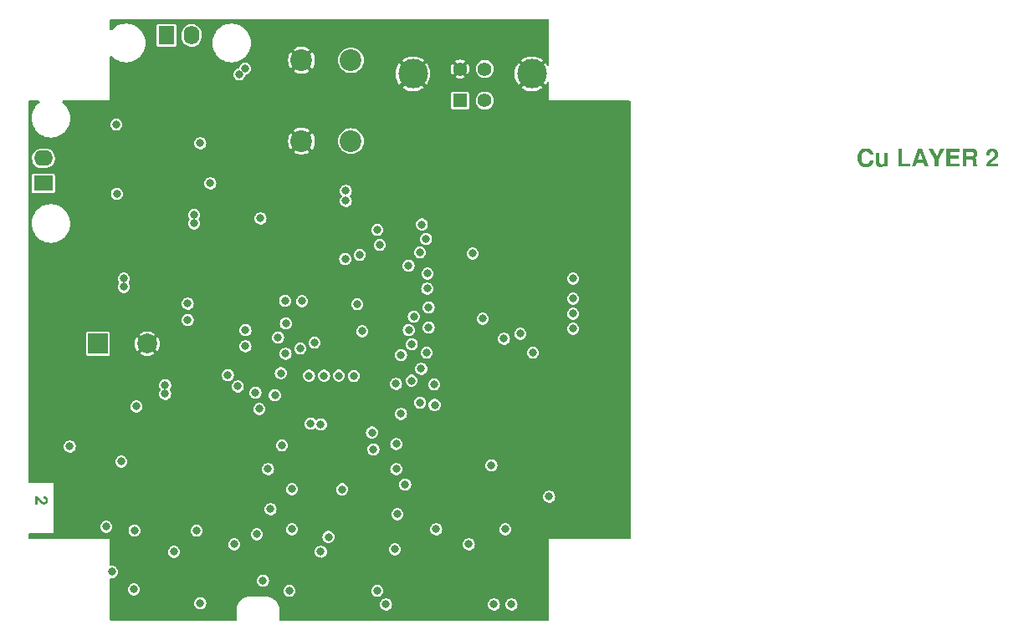
<source format=gbr>
%TF.GenerationSoftware,KiCad,Pcbnew,7.0.7-7.0.7~ubuntu20.04.1*%
%TF.CreationDate,2023-08-17T20:41:31-07:00*%
%TF.ProjectId,IMU-2X,494d552d-3258-42e6-9b69-6361645f7063,1.0*%
%TF.SameCoordinates,Original*%
%TF.FileFunction,Copper,L2,Inr*%
%TF.FilePolarity,Positive*%
%FSLAX46Y46*%
G04 Gerber Fmt 4.6, Leading zero omitted, Abs format (unit mm)*
G04 Created by KiCad (PCBNEW 7.0.7-7.0.7~ubuntu20.04.1) date 2023-08-17 20:41:31*
%MOMM*%
%LPD*%
G01*
G04 APERTURE LIST*
%ADD10C,0.300000*%
%TA.AperFunction,NonConductor*%
%ADD11C,0.300000*%
%TD*%
%TA.AperFunction,ComponentPad*%
%ADD12C,2.200000*%
%TD*%
%TA.AperFunction,ComponentPad*%
%ADD13R,1.905000X1.600200*%
%TD*%
%TA.AperFunction,ComponentPad*%
%ADD14O,1.905000X1.600200*%
%TD*%
%TA.AperFunction,ComponentPad*%
%ADD15R,1.600200X1.905000*%
%TD*%
%TA.AperFunction,ComponentPad*%
%ADD16O,1.600200X1.905000*%
%TD*%
%TA.AperFunction,ComponentPad*%
%ADD17R,1.400000X1.400000*%
%TD*%
%TA.AperFunction,ComponentPad*%
%ADD18C,1.400000*%
%TD*%
%TA.AperFunction,ComponentPad*%
%ADD19C,3.000000*%
%TD*%
%TA.AperFunction,ComponentPad*%
%ADD20R,2.000000X2.000000*%
%TD*%
%TA.AperFunction,ComponentPad*%
%ADD21C,2.000000*%
%TD*%
%TA.AperFunction,ViaPad*%
%ADD22C,0.812800*%
%TD*%
G04 APERTURE END LIST*
D10*
D11*
G36*
X214698400Y-85487224D02*
G01*
X214693760Y-85467053D01*
X214688631Y-85447521D01*
X214683015Y-85428630D01*
X214676911Y-85410380D01*
X214670320Y-85392770D01*
X214663240Y-85375800D01*
X214655673Y-85359471D01*
X214647619Y-85343781D01*
X214630046Y-85314324D01*
X214610523Y-85287429D01*
X214589049Y-85263095D01*
X214565624Y-85241322D01*
X214540249Y-85222111D01*
X214512922Y-85205462D01*
X214483645Y-85191374D01*
X214452417Y-85179847D01*
X214419238Y-85170882D01*
X214401917Y-85167360D01*
X214384109Y-85164478D01*
X214365813Y-85162237D01*
X214347028Y-85160636D01*
X214327757Y-85159675D01*
X214307997Y-85159355D01*
X214280532Y-85160020D01*
X214253830Y-85162015D01*
X214227891Y-85165340D01*
X214202716Y-85169995D01*
X214178303Y-85175979D01*
X214154655Y-85183294D01*
X214131769Y-85191938D01*
X214109647Y-85201913D01*
X214088289Y-85213217D01*
X214067693Y-85225852D01*
X214047861Y-85239816D01*
X214028793Y-85255110D01*
X214010488Y-85271734D01*
X213992946Y-85289689D01*
X213976167Y-85308973D01*
X213960152Y-85329586D01*
X213945007Y-85351330D01*
X213930839Y-85374112D01*
X213917648Y-85397932D01*
X213905435Y-85422790D01*
X213894198Y-85448687D01*
X213883939Y-85475621D01*
X213874656Y-85503594D01*
X213866351Y-85532605D01*
X213859023Y-85562654D01*
X213852672Y-85593741D01*
X213847298Y-85625866D01*
X213842901Y-85659030D01*
X213839481Y-85693232D01*
X213838137Y-85710722D01*
X213837038Y-85728471D01*
X213836183Y-85746481D01*
X213835573Y-85764749D01*
X213835206Y-85783278D01*
X213835084Y-85802065D01*
X213835202Y-85820557D01*
X213835557Y-85838795D01*
X213836149Y-85856778D01*
X213836977Y-85874506D01*
X213838042Y-85891980D01*
X213840882Y-85926165D01*
X213844668Y-85959332D01*
X213849401Y-85991481D01*
X213855080Y-86022612D01*
X213861706Y-86052726D01*
X213869279Y-86081821D01*
X213877798Y-86109899D01*
X213887263Y-86136959D01*
X213897675Y-86163001D01*
X213909034Y-86188026D01*
X213921339Y-86212033D01*
X213934591Y-86235021D01*
X213948790Y-86256992D01*
X213956244Y-86267596D01*
X213971818Y-86287895D01*
X213988142Y-86306884D01*
X214005215Y-86324563D01*
X214023039Y-86340933D01*
X214041612Y-86355993D01*
X214060935Y-86369743D01*
X214081008Y-86382184D01*
X214101831Y-86393316D01*
X214123403Y-86403137D01*
X214145725Y-86411650D01*
X214168797Y-86418852D01*
X214192619Y-86424745D01*
X214217190Y-86429329D01*
X214242512Y-86432603D01*
X214268583Y-86434567D01*
X214295404Y-86435222D01*
X214317007Y-86434851D01*
X214338063Y-86433736D01*
X214358574Y-86431879D01*
X214378538Y-86429278D01*
X214397956Y-86425935D01*
X214416828Y-86421848D01*
X214435154Y-86417019D01*
X214452933Y-86411446D01*
X214470166Y-86405131D01*
X214486853Y-86398072D01*
X214502994Y-86390271D01*
X214518588Y-86381726D01*
X214533636Y-86372439D01*
X214548138Y-86362408D01*
X214562094Y-86351635D01*
X214575504Y-86340118D01*
X214588299Y-86327918D01*
X214600413Y-86315094D01*
X214611845Y-86301645D01*
X214622594Y-86287572D01*
X214632662Y-86272875D01*
X214642048Y-86257554D01*
X214650752Y-86241608D01*
X214658774Y-86225038D01*
X214666114Y-86207844D01*
X214672772Y-86190026D01*
X214678748Y-86171583D01*
X214684043Y-86152516D01*
X214688655Y-86132825D01*
X214692585Y-86112510D01*
X214695834Y-86091570D01*
X214698400Y-86070006D01*
X215063616Y-86070006D01*
X215062316Y-86089422D01*
X215060639Y-86108586D01*
X215058587Y-86127498D01*
X215056159Y-86146158D01*
X215053356Y-86164567D01*
X215050176Y-86182723D01*
X215046621Y-86200628D01*
X215042690Y-86218280D01*
X215038384Y-86235681D01*
X215033701Y-86252830D01*
X215028643Y-86269726D01*
X215023209Y-86286371D01*
X215017400Y-86302764D01*
X215004654Y-86334795D01*
X214990404Y-86365817D01*
X214974652Y-86395833D01*
X214957397Y-86424840D01*
X214938639Y-86452840D01*
X214918378Y-86479832D01*
X214896613Y-86505817D01*
X214873346Y-86530794D01*
X214848576Y-86554763D01*
X214835628Y-86566370D01*
X214822391Y-86577671D01*
X214808899Y-86588614D01*
X214781148Y-86609423D01*
X214752376Y-86628797D01*
X214737608Y-86637946D01*
X214722584Y-86646736D01*
X214707304Y-86655167D01*
X214691769Y-86663239D01*
X214675979Y-86670953D01*
X214659934Y-86678308D01*
X214643634Y-86685304D01*
X214627078Y-86691942D01*
X214610267Y-86698220D01*
X214593200Y-86704140D01*
X214575878Y-86709701D01*
X214558301Y-86714903D01*
X214540469Y-86719747D01*
X214522381Y-86724231D01*
X214504038Y-86728357D01*
X214485440Y-86732124D01*
X214466586Y-86735533D01*
X214447477Y-86738582D01*
X214428113Y-86741273D01*
X214408494Y-86743605D01*
X214388619Y-86745579D01*
X214368489Y-86747193D01*
X214348104Y-86748449D01*
X214327463Y-86749346D01*
X214306567Y-86749884D01*
X214285416Y-86750063D01*
X214261820Y-86749813D01*
X214238532Y-86749062D01*
X214215551Y-86747811D01*
X214192877Y-86746060D01*
X214170510Y-86743808D01*
X214148450Y-86741056D01*
X214126696Y-86737803D01*
X214105250Y-86734050D01*
X214084111Y-86729796D01*
X214063280Y-86725042D01*
X214042755Y-86719788D01*
X214022537Y-86714033D01*
X214002626Y-86707778D01*
X213983022Y-86701022D01*
X213963725Y-86693766D01*
X213944736Y-86686009D01*
X213926053Y-86677752D01*
X213907677Y-86668995D01*
X213889609Y-86659737D01*
X213871847Y-86649979D01*
X213854393Y-86639720D01*
X213837245Y-86628961D01*
X213820405Y-86617702D01*
X213803871Y-86605942D01*
X213787645Y-86593682D01*
X213771726Y-86580921D01*
X213756113Y-86567660D01*
X213740808Y-86553898D01*
X213725810Y-86539636D01*
X213711119Y-86524874D01*
X213696735Y-86509611D01*
X213682657Y-86493848D01*
X213668951Y-86477654D01*
X213655681Y-86461101D01*
X213642845Y-86444189D01*
X213630444Y-86426917D01*
X213618478Y-86409285D01*
X213606948Y-86391294D01*
X213595853Y-86372943D01*
X213585192Y-86354232D01*
X213574967Y-86335162D01*
X213565177Y-86315732D01*
X213555822Y-86295942D01*
X213546903Y-86275793D01*
X213538418Y-86255284D01*
X213530368Y-86234416D01*
X213522754Y-86213188D01*
X213515575Y-86191600D01*
X213508830Y-86169653D01*
X213502521Y-86147346D01*
X213496647Y-86124679D01*
X213491208Y-86101653D01*
X213486204Y-86078267D01*
X213481636Y-86054522D01*
X213477502Y-86030417D01*
X213473804Y-86005952D01*
X213470540Y-85981128D01*
X213467712Y-85955944D01*
X213465319Y-85930401D01*
X213463361Y-85904497D01*
X213461838Y-85878235D01*
X213460750Y-85851612D01*
X213460098Y-85824630D01*
X213459880Y-85797289D01*
X213460100Y-85769785D01*
X213460759Y-85742644D01*
X213461857Y-85715865D01*
X213463395Y-85689449D01*
X213465372Y-85663394D01*
X213467789Y-85637702D01*
X213470644Y-85612372D01*
X213473939Y-85587403D01*
X213477674Y-85562798D01*
X213481848Y-85538554D01*
X213486461Y-85514672D01*
X213491514Y-85491153D01*
X213497005Y-85467996D01*
X213502937Y-85445201D01*
X213509307Y-85422768D01*
X213516117Y-85400697D01*
X213523367Y-85378989D01*
X213531055Y-85357642D01*
X213539183Y-85336658D01*
X213547751Y-85316036D01*
X213556757Y-85295776D01*
X213566204Y-85275879D01*
X213576089Y-85256343D01*
X213586414Y-85237170D01*
X213597178Y-85218359D01*
X213608381Y-85199910D01*
X213620024Y-85181823D01*
X213632106Y-85164098D01*
X213644628Y-85146736D01*
X213657589Y-85129735D01*
X213670989Y-85113097D01*
X213684829Y-85096821D01*
X213699071Y-85080978D01*
X213713626Y-85065637D01*
X213728493Y-85050800D01*
X213743672Y-85036465D01*
X213759163Y-85022634D01*
X213774966Y-85009305D01*
X213791081Y-84996479D01*
X213807508Y-84984157D01*
X213824248Y-84972337D01*
X213841299Y-84961020D01*
X213858663Y-84950207D01*
X213876339Y-84939896D01*
X213894327Y-84930088D01*
X213912627Y-84920783D01*
X213931240Y-84911981D01*
X213950164Y-84903682D01*
X213969401Y-84895886D01*
X213988949Y-84888593D01*
X214008810Y-84881803D01*
X214028983Y-84875516D01*
X214049468Y-84869732D01*
X214070265Y-84864451D01*
X214091374Y-84859673D01*
X214112796Y-84855398D01*
X214134529Y-84851625D01*
X214156575Y-84848356D01*
X214178933Y-84845590D01*
X214201603Y-84843326D01*
X214224585Y-84841566D01*
X214247879Y-84840309D01*
X214271485Y-84839554D01*
X214295404Y-84839303D01*
X214315456Y-84839471D01*
X214335281Y-84839978D01*
X214354879Y-84840822D01*
X214374250Y-84842003D01*
X214393393Y-84843522D01*
X214412309Y-84845379D01*
X214430997Y-84847573D01*
X214449459Y-84850105D01*
X214467693Y-84852974D01*
X214485699Y-84856181D01*
X214503479Y-84859726D01*
X214521031Y-84863608D01*
X214538356Y-84867828D01*
X214555453Y-84872385D01*
X214572323Y-84877280D01*
X214588966Y-84882512D01*
X214621570Y-84893989D01*
X214653264Y-84906817D01*
X214684049Y-84920995D01*
X214713925Y-84936523D01*
X214742892Y-84953402D01*
X214770950Y-84971631D01*
X214798098Y-84991210D01*
X214824337Y-85012140D01*
X214849465Y-85034199D01*
X214873171Y-85057276D01*
X214895456Y-85081371D01*
X214916319Y-85106483D01*
X214935761Y-85132614D01*
X214953782Y-85159762D01*
X214970380Y-85187928D01*
X214985557Y-85217112D01*
X214999313Y-85247314D01*
X215011647Y-85278533D01*
X215022560Y-85310771D01*
X215032051Y-85344026D01*
X215036263Y-85361035D01*
X215040120Y-85378299D01*
X215043622Y-85395817D01*
X215046768Y-85413589D01*
X215049559Y-85431616D01*
X215051995Y-85449898D01*
X215054075Y-85468434D01*
X215055800Y-85487224D01*
X214698400Y-85487224D01*
G37*
G36*
X216524914Y-86692741D02*
G01*
X216174897Y-86692741D01*
X216174897Y-86532497D01*
X216156317Y-86558843D01*
X216136838Y-86583489D01*
X216116460Y-86606436D01*
X216095183Y-86627682D01*
X216073007Y-86647229D01*
X216049931Y-86665077D01*
X216025957Y-86681224D01*
X216001083Y-86695672D01*
X215975311Y-86708420D01*
X215948639Y-86719468D01*
X215921068Y-86728817D01*
X215892599Y-86736465D01*
X215863230Y-86742415D01*
X215832962Y-86746664D01*
X215801795Y-86749213D01*
X215769729Y-86750063D01*
X215743234Y-86749585D01*
X215717489Y-86748150D01*
X215692493Y-86745758D01*
X215668247Y-86742409D01*
X215644751Y-86738104D01*
X215622005Y-86732842D01*
X215600008Y-86726623D01*
X215578762Y-86719448D01*
X215558265Y-86711315D01*
X215538518Y-86702226D01*
X215519520Y-86692181D01*
X215501273Y-86681178D01*
X215483775Y-86669219D01*
X215467027Y-86656303D01*
X215451029Y-86642430D01*
X215435780Y-86627601D01*
X215421372Y-86611901D01*
X215407893Y-86595418D01*
X215395343Y-86578151D01*
X215383723Y-86560100D01*
X215373033Y-86541266D01*
X215363272Y-86521647D01*
X215354441Y-86501245D01*
X215346539Y-86480060D01*
X215339567Y-86458090D01*
X215333525Y-86435337D01*
X215328412Y-86411801D01*
X215324229Y-86387480D01*
X215320975Y-86362376D01*
X215318651Y-86336488D01*
X215317257Y-86309817D01*
X215316792Y-86282361D01*
X215316792Y-85342180D01*
X215667243Y-85342180D01*
X215667243Y-86209839D01*
X215668122Y-86239235D01*
X215670758Y-86266735D01*
X215675151Y-86292337D01*
X215681302Y-86316044D01*
X215689211Y-86337854D01*
X215698876Y-86357767D01*
X215710300Y-86375784D01*
X215723480Y-86391904D01*
X215738418Y-86406128D01*
X215755114Y-86418455D01*
X215773566Y-86428886D01*
X215793777Y-86437421D01*
X215815744Y-86444058D01*
X215839469Y-86448800D01*
X215864952Y-86451644D01*
X215892192Y-86452593D01*
X215915688Y-86451955D01*
X215938298Y-86450043D01*
X215960023Y-86446856D01*
X215980863Y-86442394D01*
X216000817Y-86436658D01*
X216019886Y-86429646D01*
X216038069Y-86421360D01*
X216055366Y-86411799D01*
X216071778Y-86400963D01*
X216087305Y-86388853D01*
X216097164Y-86380071D01*
X216111056Y-86366053D01*
X216123581Y-86351195D01*
X216134740Y-86335498D01*
X216144533Y-86318962D01*
X216152959Y-86301585D01*
X216160019Y-86283369D01*
X216165712Y-86264313D01*
X216170039Y-86244417D01*
X216173000Y-86223682D01*
X216174594Y-86202107D01*
X216174897Y-86187257D01*
X216174897Y-85342180D01*
X216524914Y-85342180D01*
X216524914Y-86692741D01*
G37*
G36*
X217946259Y-84869267D02*
G01*
X217946259Y-86380071D01*
X218819130Y-86380071D01*
X218819130Y-86692741D01*
X217571055Y-86692741D01*
X217571055Y-84869267D01*
X217946259Y-84869267D01*
G37*
G36*
X220630009Y-86692741D02*
G01*
X220244818Y-86692741D01*
X220124961Y-86324919D01*
X219441864Y-86324919D01*
X219319401Y-86692741D01*
X218936815Y-86692741D01*
X219178447Y-86012249D01*
X219546956Y-86012249D01*
X220022040Y-86012249D01*
X219784498Y-85299622D01*
X219546956Y-86012249D01*
X219178447Y-86012249D01*
X219584302Y-84869267D01*
X219999893Y-84869267D01*
X220630009Y-86692741D01*
G37*
G36*
X221650964Y-86017460D02*
G01*
X221650964Y-86692741D01*
X221275760Y-86692741D01*
X221275760Y-86017460D01*
X220670396Y-84869267D01*
X221088158Y-84869267D01*
X221460756Y-85674826D01*
X221808167Y-84869267D01*
X222228534Y-84869267D01*
X221650964Y-86017460D01*
G37*
G36*
X222820436Y-85907157D02*
G01*
X222820436Y-86380071D01*
X223808386Y-86380071D01*
X223808386Y-86692741D01*
X222445232Y-86692741D01*
X222445232Y-84869267D01*
X223763223Y-84869267D01*
X223763223Y-85181937D01*
X222820436Y-85181937D01*
X222820436Y-85594487D01*
X223693306Y-85594487D01*
X223693306Y-85907157D01*
X222820436Y-85907157D01*
G37*
G36*
X225095988Y-84869453D02*
G01*
X225121487Y-84870433D01*
X225146299Y-84872252D01*
X225170423Y-84874911D01*
X225193861Y-84878410D01*
X225216611Y-84882749D01*
X225238675Y-84887927D01*
X225260051Y-84893944D01*
X225280740Y-84900802D01*
X225300743Y-84908499D01*
X225320058Y-84917036D01*
X225338591Y-84926178D01*
X225356246Y-84935855D01*
X225373024Y-84946066D01*
X225388923Y-84956812D01*
X225403945Y-84968092D01*
X225418088Y-84979906D01*
X225431354Y-84992254D01*
X225443742Y-85005137D01*
X225455252Y-85018554D01*
X225465884Y-85032506D01*
X225472485Y-85042104D01*
X225484848Y-85061456D01*
X225496315Y-85080862D01*
X225506887Y-85100322D01*
X225516563Y-85119837D01*
X225525343Y-85139406D01*
X225533228Y-85159029D01*
X225540216Y-85178707D01*
X225546310Y-85198439D01*
X225551602Y-85218191D01*
X225556189Y-85238147D01*
X225560070Y-85258306D01*
X225563246Y-85278669D01*
X225565716Y-85299236D01*
X225567480Y-85320006D01*
X225568539Y-85340979D01*
X225568891Y-85362156D01*
X225568591Y-85382579D01*
X225567689Y-85402590D01*
X225566185Y-85422192D01*
X225564081Y-85441382D01*
X225561375Y-85460162D01*
X225558067Y-85478532D01*
X225554158Y-85496491D01*
X225549648Y-85514040D01*
X225544537Y-85531178D01*
X225538824Y-85547906D01*
X225532510Y-85564223D01*
X225518077Y-85595626D01*
X225501239Y-85625386D01*
X225481996Y-85653505D01*
X225460347Y-85679981D01*
X225436293Y-85704816D01*
X225423364Y-85716617D01*
X225409833Y-85728008D01*
X225395702Y-85738989D01*
X225380968Y-85749559D01*
X225365634Y-85759718D01*
X225349698Y-85769467D01*
X225333161Y-85778805D01*
X225316022Y-85787733D01*
X225298282Y-85796250D01*
X225279941Y-85804357D01*
X225260998Y-85812054D01*
X225277385Y-85818825D01*
X225296323Y-85826794D01*
X225313543Y-85834211D01*
X225331940Y-85842384D01*
X225347863Y-85849763D01*
X225361313Y-85856348D01*
X225377653Y-85865739D01*
X225392038Y-85876183D01*
X225406507Y-85888704D01*
X225418975Y-85901091D01*
X225427321Y-85910197D01*
X225439230Y-85923943D01*
X225451116Y-85939323D01*
X225460841Y-85953997D01*
X225469309Y-85969902D01*
X225472485Y-85977508D01*
X225478130Y-85995611D01*
X225482364Y-86013286D01*
X225485893Y-86030696D01*
X225489421Y-86050546D01*
X225492244Y-86068181D01*
X225495067Y-86087377D01*
X225497747Y-86107319D01*
X225500142Y-86127193D01*
X225502252Y-86147000D01*
X225504078Y-86166738D01*
X225505618Y-86186409D01*
X225506873Y-86206012D01*
X225507843Y-86225547D01*
X225508529Y-86245015D01*
X225509180Y-86265615D01*
X225509832Y-86288549D01*
X225510320Y-86307282D01*
X225510809Y-86327328D01*
X225511297Y-86348687D01*
X225511786Y-86371358D01*
X225512274Y-86395343D01*
X225512763Y-86420640D01*
X225513089Y-86438235D01*
X225513414Y-86456413D01*
X225513740Y-86475174D01*
X225514446Y-86494349D01*
X225516564Y-86512462D01*
X225520095Y-86529514D01*
X225526999Y-86550599D01*
X225536414Y-86569798D01*
X225548339Y-86587111D01*
X225562775Y-86602538D01*
X225579721Y-86616078D01*
X225594079Y-86624995D01*
X225594079Y-86692741D01*
X225191082Y-86692741D01*
X225182763Y-86676537D01*
X225175177Y-86660496D01*
X225166725Y-86640675D01*
X225159418Y-86621107D01*
X225153256Y-86601794D01*
X225148239Y-86582736D01*
X225145050Y-86567673D01*
X225141797Y-86547291D01*
X225139592Y-86528604D01*
X225137740Y-86507800D01*
X225136240Y-86484879D01*
X225135347Y-86466299D01*
X225134652Y-86446528D01*
X225134156Y-86425566D01*
X225133858Y-86403414D01*
X225133759Y-86380071D01*
X225133793Y-86361798D01*
X225133931Y-86340388D01*
X225134175Y-86320568D01*
X225134525Y-86302339D01*
X225135084Y-86282563D01*
X225135797Y-86265077D01*
X225135930Y-86262385D01*
X225136946Y-86244244D01*
X225137801Y-86224682D01*
X225138330Y-86206368D01*
X225138536Y-86187257D01*
X225138051Y-86166319D01*
X225136597Y-86146494D01*
X225134173Y-86127785D01*
X225130780Y-86110189D01*
X225124748Y-86088462D01*
X225116993Y-86068717D01*
X225107513Y-86050953D01*
X225096311Y-86035170D01*
X225083385Y-86021369D01*
X225068647Y-86009257D01*
X225051792Y-85998760D01*
X225032820Y-85989878D01*
X225011731Y-85982611D01*
X224994525Y-85978220D01*
X224976128Y-85974738D01*
X224956541Y-85972164D01*
X224935762Y-85970499D01*
X224913793Y-85969742D01*
X224906205Y-85969691D01*
X224475850Y-85969691D01*
X224475850Y-86692741D01*
X224100646Y-86692741D01*
X224100646Y-85181937D01*
X224475850Y-85181937D01*
X224475850Y-85657021D01*
X224928352Y-85657021D01*
X224952680Y-85656605D01*
X224975833Y-85655357D01*
X224997810Y-85653277D01*
X225018611Y-85650365D01*
X225038237Y-85646621D01*
X225056688Y-85642044D01*
X225073962Y-85636636D01*
X225095167Y-85628131D01*
X225114281Y-85618146D01*
X225127245Y-85609687D01*
X225142818Y-85596191D01*
X225156314Y-85579587D01*
X225167734Y-85559875D01*
X225174936Y-85543052D01*
X225180970Y-85524481D01*
X225185836Y-85504162D01*
X225189535Y-85482094D01*
X225192065Y-85458279D01*
X225193428Y-85432716D01*
X225193688Y-85414702D01*
X225193115Y-85389230D01*
X225191398Y-85365415D01*
X225188535Y-85343256D01*
X225184527Y-85322754D01*
X225179375Y-85303908D01*
X225173077Y-85286718D01*
X225162899Y-85266376D01*
X225150685Y-85248978D01*
X225136436Y-85234525D01*
X225128548Y-85228403D01*
X225111171Y-85217513D01*
X225091608Y-85208074D01*
X225069861Y-85200088D01*
X225052117Y-85195051D01*
X225033144Y-85190831D01*
X225012942Y-85187427D01*
X224991511Y-85184841D01*
X224968850Y-85183071D01*
X224944961Y-85182118D01*
X224928352Y-85181937D01*
X224475850Y-85181937D01*
X224100646Y-85181937D01*
X224100646Y-84869267D01*
X225078608Y-84869267D01*
X225095988Y-84869453D01*
G37*
G36*
X227675939Y-85444666D02*
G01*
X227675690Y-85463016D01*
X227674942Y-85481151D01*
X227673695Y-85499073D01*
X227671950Y-85516781D01*
X227669705Y-85534276D01*
X227666962Y-85551556D01*
X227663721Y-85568623D01*
X227657923Y-85593823D01*
X227651003Y-85618542D01*
X227642961Y-85642779D01*
X227633797Y-85666536D01*
X227623511Y-85689812D01*
X227612103Y-85712607D01*
X227599913Y-85734741D01*
X227587121Y-85756195D01*
X227573725Y-85776969D01*
X227559726Y-85797065D01*
X227545125Y-85816481D01*
X227529920Y-85835217D01*
X227514112Y-85853274D01*
X227497701Y-85870652D01*
X227480687Y-85887350D01*
X227463070Y-85903369D01*
X227450991Y-85913671D01*
X227432628Y-85928791D01*
X227414182Y-85943697D01*
X227395651Y-85958389D01*
X227377037Y-85972867D01*
X227358339Y-85987131D01*
X227339556Y-86001182D01*
X227320690Y-86015019D01*
X227301740Y-86028643D01*
X227282705Y-86042052D01*
X227263587Y-86055248D01*
X227250795Y-86063927D01*
X227231644Y-86076902D01*
X227212622Y-86090099D01*
X227193731Y-86103518D01*
X227174969Y-86117158D01*
X227156336Y-86131019D01*
X227137834Y-86145102D01*
X227119461Y-86159406D01*
X227101218Y-86173931D01*
X227083105Y-86188678D01*
X227065122Y-86203646D01*
X227053205Y-86213748D01*
X227035858Y-86229008D01*
X227019480Y-86244338D01*
X227004072Y-86259736D01*
X226989633Y-86275203D01*
X226976164Y-86290738D01*
X226963664Y-86306342D01*
X226952133Y-86322015D01*
X226941572Y-86337757D01*
X226931981Y-86353567D01*
X226923359Y-86369446D01*
X226918149Y-86380071D01*
X227668557Y-86380071D01*
X227668557Y-86692741D01*
X226463041Y-86692741D01*
X226464901Y-86662520D01*
X226467336Y-86633090D01*
X226470343Y-86604451D01*
X226473924Y-86576602D01*
X226478079Y-86549544D01*
X226482806Y-86523276D01*
X226488107Y-86497798D01*
X226493982Y-86473112D01*
X226500430Y-86449215D01*
X226507451Y-86426109D01*
X226515045Y-86403794D01*
X226523213Y-86382269D01*
X226531955Y-86361535D01*
X226541269Y-86341591D01*
X226551157Y-86322437D01*
X226561618Y-86304074D01*
X226572962Y-86286000D01*
X226585388Y-86267820D01*
X226598896Y-86249535D01*
X226613486Y-86231145D01*
X226629158Y-86212650D01*
X226645913Y-86194050D01*
X226663750Y-86175344D01*
X226682670Y-86156533D01*
X226702671Y-86137617D01*
X226723755Y-86118596D01*
X226745921Y-86099470D01*
X226769169Y-86080239D01*
X226793500Y-86060902D01*
X226818913Y-86041460D01*
X226845408Y-86021913D01*
X226872986Y-86002261D01*
X226891071Y-85989554D01*
X226908741Y-85977055D01*
X226925995Y-85964764D01*
X226942834Y-85952680D01*
X226959257Y-85940805D01*
X226975265Y-85929137D01*
X226990857Y-85917677D01*
X227006033Y-85906424D01*
X227020794Y-85895380D01*
X227035139Y-85884543D01*
X227049069Y-85873915D01*
X227075681Y-85853280D01*
X227100631Y-85833477D01*
X227123918Y-85814505D01*
X227145543Y-85796364D01*
X227165506Y-85779055D01*
X227183806Y-85762577D01*
X227200443Y-85746930D01*
X227215419Y-85732114D01*
X227228732Y-85718129D01*
X227240382Y-85704976D01*
X227245584Y-85698711D01*
X227259941Y-85679718D01*
X227272887Y-85659871D01*
X227284420Y-85639169D01*
X227294540Y-85617612D01*
X227303249Y-85595200D01*
X227310545Y-85571933D01*
X227316430Y-85547811D01*
X227320902Y-85522834D01*
X227323961Y-85497002D01*
X227325217Y-85479306D01*
X227325844Y-85461229D01*
X227325923Y-85452049D01*
X227325339Y-85427707D01*
X227323587Y-85404349D01*
X227320667Y-85381977D01*
X227316579Y-85360589D01*
X227311324Y-85340186D01*
X227304900Y-85320767D01*
X227297308Y-85302333D01*
X227288549Y-85284884D01*
X227278621Y-85268420D01*
X227267526Y-85252941D01*
X227259480Y-85243168D01*
X227246650Y-85229509D01*
X227232911Y-85217194D01*
X227218263Y-85206222D01*
X227202707Y-85196593D01*
X227186243Y-85188308D01*
X227168870Y-85181367D01*
X227150589Y-85175769D01*
X227131400Y-85171514D01*
X227111302Y-85168604D01*
X227090296Y-85167036D01*
X227075787Y-85166738D01*
X227053783Y-85167467D01*
X227032718Y-85169654D01*
X227012593Y-85173299D01*
X226993406Y-85178402D01*
X226975158Y-85184963D01*
X226957849Y-85192982D01*
X226941478Y-85202459D01*
X226926047Y-85213394D01*
X226911555Y-85225787D01*
X226898002Y-85239638D01*
X226889488Y-85249682D01*
X226877614Y-85265721D01*
X226866908Y-85282898D01*
X226857370Y-85301212D01*
X226848999Y-85320664D01*
X226841797Y-85341253D01*
X226835763Y-85362979D01*
X226830896Y-85385843D01*
X226827198Y-85409844D01*
X226824667Y-85434982D01*
X226823629Y-85452373D01*
X226823110Y-85470270D01*
X226823045Y-85479407D01*
X226823045Y-85537165D01*
X226487794Y-85537165D01*
X226486649Y-85519302D01*
X226485981Y-85501921D01*
X226485656Y-85483302D01*
X226485622Y-85474631D01*
X226485772Y-85457245D01*
X226486973Y-85423200D01*
X226489375Y-85390121D01*
X226492979Y-85358009D01*
X226497783Y-85326864D01*
X226503788Y-85296686D01*
X226510994Y-85267475D01*
X226519401Y-85239231D01*
X226529009Y-85211954D01*
X226539818Y-85185644D01*
X226551828Y-85160300D01*
X226565039Y-85135924D01*
X226579451Y-85112514D01*
X226595064Y-85090072D01*
X226611879Y-85068596D01*
X226629894Y-85048087D01*
X226639352Y-85038195D01*
X226659043Y-85019264D01*
X226679684Y-85001554D01*
X226701275Y-84985066D01*
X226723816Y-84969799D01*
X226747307Y-84955753D01*
X226771748Y-84942929D01*
X226797139Y-84931326D01*
X226823480Y-84920944D01*
X226850770Y-84911784D01*
X226879011Y-84903845D01*
X226908202Y-84897128D01*
X226938342Y-84891631D01*
X226969433Y-84887357D01*
X227001473Y-84884303D01*
X227034464Y-84882471D01*
X227068404Y-84881861D01*
X227085797Y-84882009D01*
X227119900Y-84883200D01*
X227153094Y-84885582D01*
X227185379Y-84889154D01*
X227216755Y-84893918D01*
X227247221Y-84899872D01*
X227276778Y-84907017D01*
X227305426Y-84915353D01*
X227333164Y-84924879D01*
X227359994Y-84935597D01*
X227385914Y-84947505D01*
X227410925Y-84960604D01*
X227435026Y-84974894D01*
X227458219Y-84990375D01*
X227480502Y-85007047D01*
X227501876Y-85024909D01*
X227512222Y-85034287D01*
X227532047Y-85053753D01*
X227550593Y-85074043D01*
X227567860Y-85095157D01*
X227583848Y-85117096D01*
X227598557Y-85139859D01*
X227611987Y-85163447D01*
X227624138Y-85187859D01*
X227635010Y-85213095D01*
X227644603Y-85239156D01*
X227652917Y-85266041D01*
X227659951Y-85293751D01*
X227665707Y-85322285D01*
X227670184Y-85351644D01*
X227673381Y-85381827D01*
X227675300Y-85412835D01*
X227675939Y-85444666D01*
G37*
D10*
D11*
G36*
X131110117Y-120935018D02*
G01*
X131097010Y-120934840D01*
X131084056Y-120934306D01*
X131071255Y-120933415D01*
X131058606Y-120932168D01*
X131046110Y-120930565D01*
X131033767Y-120928606D01*
X131021576Y-120926291D01*
X131003577Y-120922149D01*
X130985920Y-120917207D01*
X130968608Y-120911463D01*
X130951639Y-120904917D01*
X130935013Y-120897569D01*
X130918731Y-120889421D01*
X130902921Y-120880714D01*
X130887597Y-120871576D01*
X130872758Y-120862008D01*
X130858404Y-120852009D01*
X130844535Y-120841579D01*
X130831152Y-120830719D01*
X130818254Y-120819427D01*
X130805842Y-120807705D01*
X130793914Y-120795553D01*
X130782472Y-120782969D01*
X130775114Y-120774341D01*
X130764314Y-120761225D01*
X130753667Y-120748049D01*
X130743173Y-120734813D01*
X130732831Y-120721517D01*
X130722642Y-120708161D01*
X130712606Y-120694745D01*
X130702722Y-120681269D01*
X130692991Y-120667733D01*
X130683413Y-120654137D01*
X130673987Y-120640481D01*
X130667788Y-120631344D01*
X130658520Y-120617664D01*
X130649093Y-120604078D01*
X130639509Y-120590583D01*
X130629766Y-120577182D01*
X130619865Y-120563873D01*
X130609806Y-120550657D01*
X130599589Y-120537534D01*
X130589214Y-120524503D01*
X130578680Y-120511565D01*
X130567989Y-120498720D01*
X130560773Y-120490208D01*
X130549873Y-120477817D01*
X130538923Y-120466119D01*
X130527925Y-120455113D01*
X130516877Y-120444799D01*
X130505780Y-120435178D01*
X130494634Y-120426250D01*
X130483439Y-120418014D01*
X130472195Y-120410470D01*
X130460902Y-120403619D01*
X130449560Y-120397461D01*
X130441971Y-120393740D01*
X130441971Y-120929745D01*
X130218636Y-120929745D01*
X130218636Y-120068662D01*
X130240221Y-120069991D01*
X130261243Y-120071730D01*
X130281699Y-120073878D01*
X130301592Y-120076436D01*
X130320919Y-120079404D01*
X130339682Y-120082781D01*
X130357880Y-120086567D01*
X130375513Y-120090763D01*
X130392582Y-120095369D01*
X130409086Y-120100384D01*
X130425026Y-120105808D01*
X130440401Y-120111643D01*
X130455211Y-120117886D01*
X130469457Y-120124540D01*
X130483138Y-120131602D01*
X130496254Y-120139075D01*
X130509165Y-120147177D01*
X130522150Y-120156053D01*
X130535211Y-120165701D01*
X130548346Y-120176123D01*
X130561557Y-120187318D01*
X130574843Y-120199285D01*
X130588204Y-120212026D01*
X130601641Y-120225540D01*
X130615152Y-120239827D01*
X130628739Y-120254887D01*
X130642400Y-120270720D01*
X130656137Y-120287326D01*
X130669949Y-120304705D01*
X130683836Y-120322857D01*
X130697798Y-120341782D01*
X130711835Y-120361480D01*
X130720911Y-120374398D01*
X130729839Y-120387020D01*
X130738619Y-120399344D01*
X130747250Y-120411372D01*
X130755732Y-120423103D01*
X130764067Y-120434537D01*
X130772252Y-120445674D01*
X130780290Y-120456514D01*
X130788179Y-120467057D01*
X130795919Y-120477304D01*
X130803511Y-120487253D01*
X130818250Y-120506262D01*
X130832395Y-120524084D01*
X130845946Y-120540717D01*
X130858904Y-120556164D01*
X130871268Y-120570423D01*
X130883038Y-120583494D01*
X130894215Y-120595378D01*
X130904797Y-120606075D01*
X130914786Y-120615584D01*
X130924182Y-120623906D01*
X130928657Y-120627622D01*
X130942223Y-120637877D01*
X130956399Y-120647124D01*
X130971187Y-120655361D01*
X130986584Y-120662591D01*
X131002593Y-120668811D01*
X131019212Y-120674023D01*
X131036442Y-120678226D01*
X131054283Y-120681420D01*
X131072734Y-120683605D01*
X131085375Y-120684502D01*
X131098286Y-120684950D01*
X131104844Y-120685006D01*
X131122231Y-120684589D01*
X131138915Y-120683338D01*
X131154895Y-120681252D01*
X131170172Y-120678333D01*
X131184746Y-120674579D01*
X131198616Y-120669990D01*
X131211783Y-120664568D01*
X131224247Y-120658311D01*
X131236007Y-120651220D01*
X131247064Y-120643295D01*
X131254044Y-120637548D01*
X131263801Y-120628383D01*
X131272598Y-120618569D01*
X131280435Y-120608107D01*
X131287312Y-120596995D01*
X131293230Y-120585235D01*
X131298188Y-120572826D01*
X131302187Y-120559768D01*
X131305226Y-120546061D01*
X131307305Y-120531706D01*
X131308424Y-120516701D01*
X131308638Y-120506338D01*
X131308117Y-120490621D01*
X131306555Y-120475575D01*
X131303951Y-120461199D01*
X131300306Y-120447494D01*
X131295620Y-120434460D01*
X131289892Y-120422096D01*
X131283122Y-120410403D01*
X131275312Y-120399381D01*
X131266460Y-120389029D01*
X131256566Y-120379349D01*
X131249392Y-120373267D01*
X131237935Y-120364786D01*
X131225666Y-120357139D01*
X131212584Y-120350326D01*
X131198690Y-120344347D01*
X131183984Y-120339202D01*
X131168465Y-120334892D01*
X131152134Y-120331416D01*
X131134990Y-120328774D01*
X131117034Y-120326967D01*
X131104612Y-120326225D01*
X131091829Y-120325855D01*
X131085302Y-120325808D01*
X131044047Y-120325808D01*
X131044047Y-120086343D01*
X131056806Y-120085525D01*
X131069221Y-120085048D01*
X131082520Y-120084816D01*
X131088714Y-120084792D01*
X131101132Y-120084899D01*
X131125450Y-120085757D01*
X131149078Y-120087473D01*
X131172015Y-120090046D01*
X131194261Y-120093478D01*
X131215817Y-120097767D01*
X131236682Y-120102914D01*
X131256856Y-120108919D01*
X131276340Y-120115782D01*
X131295133Y-120123503D01*
X131313236Y-120132082D01*
X131330647Y-120141518D01*
X131347368Y-120151813D01*
X131363399Y-120162965D01*
X131378739Y-120174975D01*
X131393388Y-120187843D01*
X131400453Y-120194599D01*
X131413976Y-120208664D01*
X131426626Y-120223407D01*
X131438403Y-120238830D01*
X131449308Y-120254930D01*
X131459341Y-120271709D01*
X131468501Y-120289167D01*
X131476789Y-120307304D01*
X131484204Y-120326118D01*
X131490747Y-120345612D01*
X131496418Y-120365784D01*
X131501216Y-120386634D01*
X131505142Y-120408163D01*
X131508195Y-120430371D01*
X131510376Y-120453257D01*
X131511685Y-120476822D01*
X131512121Y-120501065D01*
X131512015Y-120513488D01*
X131511164Y-120537848D01*
X131509463Y-120561558D01*
X131506911Y-120584618D01*
X131503509Y-120607029D01*
X131499256Y-120628791D01*
X131494152Y-120649903D01*
X131488198Y-120670366D01*
X131481393Y-120690179D01*
X131473738Y-120709343D01*
X131465232Y-120727857D01*
X131455876Y-120745722D01*
X131445668Y-120762938D01*
X131434611Y-120779504D01*
X131422702Y-120795420D01*
X131409943Y-120810687D01*
X131403245Y-120818077D01*
X131389341Y-120832238D01*
X131374848Y-120845485D01*
X131359767Y-120857819D01*
X131344096Y-120869239D01*
X131327837Y-120879745D01*
X131310988Y-120889338D01*
X131293551Y-120898017D01*
X131275525Y-120905783D01*
X131256910Y-120912635D01*
X131237706Y-120918574D01*
X131217914Y-120923598D01*
X131197532Y-120927710D01*
X131176562Y-120930907D01*
X131155002Y-120933191D01*
X131132854Y-120934562D01*
X131110117Y-120935018D01*
G37*
D12*
%TO.N,/V_{BAT}*%
%TO.C,J2*%
X162178500Y-75910500D03*
%TO.N,GND*%
X157178500Y-75910500D03*
%TO.N,/V_{BAT}*%
X162178500Y-84110500D03*
%TO.N,GND*%
X157178500Y-84110500D03*
%TD*%
D13*
%TO.N,/CAN_H*%
%TO.C,J4*%
X131064000Y-88392000D03*
D14*
%TO.N,/CAN_L*%
X131064000Y-85852000D03*
%TD*%
D15*
%TO.N,/CAN_H*%
%TO.C,J1*%
X143510000Y-73406000D03*
D16*
%TO.N,/CAN_L*%
X146050000Y-73406000D03*
%TD*%
D17*
%TO.N,Net-(J3-VBUS)*%
%TO.C,J3*%
X173228000Y-80010000D03*
D18*
%TO.N,/USB_D-*%
X175728000Y-80010000D03*
%TO.N,/USB_D+*%
X175728000Y-76810000D03*
%TO.N,GND*%
X173228000Y-76810000D03*
D19*
X180498000Y-77300000D03*
X168458000Y-77300000D03*
%TD*%
D20*
%TO.N,/Power Supply/V_{BAT_MON}*%
%TO.C,C5*%
X136570323Y-104648000D03*
D21*
%TO.N,GND*%
X141570323Y-104648000D03*
%TD*%
D22*
%TO.N,+3V3*%
X178435000Y-131064000D03*
X159131509Y-125717029D03*
X169895020Y-99060000D03*
X161290000Y-119400900D03*
X145669000Y-102235000D03*
X170815000Y-123444000D03*
X144272000Y-125730000D03*
X145669000Y-100584000D03*
X184658000Y-101600000D03*
X161671000Y-90170000D03*
X166624000Y-125476000D03*
X184658000Y-103124000D03*
X155524200Y-100304600D03*
X160959800Y-107873800D03*
X162814000Y-100634800D03*
X176657000Y-131064000D03*
X152908000Y-111252000D03*
X161671000Y-89154000D03*
X167670000Y-118900000D03*
X155092400Y-107619800D03*
X177800000Y-123444000D03*
X138016480Y-127762000D03*
X143383000Y-109728000D03*
X150368000Y-124968000D03*
X138430000Y-82423000D03*
X138500000Y-89450000D03*
X143383000Y-108839000D03*
X182245000Y-120142000D03*
X169926000Y-97536000D03*
X162483800Y-107899200D03*
X153289000Y-128651000D03*
%TO.N,GND*%
X143129000Y-84836000D03*
X143891000Y-112268000D03*
X173990000Y-101092000D03*
X162788600Y-106400600D03*
X168910000Y-84709000D03*
X145288000Y-124206000D03*
X173736000Y-92583000D03*
X180975000Y-92583000D03*
X170815000Y-124968000D03*
X175420000Y-108990000D03*
X138938000Y-110998000D03*
X173294877Y-115473980D03*
X162788600Y-104876600D03*
X168148000Y-115473980D03*
X151130000Y-126492000D03*
X174000900Y-107548920D03*
X180594000Y-100076000D03*
X158115000Y-92964000D03*
X180594000Y-96012000D03*
X169545000Y-131064000D03*
X178880000Y-113820000D03*
X133731000Y-116586000D03*
X171323000Y-131064000D03*
X166370000Y-126492000D03*
X143891000Y-114300000D03*
X175420000Y-110998000D03*
X171958000Y-115473980D03*
X170688000Y-120523000D03*
X149606000Y-100584000D03*
X151358600Y-107619800D03*
X160985200Y-111655772D03*
X166598600Y-100330000D03*
X182190000Y-115470000D03*
X180594000Y-98044000D03*
X155244800Y-92964000D03*
X182200000Y-111570000D03*
X152908000Y-115951000D03*
X159091887Y-126726674D03*
X141224000Y-81407000D03*
X162509200Y-111709200D03*
X136652000Y-120142000D03*
X173990000Y-97282000D03*
X177800000Y-124968000D03*
X149504753Y-105892953D03*
X151384000Y-99314000D03*
X180594000Y-102362000D03*
X173990000Y-98806000D03*
X166573200Y-99085400D03*
X178860000Y-118950000D03*
X174117000Y-103505000D03*
X180594000Y-107569000D03*
X146304000Y-98044000D03*
X155448000Y-96520000D03*
X159370000Y-119354600D03*
X158267400Y-106654600D03*
%TO.N,+5V*%
X146939000Y-84328000D03*
X147955000Y-88392000D03*
%TO.N,Net-(U10-VDD)*%
X167246210Y-111747210D03*
%TO.N,/V_{BAT}*%
X151474497Y-76744503D03*
X150876000Y-77343000D03*
X146304000Y-92456000D03*
X146304000Y-91567000D03*
%TO.N,/Power Supply/V_{BAT_MON}*%
X133731000Y-115062000D03*
X139192000Y-98044000D03*
X138938000Y-116586000D03*
X139192000Y-98890403D03*
%TO.N,Net-(D3-KA)*%
X140208000Y-129540000D03*
%TO.N,Net-(D3-AK)*%
X146939000Y-130937000D03*
%TO.N,Net-(D4-KA)*%
X155956000Y-129667000D03*
%TO.N,Net-(D4-AK)*%
X164846000Y-129667000D03*
%TO.N,/T_SWDIO*%
X152527000Y-109601000D03*
X159901910Y-124214910D03*
X158496000Y-104521000D03*
%TO.N,/T_SWCLK*%
X157061502Y-105118502D03*
X150718020Y-108966000D03*
%TO.N,/~{T_NRST}*%
X156210000Y-119380000D03*
X156209486Y-123444000D03*
X155591490Y-102599510D03*
X155194000Y-114935000D03*
%TO.N,/T_VCP_RX*%
X153797000Y-117348000D03*
X159132678Y-112826193D03*
%TO.N,/T_VCP_TX*%
X154051000Y-121412000D03*
X158115000Y-112744520D03*
%TO.N,/SCK_TDK*%
X170650000Y-110850000D03*
%TO.N,/~{CS_TDK}*%
X170612037Y-108763037D03*
%TO.N,/TDK_PWR_EN*%
X169291353Y-107188353D03*
%TO.N,/LED1_RED*%
X154813000Y-104013000D03*
X140284200Y-123571000D03*
%TO.N,/LED1_GRN*%
X151511000Y-103275900D03*
X146558000Y-123571000D03*
%TO.N,/LED2_RED*%
X149733000Y-107823000D03*
X152654000Y-123952000D03*
%TO.N,/LED2_GRN*%
X151511000Y-104902000D03*
X165735000Y-131064000D03*
%TO.N,/MOSI_TDK*%
X169174008Y-110606992D03*
%TO.N,/MISO_TDK*%
X164320000Y-113639600D03*
%TO.N,/INT_TDK*%
X155569004Y-105652177D03*
%TO.N,/FSYNC_TDK*%
X168325800Y-108387380D03*
%TO.N,/MOSI_DUE*%
X164846000Y-93091000D03*
X169350000Y-92552020D03*
%TO.N,/~{CS_DUE}*%
X169775000Y-94025000D03*
X165100000Y-94615000D03*
%TO.N,/SCK_DUE*%
X169164000Y-95377000D03*
X163068000Y-95631000D03*
%TO.N,/MISO_DUE*%
X161598590Y-96066590D03*
X168021000Y-96743520D03*
%TO.N,/~{RESET_UNO}*%
X169849300Y-105537000D03*
X154482300Y-109855000D03*
%TO.N,/MOSI_UNO*%
X168029910Y-103259910D03*
X175514000Y-102108000D03*
%TO.N,/~{CS_UNO}*%
X180594000Y-105537000D03*
X166751000Y-108712000D03*
%TO.N,/SCK_UNO*%
X177673000Y-104140000D03*
X168329590Y-104702590D03*
%TO.N,/MISO_UNO*%
X179324000Y-103632000D03*
X167250090Y-105782090D03*
%TO.N,/~{RESET_DUE}*%
X168550000Y-101900000D03*
X174498000Y-95504000D03*
%TO.N,/~{CS_TDK_ST}*%
X176403000Y-116967000D03*
X164456090Y-115345980D03*
%TO.N,/MOSI_TDK_ST*%
X166770000Y-117346480D03*
X166770000Y-114800000D03*
%TO.N,Net-(U3-VOUT)*%
X153035000Y-91948000D03*
%TO.N,Net-(U4-VDDA-DUE)*%
X184658000Y-98044000D03*
%TO.N,Net-(U6-PB8{slash}BOOT0)*%
X157226000Y-100330000D03*
%TO.N,Net-(U4-VDDD-UNO)*%
X184658000Y-100076000D03*
%TO.N,Net-(U4-VDDD-DUE)*%
X170053000Y-100965000D03*
%TO.N,Net-(U4-VDDA-UNO)*%
X170053000Y-102997000D03*
%TO.N,Net-(U6-PA8{slash}ADC5_IN1)*%
X163322000Y-103378000D03*
%TO.N,Net-(U6-VREF+{slash}VREFBUF_OUT)*%
X157937200Y-107873800D03*
X159461200Y-107873800D03*
%TO.N,Net-(C39-Pad2)*%
X174117000Y-124968000D03*
%TO.N,Net-(C40-Pad1)*%
X166878000Y-121920000D03*
%TO.N,Net-(U8-FB)*%
X140462000Y-110998000D03*
%TO.N,Net-(D5-KA)*%
X137414000Y-123190000D03*
%TD*%
%TA.AperFunction,Conductor*%
%TO.N,GND*%
G36*
X182188039Y-71774685D02*
G01*
X182233794Y-71827489D01*
X182245000Y-71879000D01*
X182245000Y-76355119D01*
X182225315Y-76422158D01*
X182172511Y-76467913D01*
X182103353Y-76477857D01*
X182039797Y-76448832D01*
X182013613Y-76417119D01*
X181951286Y-76309167D01*
X181951279Y-76309156D01*
X181865638Y-76201768D01*
X181865637Y-76201767D01*
X181532345Y-76535060D01*
X181471022Y-76568545D01*
X181401330Y-76563561D01*
X181353027Y-76530917D01*
X181276070Y-76446499D01*
X181271834Y-76442638D01*
X181273363Y-76440960D01*
X181237629Y-76392798D01*
X181232941Y-76323086D01*
X181266313Y-76262279D01*
X181599388Y-75929204D01*
X181594668Y-75924824D01*
X181377452Y-75776728D01*
X181377450Y-75776727D01*
X181140610Y-75662671D01*
X181140591Y-75662664D01*
X180889408Y-75585185D01*
X180889398Y-75585183D01*
X180629449Y-75546000D01*
X180366550Y-75546000D01*
X180106601Y-75585183D01*
X180106591Y-75585185D01*
X179855408Y-75662664D01*
X179855389Y-75662671D01*
X179618549Y-75776727D01*
X179618538Y-75776734D01*
X179401332Y-75924823D01*
X179401326Y-75924828D01*
X179396611Y-75929203D01*
X179396610Y-75929203D01*
X179729686Y-76262279D01*
X179763171Y-76323602D01*
X179758187Y-76393294D01*
X179722657Y-76440983D01*
X179724166Y-76442638D01*
X179719934Y-76446495D01*
X179642970Y-76530919D01*
X179583258Y-76567199D01*
X179513411Y-76565438D01*
X179463653Y-76535060D01*
X179130360Y-76201767D01*
X179044714Y-76309166D01*
X178913270Y-76536833D01*
X178817228Y-76781544D01*
X178817223Y-76781561D01*
X178758727Y-77037848D01*
X178739082Y-77299996D01*
X178739082Y-77300003D01*
X178758727Y-77562151D01*
X178817223Y-77818438D01*
X178817228Y-77818455D01*
X178913270Y-78063166D01*
X179044713Y-78290832D01*
X179044720Y-78290843D01*
X179130361Y-78398231D01*
X179463653Y-78064938D01*
X179524976Y-78031453D01*
X179594667Y-78036437D01*
X179642969Y-78069079D01*
X179719931Y-78153501D01*
X179719935Y-78153505D01*
X179724166Y-78157362D01*
X179722640Y-78159035D01*
X179758380Y-78207229D01*
X179763050Y-78276942D01*
X179729685Y-78337720D01*
X179396610Y-78670794D01*
X179401335Y-78675178D01*
X179618547Y-78823271D01*
X179618549Y-78823272D01*
X179855389Y-78937328D01*
X179855408Y-78937335D01*
X180106591Y-79014814D01*
X180106601Y-79014816D01*
X180366550Y-79053999D01*
X180366557Y-79054000D01*
X180629443Y-79054000D01*
X180629449Y-79053999D01*
X180889398Y-79014816D01*
X180889408Y-79014814D01*
X181140591Y-78937335D01*
X181140610Y-78937328D01*
X181377450Y-78823272D01*
X181377452Y-78823271D01*
X181594666Y-78675177D01*
X181599387Y-78670794D01*
X181599387Y-78670793D01*
X181266313Y-78337720D01*
X181232828Y-78276397D01*
X181237812Y-78206706D01*
X181273358Y-78159038D01*
X181271832Y-78157364D01*
X181276069Y-78153501D01*
X181305296Y-78121441D01*
X181353028Y-78069081D01*
X181412738Y-78032801D01*
X181482585Y-78034561D01*
X181532345Y-78064939D01*
X181865637Y-78398231D01*
X181951285Y-78290833D01*
X182013613Y-78182880D01*
X182064180Y-78134664D01*
X182132787Y-78121441D01*
X182197652Y-78147409D01*
X182238180Y-78204324D01*
X182245000Y-78244880D01*
X182244999Y-80009999D01*
X182245000Y-80010000D01*
X190376000Y-80010000D01*
X190443039Y-80029685D01*
X190488794Y-80082489D01*
X190500000Y-80134000D01*
X190500000Y-124336000D01*
X190480315Y-124403039D01*
X190427511Y-124448794D01*
X190376000Y-124460000D01*
X182245000Y-124460000D01*
X182245000Y-132591000D01*
X182225315Y-132658039D01*
X182172511Y-132703794D01*
X182121000Y-132715000D01*
X155064000Y-132715000D01*
X154996961Y-132695315D01*
X154951206Y-132642511D01*
X154940000Y-132591000D01*
X154940000Y-131318000D01*
X154892306Y-131222612D01*
X154813000Y-131064000D01*
X165120419Y-131064000D01*
X165138277Y-131211077D01*
X165138278Y-131211079D01*
X165190807Y-131349587D01*
X165190817Y-131349612D01*
X165219040Y-131390500D01*
X165274980Y-131471543D01*
X165274982Y-131471545D01*
X165274984Y-131471547D01*
X165385876Y-131569789D01*
X165385878Y-131569790D01*
X165517067Y-131638643D01*
X165588993Y-131656371D01*
X165660919Y-131674100D01*
X165660920Y-131674100D01*
X165809081Y-131674100D01*
X165857031Y-131662280D01*
X165952933Y-131638643D01*
X166084122Y-131569790D01*
X166195020Y-131471543D01*
X166279184Y-131349610D01*
X166331722Y-131211079D01*
X166349581Y-131064000D01*
X166349581Y-131063999D01*
X176042419Y-131063999D01*
X176060277Y-131211077D01*
X176060278Y-131211079D01*
X176112807Y-131349587D01*
X176112817Y-131349612D01*
X176141040Y-131390500D01*
X176196980Y-131471543D01*
X176196982Y-131471545D01*
X176196984Y-131471547D01*
X176307876Y-131569789D01*
X176307878Y-131569790D01*
X176439067Y-131638643D01*
X176510993Y-131656371D01*
X176582919Y-131674100D01*
X176582920Y-131674100D01*
X176731081Y-131674100D01*
X176779030Y-131662280D01*
X176874933Y-131638643D01*
X177006122Y-131569790D01*
X177117020Y-131471543D01*
X177201184Y-131349610D01*
X177253722Y-131211079D01*
X177271581Y-131064000D01*
X177820419Y-131064000D01*
X177838277Y-131211077D01*
X177838278Y-131211079D01*
X177890807Y-131349587D01*
X177890817Y-131349612D01*
X177919040Y-131390500D01*
X177974980Y-131471543D01*
X177974982Y-131471545D01*
X177974984Y-131471547D01*
X178085876Y-131569789D01*
X178085878Y-131569790D01*
X178217067Y-131638643D01*
X178288993Y-131656371D01*
X178360919Y-131674100D01*
X178360920Y-131674100D01*
X178509081Y-131674100D01*
X178557031Y-131662281D01*
X178652933Y-131638643D01*
X178784122Y-131569790D01*
X178895020Y-131471543D01*
X178979184Y-131349610D01*
X179031722Y-131211079D01*
X179049581Y-131064000D01*
X179031722Y-130916921D01*
X178979184Y-130778390D01*
X178895020Y-130656457D01*
X178895017Y-130656454D01*
X178895015Y-130656452D01*
X178784123Y-130558210D01*
X178652931Y-130489356D01*
X178509081Y-130453900D01*
X178509080Y-130453900D01*
X178360920Y-130453900D01*
X178360919Y-130453900D01*
X178217068Y-130489356D01*
X178085876Y-130558210D01*
X177974984Y-130656452D01*
X177974978Y-130656459D01*
X177890817Y-130778387D01*
X177838278Y-130916920D01*
X177838277Y-130916922D01*
X177820419Y-131064000D01*
X177271581Y-131064000D01*
X177253722Y-130916921D01*
X177201184Y-130778390D01*
X177117020Y-130656457D01*
X177117017Y-130656454D01*
X177117015Y-130656452D01*
X177006123Y-130558210D01*
X176874931Y-130489356D01*
X176731081Y-130453900D01*
X176731080Y-130453900D01*
X176582920Y-130453900D01*
X176582919Y-130453900D01*
X176439068Y-130489356D01*
X176307876Y-130558210D01*
X176196984Y-130656452D01*
X176196978Y-130656459D01*
X176112817Y-130778387D01*
X176060278Y-130916920D01*
X176060277Y-130916922D01*
X176042419Y-131063999D01*
X166349581Y-131063999D01*
X166331722Y-130916921D01*
X166279184Y-130778390D01*
X166195020Y-130656457D01*
X166195017Y-130656454D01*
X166195015Y-130656452D01*
X166084123Y-130558210D01*
X165952931Y-130489356D01*
X165809081Y-130453900D01*
X165809080Y-130453900D01*
X165660920Y-130453900D01*
X165660919Y-130453900D01*
X165517068Y-130489356D01*
X165385876Y-130558210D01*
X165274984Y-130656452D01*
X165274978Y-130656459D01*
X165190817Y-130778387D01*
X165138278Y-130916920D01*
X165138277Y-130916922D01*
X165120419Y-131064000D01*
X154813000Y-131064000D01*
X154686000Y-130810000D01*
X154178000Y-130429000D01*
X153797000Y-130302000D01*
X151638001Y-130302000D01*
X151638000Y-130302000D01*
X151527164Y-130347471D01*
X151257000Y-130458307D01*
X150876000Y-130810000D01*
X150622000Y-131318000D01*
X150622000Y-132591000D01*
X150602315Y-132658039D01*
X150549511Y-132703794D01*
X150498000Y-132715000D01*
X137919000Y-132715000D01*
X137851961Y-132695315D01*
X137806206Y-132642511D01*
X137795000Y-132591000D01*
X137795000Y-130937000D01*
X146324419Y-130937000D01*
X146342277Y-131084077D01*
X146342278Y-131084079D01*
X146393831Y-131220014D01*
X146394817Y-131222612D01*
X146442359Y-131291488D01*
X146478980Y-131344543D01*
X146478982Y-131344545D01*
X146478984Y-131344547D01*
X146589876Y-131442789D01*
X146589878Y-131442790D01*
X146721067Y-131511643D01*
X146792993Y-131529371D01*
X146864919Y-131547100D01*
X146864920Y-131547100D01*
X147013081Y-131547100D01*
X147061031Y-131535280D01*
X147156933Y-131511643D01*
X147288122Y-131442790D01*
X147399020Y-131344543D01*
X147483184Y-131222610D01*
X147535722Y-131084079D01*
X147553581Y-130937000D01*
X147535722Y-130789921D01*
X147483184Y-130651390D01*
X147399020Y-130529457D01*
X147399017Y-130529454D01*
X147399015Y-130529452D01*
X147288123Y-130431210D01*
X147156931Y-130362356D01*
X147013081Y-130326900D01*
X147013080Y-130326900D01*
X146864920Y-130326900D01*
X146864919Y-130326900D01*
X146721068Y-130362356D01*
X146589876Y-130431210D01*
X146478984Y-130529452D01*
X146478978Y-130529459D01*
X146394817Y-130651387D01*
X146342278Y-130789920D01*
X146342277Y-130789922D01*
X146324419Y-130937000D01*
X137795000Y-130937000D01*
X137795000Y-129540000D01*
X139593419Y-129540000D01*
X139611277Y-129687077D01*
X139611278Y-129687079D01*
X139663816Y-129825610D01*
X139747980Y-129947543D01*
X139747982Y-129947545D01*
X139747984Y-129947547D01*
X139858876Y-130045789D01*
X139858878Y-130045790D01*
X139990067Y-130114643D01*
X140061993Y-130132371D01*
X140133919Y-130150100D01*
X140133920Y-130150100D01*
X140282081Y-130150100D01*
X140333601Y-130137401D01*
X140425933Y-130114643D01*
X140557122Y-130045790D01*
X140668020Y-129947543D01*
X140752184Y-129825610D01*
X140804722Y-129687079D01*
X140807160Y-129667000D01*
X155341419Y-129667000D01*
X155359277Y-129814077D01*
X155359278Y-129814079D01*
X155409894Y-129947543D01*
X155411817Y-129952612D01*
X155476133Y-130045789D01*
X155495980Y-130074543D01*
X155495982Y-130074545D01*
X155495984Y-130074547D01*
X155606876Y-130172789D01*
X155606878Y-130172790D01*
X155738067Y-130241643D01*
X155809993Y-130259371D01*
X155881919Y-130277100D01*
X155881920Y-130277100D01*
X156030081Y-130277100D01*
X156078031Y-130265281D01*
X156173933Y-130241643D01*
X156305122Y-130172790D01*
X156416020Y-130074543D01*
X156500184Y-129952610D01*
X156552722Y-129814079D01*
X156570581Y-129667000D01*
X164231419Y-129667000D01*
X164249277Y-129814077D01*
X164249278Y-129814079D01*
X164299894Y-129947543D01*
X164301817Y-129952612D01*
X164366133Y-130045789D01*
X164385980Y-130074543D01*
X164385982Y-130074545D01*
X164385984Y-130074547D01*
X164496876Y-130172789D01*
X164496878Y-130172790D01*
X164628067Y-130241643D01*
X164699993Y-130259371D01*
X164771919Y-130277100D01*
X164771920Y-130277100D01*
X164920081Y-130277100D01*
X164968031Y-130265280D01*
X165063933Y-130241643D01*
X165195122Y-130172790D01*
X165306020Y-130074543D01*
X165390184Y-129952610D01*
X165442722Y-129814079D01*
X165460581Y-129667000D01*
X165442722Y-129519921D01*
X165390184Y-129381390D01*
X165306020Y-129259457D01*
X165306017Y-129259454D01*
X165306015Y-129259452D01*
X165195123Y-129161210D01*
X165063931Y-129092356D01*
X164920081Y-129056900D01*
X164920080Y-129056900D01*
X164771920Y-129056900D01*
X164771919Y-129056900D01*
X164628068Y-129092356D01*
X164496876Y-129161210D01*
X164385984Y-129259452D01*
X164385978Y-129259459D01*
X164301817Y-129381387D01*
X164249278Y-129519920D01*
X164249277Y-129519922D01*
X164231419Y-129667000D01*
X156570581Y-129667000D01*
X156552722Y-129519921D01*
X156500184Y-129381390D01*
X156416020Y-129259457D01*
X156416017Y-129259454D01*
X156416015Y-129259452D01*
X156305123Y-129161210D01*
X156173931Y-129092356D01*
X156030081Y-129056900D01*
X156030080Y-129056900D01*
X155881920Y-129056900D01*
X155881919Y-129056900D01*
X155738068Y-129092356D01*
X155606876Y-129161210D01*
X155495984Y-129259452D01*
X155495978Y-129259459D01*
X155411817Y-129381387D01*
X155359278Y-129519920D01*
X155359277Y-129519922D01*
X155341419Y-129667000D01*
X140807160Y-129667000D01*
X140822581Y-129540000D01*
X140804722Y-129392921D01*
X140752184Y-129254390D01*
X140668020Y-129132457D01*
X140668017Y-129132454D01*
X140668015Y-129132452D01*
X140557123Y-129034210D01*
X140425931Y-128965356D01*
X140282081Y-128929900D01*
X140282080Y-128929900D01*
X140133920Y-128929900D01*
X140133919Y-128929900D01*
X139990068Y-128965356D01*
X139858876Y-129034210D01*
X139747984Y-129132452D01*
X139747978Y-129132459D01*
X139663817Y-129254387D01*
X139611278Y-129392920D01*
X139611277Y-129392922D01*
X139593419Y-129540000D01*
X137795000Y-129540000D01*
X137795000Y-128651000D01*
X152674419Y-128651000D01*
X152692277Y-128798077D01*
X152692278Y-128798079D01*
X152744817Y-128936612D01*
X152812184Y-129034210D01*
X152828980Y-129058543D01*
X152828982Y-129058545D01*
X152828984Y-129058547D01*
X152939876Y-129156789D01*
X152939878Y-129156790D01*
X153071067Y-129225643D01*
X153142993Y-129243371D01*
X153214919Y-129261100D01*
X153214920Y-129261100D01*
X153363081Y-129261100D01*
X153411030Y-129249280D01*
X153506933Y-129225643D01*
X153638122Y-129156790D01*
X153749020Y-129058543D01*
X153833184Y-128936610D01*
X153885722Y-128798079D01*
X153903581Y-128651000D01*
X153885722Y-128503921D01*
X153833184Y-128365390D01*
X153749020Y-128243457D01*
X153749017Y-128243454D01*
X153749015Y-128243452D01*
X153638123Y-128145210D01*
X153506931Y-128076356D01*
X153363081Y-128040900D01*
X153363080Y-128040900D01*
X153214920Y-128040900D01*
X153214919Y-128040900D01*
X153071068Y-128076356D01*
X152939876Y-128145210D01*
X152828984Y-128243452D01*
X152828978Y-128243459D01*
X152744817Y-128365387D01*
X152692278Y-128503920D01*
X152692277Y-128503922D01*
X152674419Y-128651000D01*
X137795000Y-128651000D01*
X137795000Y-128494043D01*
X137814685Y-128427004D01*
X137867489Y-128381249D01*
X137934908Y-128371554D01*
X137934952Y-128371196D01*
X137936282Y-128371357D01*
X137936647Y-128371305D01*
X137937962Y-128371561D01*
X137942398Y-128372100D01*
X137942400Y-128372100D01*
X138090561Y-128372100D01*
X138138511Y-128360280D01*
X138234413Y-128336643D01*
X138365602Y-128267790D01*
X138476500Y-128169543D01*
X138560664Y-128047610D01*
X138613202Y-127909079D01*
X138631061Y-127762000D01*
X138613202Y-127614921D01*
X138560664Y-127476390D01*
X138476500Y-127354457D01*
X138476497Y-127354454D01*
X138476495Y-127354452D01*
X138365603Y-127256210D01*
X138234411Y-127187356D01*
X138090561Y-127151900D01*
X138090560Y-127151900D01*
X137942400Y-127151900D01*
X137942398Y-127151900D01*
X137934952Y-127152804D01*
X137934579Y-127149736D01*
X137878851Y-127147276D01*
X137821796Y-127106946D01*
X137795603Y-127042171D01*
X137795000Y-127029956D01*
X137795000Y-125729999D01*
X143657419Y-125729999D01*
X143675277Y-125877077D01*
X143675278Y-125877079D01*
X143722897Y-126002641D01*
X143727817Y-126015612D01*
X143798783Y-126118424D01*
X143811980Y-126137543D01*
X143811982Y-126137545D01*
X143811984Y-126137547D01*
X143922876Y-126235789D01*
X143922878Y-126235790D01*
X144054067Y-126304643D01*
X144125993Y-126322371D01*
X144197919Y-126340100D01*
X144197920Y-126340100D01*
X144346081Y-126340100D01*
X144398705Y-126327129D01*
X144489933Y-126304643D01*
X144621122Y-126235790D01*
X144732020Y-126137543D01*
X144816184Y-126015610D01*
X144868722Y-125877079D01*
X144886581Y-125730000D01*
X144885006Y-125717029D01*
X158516928Y-125717029D01*
X158534786Y-125864106D01*
X158534787Y-125864108D01*
X158587326Y-126002641D01*
X158644934Y-126086100D01*
X158671489Y-126124572D01*
X158671491Y-126124574D01*
X158671493Y-126124576D01*
X158782385Y-126222818D01*
X158782387Y-126222819D01*
X158913576Y-126291672D01*
X158966201Y-126304643D01*
X159057428Y-126327129D01*
X159057429Y-126327129D01*
X159205590Y-126327129D01*
X159253539Y-126315309D01*
X159349442Y-126291672D01*
X159480631Y-126222819D01*
X159591529Y-126124572D01*
X159675693Y-126002639D01*
X159728231Y-125864108D01*
X159746090Y-125717029D01*
X159728231Y-125569950D01*
X159692600Y-125475999D01*
X166009419Y-125475999D01*
X166027277Y-125623077D01*
X166027278Y-125623079D01*
X166079816Y-125761610D01*
X166163980Y-125883543D01*
X166163982Y-125883545D01*
X166163984Y-125883547D01*
X166274876Y-125981789D01*
X166274878Y-125981790D01*
X166406067Y-126050643D01*
X166477993Y-126068371D01*
X166549919Y-126086100D01*
X166549920Y-126086100D01*
X166698081Y-126086100D01*
X166746031Y-126074281D01*
X166841933Y-126050643D01*
X166973122Y-125981790D01*
X167084020Y-125883543D01*
X167168184Y-125761610D01*
X167220722Y-125623079D01*
X167238581Y-125476000D01*
X167220722Y-125328921D01*
X167168184Y-125190390D01*
X167084020Y-125068457D01*
X167084017Y-125068454D01*
X167084015Y-125068452D01*
X166973123Y-124970210D01*
X166968910Y-124967999D01*
X173502419Y-124967999D01*
X173520277Y-125115077D01*
X173520278Y-125115079D01*
X173535553Y-125155357D01*
X173572817Y-125253612D01*
X173624799Y-125328921D01*
X173656980Y-125375543D01*
X173656982Y-125375545D01*
X173656984Y-125375547D01*
X173767876Y-125473789D01*
X173767878Y-125473790D01*
X173899067Y-125542643D01*
X173970993Y-125560371D01*
X174042919Y-125578100D01*
X174042920Y-125578100D01*
X174191081Y-125578100D01*
X174239030Y-125566281D01*
X174334933Y-125542643D01*
X174466122Y-125473790D01*
X174577020Y-125375543D01*
X174661184Y-125253610D01*
X174713722Y-125115079D01*
X174731581Y-124968000D01*
X174713722Y-124820921D01*
X174661184Y-124682390D01*
X174577020Y-124560457D01*
X174577017Y-124560454D01*
X174577015Y-124560452D01*
X174466123Y-124462210D01*
X174334931Y-124393356D01*
X174191081Y-124357900D01*
X174191080Y-124357900D01*
X174042920Y-124357900D01*
X174042919Y-124357900D01*
X173899068Y-124393356D01*
X173767876Y-124462210D01*
X173656984Y-124560452D01*
X173656978Y-124560459D01*
X173572817Y-124682387D01*
X173520278Y-124820920D01*
X173520277Y-124820922D01*
X173502419Y-124967999D01*
X166968910Y-124967999D01*
X166841931Y-124901356D01*
X166698081Y-124865900D01*
X166698080Y-124865900D01*
X166549920Y-124865900D01*
X166549919Y-124865900D01*
X166406068Y-124901356D01*
X166274876Y-124970210D01*
X166163984Y-125068452D01*
X166163978Y-125068459D01*
X166079817Y-125190387D01*
X166027278Y-125328920D01*
X166027277Y-125328922D01*
X166009419Y-125475999D01*
X159692600Y-125475999D01*
X159675693Y-125431419D01*
X159591529Y-125309486D01*
X159591526Y-125309483D01*
X159591524Y-125309481D01*
X159480632Y-125211239D01*
X159349440Y-125142385D01*
X159205590Y-125106929D01*
X159205589Y-125106929D01*
X159057429Y-125106929D01*
X159057428Y-125106929D01*
X158913577Y-125142385D01*
X158782385Y-125211239D01*
X158671493Y-125309481D01*
X158671487Y-125309488D01*
X158587326Y-125431416D01*
X158534787Y-125569949D01*
X158534786Y-125569951D01*
X158516928Y-125717029D01*
X144885006Y-125717029D01*
X144868722Y-125582921D01*
X144816184Y-125444390D01*
X144732020Y-125322457D01*
X144732017Y-125322454D01*
X144732015Y-125322452D01*
X144621123Y-125224210D01*
X144489931Y-125155356D01*
X144346081Y-125119900D01*
X144346080Y-125119900D01*
X144197920Y-125119900D01*
X144197919Y-125119900D01*
X144054068Y-125155356D01*
X143922876Y-125224210D01*
X143811984Y-125322452D01*
X143811978Y-125322459D01*
X143727817Y-125444387D01*
X143675278Y-125582920D01*
X143675277Y-125582922D01*
X143657419Y-125729999D01*
X137795000Y-125729999D01*
X137795000Y-124968000D01*
X149753419Y-124968000D01*
X149771277Y-125115077D01*
X149771278Y-125115079D01*
X149786553Y-125155357D01*
X149823817Y-125253612D01*
X149875799Y-125328921D01*
X149907980Y-125375543D01*
X149907982Y-125375545D01*
X149907984Y-125375547D01*
X150018876Y-125473789D01*
X150018878Y-125473790D01*
X150150067Y-125542643D01*
X150221993Y-125560371D01*
X150293919Y-125578100D01*
X150293920Y-125578100D01*
X150442081Y-125578100D01*
X150490030Y-125566281D01*
X150585933Y-125542643D01*
X150717122Y-125473790D01*
X150828020Y-125375543D01*
X150912184Y-125253610D01*
X150964722Y-125115079D01*
X150982581Y-124968000D01*
X150964722Y-124820921D01*
X150912184Y-124682390D01*
X150828020Y-124560457D01*
X150828017Y-124560454D01*
X150828015Y-124560452D01*
X150717123Y-124462210D01*
X150585931Y-124393356D01*
X150442081Y-124357900D01*
X150442080Y-124357900D01*
X150293920Y-124357900D01*
X150293919Y-124357900D01*
X150150068Y-124393356D01*
X150018876Y-124462210D01*
X149907984Y-124560452D01*
X149907978Y-124560459D01*
X149823817Y-124682387D01*
X149771278Y-124820920D01*
X149771277Y-124820922D01*
X149753419Y-124968000D01*
X137795000Y-124968000D01*
X137795000Y-124460000D01*
X129664000Y-124460000D01*
X129596961Y-124440315D01*
X129551206Y-124387511D01*
X129540000Y-124336000D01*
X129540000Y-123949000D01*
X129559685Y-123881961D01*
X129612489Y-123836206D01*
X129664000Y-123825000D01*
X132080000Y-123825000D01*
X132080000Y-123190000D01*
X136799419Y-123190000D01*
X136817277Y-123337077D01*
X136817278Y-123337079D01*
X136869816Y-123475610D01*
X136953980Y-123597543D01*
X136953982Y-123597545D01*
X136953984Y-123597547D01*
X137064876Y-123695789D01*
X137064878Y-123695790D01*
X137196067Y-123764643D01*
X137267993Y-123782371D01*
X137339919Y-123800100D01*
X137339920Y-123800100D01*
X137488081Y-123800100D01*
X137536031Y-123788281D01*
X137631933Y-123764643D01*
X137763122Y-123695790D01*
X137874020Y-123597543D01*
X137892341Y-123571000D01*
X139669619Y-123571000D01*
X139687477Y-123718077D01*
X139687478Y-123718079D01*
X139740016Y-123856610D01*
X139824180Y-123978543D01*
X139824182Y-123978545D01*
X139824184Y-123978547D01*
X139935076Y-124076789D01*
X139935078Y-124076790D01*
X140066267Y-124145643D01*
X140138193Y-124163371D01*
X140210119Y-124181100D01*
X140210120Y-124181100D01*
X140358281Y-124181100D01*
X140406230Y-124169280D01*
X140502133Y-124145643D01*
X140633322Y-124076790D01*
X140744220Y-123978543D01*
X140828384Y-123856610D01*
X140880922Y-123718079D01*
X140898781Y-123571000D01*
X145943419Y-123571000D01*
X145961277Y-123718077D01*
X145961278Y-123718079D01*
X146013816Y-123856610D01*
X146097980Y-123978543D01*
X146097982Y-123978545D01*
X146097984Y-123978547D01*
X146208876Y-124076789D01*
X146208878Y-124076790D01*
X146340067Y-124145643D01*
X146411993Y-124163371D01*
X146483919Y-124181100D01*
X146483920Y-124181100D01*
X146632081Y-124181100D01*
X146680031Y-124169280D01*
X146775933Y-124145643D01*
X146907122Y-124076790D01*
X147018020Y-123978543D01*
X147036341Y-123952000D01*
X152039419Y-123952000D01*
X152057277Y-124099077D01*
X152057278Y-124099079D01*
X152109816Y-124237610D01*
X152193980Y-124359543D01*
X152193982Y-124359545D01*
X152193984Y-124359547D01*
X152304876Y-124457789D01*
X152304878Y-124457790D01*
X152436067Y-124526643D01*
X152507993Y-124544371D01*
X152579919Y-124562100D01*
X152579920Y-124562100D01*
X152728081Y-124562100D01*
X152776031Y-124550280D01*
X152871933Y-124526643D01*
X153003122Y-124457790D01*
X153114020Y-124359543D01*
X153198184Y-124237610D01*
X153206793Y-124214910D01*
X159287329Y-124214910D01*
X159305187Y-124361987D01*
X159305188Y-124361989D01*
X159357726Y-124500520D01*
X159441890Y-124622453D01*
X159441892Y-124622455D01*
X159441894Y-124622457D01*
X159552786Y-124720699D01*
X159552788Y-124720700D01*
X159683977Y-124789553D01*
X159755903Y-124807281D01*
X159827829Y-124825010D01*
X159827830Y-124825010D01*
X159975991Y-124825010D01*
X160023940Y-124813190D01*
X160119843Y-124789553D01*
X160251032Y-124720700D01*
X160361930Y-124622453D01*
X160446094Y-124500520D01*
X160498632Y-124361989D01*
X160516491Y-124214910D01*
X160498632Y-124067831D01*
X160446094Y-123929300D01*
X160361930Y-123807367D01*
X160361927Y-123807364D01*
X160361925Y-123807362D01*
X160251033Y-123709120D01*
X160119841Y-123640266D01*
X159975991Y-123604810D01*
X159975990Y-123604810D01*
X159827830Y-123604810D01*
X159827829Y-123604810D01*
X159683978Y-123640266D01*
X159552786Y-123709120D01*
X159441894Y-123807362D01*
X159441888Y-123807369D01*
X159357727Y-123929297D01*
X159305188Y-124067830D01*
X159305187Y-124067832D01*
X159287329Y-124214910D01*
X153206793Y-124214910D01*
X153250722Y-124099079D01*
X153268581Y-123952000D01*
X153250722Y-123804921D01*
X153198184Y-123666390D01*
X153114020Y-123544457D01*
X153114017Y-123544454D01*
X153114015Y-123544452D01*
X153003123Y-123446210D01*
X152998910Y-123443999D01*
X155594905Y-123443999D01*
X155612763Y-123591077D01*
X155612764Y-123591079D01*
X155652475Y-123695789D01*
X155665303Y-123729612D01*
X155717285Y-123804921D01*
X155749466Y-123851543D01*
X155749468Y-123851545D01*
X155749470Y-123851547D01*
X155860362Y-123949789D01*
X155860364Y-123949790D01*
X155991553Y-124018643D01*
X156063479Y-124036371D01*
X156135405Y-124054100D01*
X156135406Y-124054100D01*
X156283567Y-124054100D01*
X156331517Y-124042281D01*
X156427419Y-124018643D01*
X156558608Y-123949790D01*
X156669506Y-123851543D01*
X156753670Y-123729610D01*
X156806208Y-123591079D01*
X156824067Y-123444000D01*
X156824067Y-123443999D01*
X170200419Y-123443999D01*
X170218277Y-123591077D01*
X170218278Y-123591079D01*
X170257989Y-123695789D01*
X170270817Y-123729612D01*
X170322799Y-123804921D01*
X170354980Y-123851543D01*
X170354982Y-123851545D01*
X170354984Y-123851547D01*
X170465876Y-123949789D01*
X170465878Y-123949790D01*
X170597067Y-124018643D01*
X170668993Y-124036371D01*
X170740919Y-124054100D01*
X170740920Y-124054100D01*
X170889081Y-124054100D01*
X170937031Y-124042280D01*
X171032933Y-124018643D01*
X171164122Y-123949790D01*
X171275020Y-123851543D01*
X171359184Y-123729610D01*
X171411722Y-123591079D01*
X171429581Y-123444000D01*
X171429581Y-123443999D01*
X177185419Y-123443999D01*
X177203277Y-123591077D01*
X177203278Y-123591079D01*
X177242989Y-123695789D01*
X177255817Y-123729612D01*
X177307799Y-123804921D01*
X177339980Y-123851543D01*
X177339982Y-123851545D01*
X177339984Y-123851547D01*
X177450876Y-123949789D01*
X177450878Y-123949790D01*
X177582067Y-124018643D01*
X177653993Y-124036371D01*
X177725919Y-124054100D01*
X177725920Y-124054100D01*
X177874081Y-124054100D01*
X177922030Y-124042281D01*
X178017933Y-124018643D01*
X178149122Y-123949790D01*
X178260020Y-123851543D01*
X178344184Y-123729610D01*
X178396722Y-123591079D01*
X178414581Y-123444000D01*
X178396722Y-123296921D01*
X178344184Y-123158390D01*
X178260020Y-123036457D01*
X178260017Y-123036454D01*
X178260015Y-123036452D01*
X178149123Y-122938210D01*
X178017931Y-122869356D01*
X177874081Y-122833900D01*
X177874080Y-122833900D01*
X177725920Y-122833900D01*
X177725919Y-122833900D01*
X177582068Y-122869356D01*
X177450876Y-122938210D01*
X177339984Y-123036452D01*
X177339978Y-123036459D01*
X177255817Y-123158387D01*
X177203278Y-123296920D01*
X177203277Y-123296922D01*
X177185419Y-123443999D01*
X171429581Y-123443999D01*
X171411722Y-123296921D01*
X171359184Y-123158390D01*
X171275020Y-123036457D01*
X171275017Y-123036454D01*
X171275015Y-123036452D01*
X171164123Y-122938210D01*
X171032931Y-122869356D01*
X170889081Y-122833900D01*
X170889080Y-122833900D01*
X170740920Y-122833900D01*
X170740919Y-122833900D01*
X170597068Y-122869356D01*
X170465876Y-122938210D01*
X170354984Y-123036452D01*
X170354978Y-123036459D01*
X170270817Y-123158387D01*
X170218278Y-123296920D01*
X170218277Y-123296922D01*
X170200419Y-123443999D01*
X156824067Y-123443999D01*
X156806208Y-123296921D01*
X156753670Y-123158390D01*
X156669506Y-123036457D01*
X156669503Y-123036454D01*
X156669501Y-123036452D01*
X156558609Y-122938210D01*
X156427417Y-122869356D01*
X156283567Y-122833900D01*
X156283566Y-122833900D01*
X156135406Y-122833900D01*
X156135405Y-122833900D01*
X155991554Y-122869356D01*
X155860362Y-122938210D01*
X155749470Y-123036452D01*
X155749464Y-123036459D01*
X155665303Y-123158387D01*
X155612764Y-123296920D01*
X155612763Y-123296922D01*
X155594905Y-123443999D01*
X152998910Y-123443999D01*
X152871931Y-123377356D01*
X152728081Y-123341900D01*
X152728080Y-123341900D01*
X152579920Y-123341900D01*
X152579919Y-123341900D01*
X152436068Y-123377356D01*
X152304876Y-123446210D01*
X152193984Y-123544452D01*
X152193978Y-123544459D01*
X152109817Y-123666387D01*
X152057278Y-123804920D01*
X152057277Y-123804922D01*
X152039419Y-123952000D01*
X147036341Y-123952000D01*
X147102184Y-123856610D01*
X147154722Y-123718079D01*
X147172581Y-123571000D01*
X147154722Y-123423921D01*
X147102184Y-123285390D01*
X147018020Y-123163457D01*
X147018017Y-123163454D01*
X147018015Y-123163452D01*
X146907123Y-123065210D01*
X146775931Y-122996356D01*
X146632081Y-122960900D01*
X146632080Y-122960900D01*
X146483920Y-122960900D01*
X146483919Y-122960900D01*
X146340068Y-122996356D01*
X146208876Y-123065210D01*
X146097984Y-123163452D01*
X146097978Y-123163459D01*
X146013817Y-123285387D01*
X145961278Y-123423920D01*
X145961277Y-123423922D01*
X145943419Y-123571000D01*
X140898781Y-123571000D01*
X140880922Y-123423921D01*
X140828384Y-123285390D01*
X140744220Y-123163457D01*
X140744217Y-123163454D01*
X140744215Y-123163452D01*
X140633323Y-123065210D01*
X140502131Y-122996356D01*
X140358281Y-122960900D01*
X140358280Y-122960900D01*
X140210120Y-122960900D01*
X140210119Y-122960900D01*
X140066268Y-122996356D01*
X139935076Y-123065210D01*
X139824184Y-123163452D01*
X139824178Y-123163459D01*
X139740017Y-123285387D01*
X139687478Y-123423920D01*
X139687477Y-123423922D01*
X139669619Y-123571000D01*
X137892341Y-123571000D01*
X137958184Y-123475610D01*
X138010722Y-123337079D01*
X138028581Y-123190000D01*
X138010722Y-123042921D01*
X137958184Y-122904390D01*
X137874020Y-122782457D01*
X137874017Y-122782454D01*
X137874015Y-122782452D01*
X137763123Y-122684210D01*
X137631931Y-122615356D01*
X137488081Y-122579900D01*
X137488080Y-122579900D01*
X137339920Y-122579900D01*
X137339919Y-122579900D01*
X137196068Y-122615356D01*
X137064876Y-122684210D01*
X136953984Y-122782452D01*
X136953978Y-122782459D01*
X136869817Y-122904387D01*
X136817278Y-123042920D01*
X136817277Y-123042922D01*
X136799419Y-123190000D01*
X132080000Y-123190000D01*
X132080000Y-121412000D01*
X153436419Y-121412000D01*
X153454277Y-121559077D01*
X153454278Y-121559079D01*
X153506817Y-121697612D01*
X153558799Y-121772921D01*
X153590980Y-121819543D01*
X153590982Y-121819545D01*
X153590984Y-121819547D01*
X153701876Y-121917789D01*
X153701878Y-121917790D01*
X153833067Y-121986643D01*
X153904993Y-122004371D01*
X153976919Y-122022100D01*
X153976920Y-122022100D01*
X154125081Y-122022100D01*
X154173031Y-122010281D01*
X154268933Y-121986643D01*
X154395911Y-121920000D01*
X166263419Y-121920000D01*
X166281277Y-122067077D01*
X166281278Y-122067079D01*
X166333816Y-122205610D01*
X166417980Y-122327543D01*
X166417982Y-122327545D01*
X166417984Y-122327547D01*
X166528876Y-122425789D01*
X166528878Y-122425790D01*
X166660067Y-122494643D01*
X166731993Y-122512371D01*
X166803919Y-122530100D01*
X166803920Y-122530100D01*
X166952081Y-122530100D01*
X167000030Y-122518280D01*
X167095933Y-122494643D01*
X167227122Y-122425790D01*
X167338020Y-122327543D01*
X167422184Y-122205610D01*
X167474722Y-122067079D01*
X167492581Y-121920000D01*
X167474722Y-121772921D01*
X167422184Y-121634390D01*
X167338020Y-121512457D01*
X167338017Y-121512454D01*
X167338015Y-121512452D01*
X167227123Y-121414210D01*
X167095931Y-121345356D01*
X166952081Y-121309900D01*
X166952080Y-121309900D01*
X166803920Y-121309900D01*
X166803919Y-121309900D01*
X166660068Y-121345356D01*
X166528876Y-121414210D01*
X166417984Y-121512452D01*
X166417978Y-121512459D01*
X166333817Y-121634387D01*
X166281278Y-121772920D01*
X166281277Y-121772922D01*
X166263419Y-121920000D01*
X154395911Y-121920000D01*
X154400122Y-121917790D01*
X154511020Y-121819543D01*
X154595184Y-121697610D01*
X154647722Y-121559079D01*
X154665581Y-121412000D01*
X154647722Y-121264921D01*
X154595184Y-121126390D01*
X154511020Y-121004457D01*
X154511017Y-121004454D01*
X154511015Y-121004452D01*
X154400123Y-120906210D01*
X154268931Y-120837356D01*
X154125081Y-120801900D01*
X154125080Y-120801900D01*
X153976920Y-120801900D01*
X153976919Y-120801900D01*
X153833068Y-120837356D01*
X153701876Y-120906210D01*
X153590984Y-121004452D01*
X153590978Y-121004459D01*
X153506817Y-121126387D01*
X153454278Y-121264920D01*
X153454277Y-121264922D01*
X153436419Y-121412000D01*
X132080000Y-121412000D01*
X132080000Y-120141999D01*
X181630419Y-120141999D01*
X181648277Y-120289077D01*
X181648278Y-120289079D01*
X181700816Y-120427610D01*
X181784980Y-120549543D01*
X181784982Y-120549545D01*
X181784984Y-120549547D01*
X181895876Y-120647789D01*
X181895878Y-120647790D01*
X182027067Y-120716643D01*
X182098993Y-120734371D01*
X182170919Y-120752100D01*
X182170920Y-120752100D01*
X182319081Y-120752100D01*
X182367030Y-120740280D01*
X182462933Y-120716643D01*
X182594122Y-120647790D01*
X182705020Y-120549543D01*
X182789184Y-120427610D01*
X182841722Y-120289079D01*
X182859581Y-120142000D01*
X182841722Y-119994921D01*
X182789184Y-119856390D01*
X182705020Y-119734457D01*
X182705017Y-119734454D01*
X182705015Y-119734452D01*
X182594123Y-119636210D01*
X182462931Y-119567356D01*
X182319081Y-119531900D01*
X182319080Y-119531900D01*
X182170920Y-119531900D01*
X182170919Y-119531900D01*
X182027068Y-119567356D01*
X181895876Y-119636210D01*
X181784984Y-119734452D01*
X181784978Y-119734459D01*
X181700817Y-119856387D01*
X181648278Y-119994920D01*
X181648277Y-119994922D01*
X181630419Y-120141999D01*
X132080000Y-120141999D01*
X132080000Y-119379999D01*
X155595419Y-119379999D01*
X155613277Y-119527077D01*
X155613278Y-119527079D01*
X155628553Y-119567357D01*
X155665817Y-119665612D01*
X155713334Y-119734452D01*
X155749980Y-119787543D01*
X155749982Y-119787545D01*
X155749984Y-119787547D01*
X155860876Y-119885789D01*
X155860878Y-119885790D01*
X155992067Y-119954643D01*
X156063993Y-119972371D01*
X156135919Y-119990100D01*
X156135920Y-119990100D01*
X156284081Y-119990100D01*
X156343139Y-119975543D01*
X156427933Y-119954643D01*
X156559122Y-119885790D01*
X156670020Y-119787543D01*
X156754184Y-119665610D01*
X156806722Y-119527079D01*
X156822043Y-119400900D01*
X160675419Y-119400900D01*
X160693277Y-119547977D01*
X160693278Y-119547979D01*
X160737890Y-119665612D01*
X160745817Y-119686512D01*
X160815552Y-119787540D01*
X160829980Y-119808443D01*
X160829982Y-119808445D01*
X160829984Y-119808447D01*
X160940876Y-119906689D01*
X160940878Y-119906690D01*
X161072067Y-119975543D01*
X161143993Y-119993271D01*
X161215919Y-120011000D01*
X161215920Y-120011000D01*
X161364081Y-120011000D01*
X161429318Y-119994920D01*
X161507933Y-119975543D01*
X161639122Y-119906690D01*
X161750020Y-119808443D01*
X161834184Y-119686510D01*
X161886722Y-119547979D01*
X161904581Y-119400900D01*
X161886722Y-119253821D01*
X161834184Y-119115290D01*
X161750020Y-118993357D01*
X161750017Y-118993354D01*
X161750015Y-118993352D01*
X161644642Y-118899999D01*
X167055419Y-118899999D01*
X167073277Y-119047077D01*
X167073278Y-119047079D01*
X167125817Y-119185612D01*
X167172899Y-119253822D01*
X167209980Y-119307543D01*
X167209982Y-119307545D01*
X167209984Y-119307547D01*
X167320876Y-119405789D01*
X167320878Y-119405790D01*
X167452067Y-119474643D01*
X167523993Y-119492371D01*
X167595919Y-119510100D01*
X167595920Y-119510100D01*
X167744081Y-119510100D01*
X167792031Y-119498281D01*
X167887933Y-119474643D01*
X168019122Y-119405790D01*
X168130020Y-119307543D01*
X168214184Y-119185610D01*
X168266722Y-119047079D01*
X168284581Y-118900000D01*
X168266722Y-118752921D01*
X168214184Y-118614390D01*
X168130020Y-118492457D01*
X168130017Y-118492454D01*
X168130015Y-118492452D01*
X168019123Y-118394210D01*
X167887931Y-118325356D01*
X167744081Y-118289900D01*
X167744080Y-118289900D01*
X167595920Y-118289900D01*
X167595919Y-118289900D01*
X167452068Y-118325356D01*
X167320876Y-118394210D01*
X167209984Y-118492452D01*
X167209978Y-118492459D01*
X167125817Y-118614387D01*
X167073278Y-118752920D01*
X167073277Y-118752922D01*
X167055419Y-118899999D01*
X161644642Y-118899999D01*
X161639123Y-118895110D01*
X161507931Y-118826256D01*
X161364081Y-118790800D01*
X161364080Y-118790800D01*
X161215920Y-118790800D01*
X161215919Y-118790800D01*
X161072068Y-118826256D01*
X160940876Y-118895110D01*
X160829984Y-118993352D01*
X160829978Y-118993359D01*
X160745817Y-119115287D01*
X160693278Y-119253820D01*
X160693277Y-119253822D01*
X160675419Y-119400900D01*
X156822043Y-119400900D01*
X156824581Y-119380000D01*
X156806722Y-119232921D01*
X156754184Y-119094390D01*
X156670020Y-118972457D01*
X156670017Y-118972454D01*
X156670015Y-118972452D01*
X156559123Y-118874210D01*
X156427931Y-118805356D01*
X156284081Y-118769900D01*
X156284080Y-118769900D01*
X156135920Y-118769900D01*
X156135919Y-118769900D01*
X155992068Y-118805356D01*
X155860876Y-118874210D01*
X155749984Y-118972452D01*
X155749978Y-118972459D01*
X155665817Y-119094387D01*
X155613278Y-119232920D01*
X155613277Y-119232922D01*
X155595419Y-119379999D01*
X132080000Y-119379999D01*
X132080000Y-118745000D01*
X129664000Y-118745000D01*
X129596961Y-118725315D01*
X129551206Y-118672511D01*
X129540000Y-118621000D01*
X129540000Y-117347999D01*
X153182419Y-117347999D01*
X153200277Y-117495077D01*
X153200278Y-117495079D01*
X153252816Y-117633610D01*
X153336980Y-117755543D01*
X153336982Y-117755545D01*
X153336984Y-117755547D01*
X153447876Y-117853789D01*
X153447878Y-117853790D01*
X153579067Y-117922643D01*
X153650993Y-117940371D01*
X153722919Y-117958100D01*
X153722920Y-117958100D01*
X153871081Y-117958100D01*
X153919031Y-117946281D01*
X154014933Y-117922643D01*
X154146122Y-117853790D01*
X154257020Y-117755543D01*
X154341184Y-117633610D01*
X154393722Y-117495079D01*
X154411581Y-117348000D01*
X154411396Y-117346480D01*
X166155419Y-117346480D01*
X166155604Y-117348000D01*
X166173277Y-117493557D01*
X166173278Y-117493559D01*
X166225817Y-117632092D01*
X166296783Y-117734904D01*
X166309980Y-117754023D01*
X166309982Y-117754025D01*
X166309984Y-117754027D01*
X166420876Y-117852269D01*
X166420878Y-117852270D01*
X166552067Y-117921123D01*
X166623993Y-117938851D01*
X166695919Y-117956580D01*
X166695920Y-117956580D01*
X166844081Y-117956580D01*
X166892030Y-117944761D01*
X166987933Y-117921123D01*
X167119122Y-117852270D01*
X167230020Y-117754023D01*
X167314184Y-117632090D01*
X167366722Y-117493559D01*
X167384581Y-117346480D01*
X167366722Y-117199401D01*
X167314184Y-117060870D01*
X167249390Y-116966999D01*
X175788419Y-116966999D01*
X175806277Y-117114077D01*
X175806278Y-117114079D01*
X175858816Y-117252610D01*
X175942980Y-117374543D01*
X175942982Y-117374545D01*
X175942984Y-117374547D01*
X176053876Y-117472789D01*
X176053878Y-117472790D01*
X176185067Y-117541643D01*
X176256993Y-117559371D01*
X176328919Y-117577100D01*
X176328920Y-117577100D01*
X176477081Y-117577100D01*
X176525030Y-117565280D01*
X176620933Y-117541643D01*
X176752122Y-117472790D01*
X176863020Y-117374543D01*
X176947184Y-117252610D01*
X176999722Y-117114079D01*
X177017581Y-116967000D01*
X176999722Y-116819921D01*
X176947184Y-116681390D01*
X176863020Y-116559457D01*
X176863017Y-116559454D01*
X176863015Y-116559452D01*
X176752123Y-116461210D01*
X176620931Y-116392356D01*
X176477081Y-116356900D01*
X176477080Y-116356900D01*
X176328920Y-116356900D01*
X176328919Y-116356900D01*
X176185068Y-116392356D01*
X176053876Y-116461210D01*
X175942984Y-116559452D01*
X175942978Y-116559459D01*
X175858817Y-116681387D01*
X175806278Y-116819920D01*
X175806277Y-116819922D01*
X175788419Y-116966999D01*
X167249390Y-116966999D01*
X167230020Y-116938937D01*
X167230017Y-116938934D01*
X167230015Y-116938932D01*
X167119123Y-116840690D01*
X166987931Y-116771836D01*
X166844081Y-116736380D01*
X166844080Y-116736380D01*
X166695920Y-116736380D01*
X166695919Y-116736380D01*
X166552068Y-116771836D01*
X166420876Y-116840690D01*
X166309984Y-116938932D01*
X166309978Y-116938939D01*
X166225817Y-117060867D01*
X166173278Y-117199400D01*
X166173277Y-117199402D01*
X166155419Y-117346479D01*
X166155419Y-117346480D01*
X154411396Y-117346480D01*
X154393722Y-117200921D01*
X154341184Y-117062390D01*
X154257020Y-116940457D01*
X154257017Y-116940454D01*
X154257015Y-116940452D01*
X154146123Y-116842210D01*
X154014931Y-116773356D01*
X153871081Y-116737900D01*
X153871080Y-116737900D01*
X153722920Y-116737900D01*
X153722919Y-116737900D01*
X153579068Y-116773356D01*
X153447876Y-116842210D01*
X153336984Y-116940452D01*
X153336978Y-116940459D01*
X153252817Y-117062387D01*
X153200278Y-117200920D01*
X153200277Y-117200922D01*
X153182419Y-117347999D01*
X129540000Y-117347999D01*
X129540000Y-116586000D01*
X138323419Y-116586000D01*
X138341277Y-116733077D01*
X138341278Y-116733079D01*
X138393816Y-116871610D01*
X138477980Y-116993543D01*
X138477982Y-116993545D01*
X138477984Y-116993547D01*
X138588876Y-117091789D01*
X138588878Y-117091790D01*
X138720067Y-117160643D01*
X138791993Y-117178371D01*
X138863919Y-117196100D01*
X138863920Y-117196100D01*
X139012081Y-117196100D01*
X139060030Y-117184281D01*
X139155933Y-117160643D01*
X139287122Y-117091790D01*
X139398020Y-116993543D01*
X139482184Y-116871610D01*
X139534722Y-116733079D01*
X139552581Y-116586000D01*
X139534722Y-116438921D01*
X139482184Y-116300390D01*
X139398020Y-116178457D01*
X139398017Y-116178454D01*
X139398015Y-116178452D01*
X139287123Y-116080210D01*
X139155931Y-116011356D01*
X139012081Y-115975900D01*
X139012080Y-115975900D01*
X138863920Y-115975900D01*
X138863919Y-115975900D01*
X138720068Y-116011356D01*
X138588876Y-116080210D01*
X138477984Y-116178452D01*
X138477978Y-116178459D01*
X138393817Y-116300387D01*
X138341278Y-116438920D01*
X138341277Y-116438922D01*
X138323419Y-116586000D01*
X129540000Y-116586000D01*
X129540000Y-115061999D01*
X133116419Y-115061999D01*
X133134277Y-115209077D01*
X133134278Y-115209079D01*
X133184894Y-115342543D01*
X133186817Y-115347612D01*
X133251133Y-115440789D01*
X133270980Y-115469543D01*
X133270982Y-115469545D01*
X133270984Y-115469547D01*
X133381876Y-115567789D01*
X133381878Y-115567790D01*
X133513067Y-115636643D01*
X133584993Y-115654371D01*
X133656919Y-115672100D01*
X133656920Y-115672100D01*
X133805081Y-115672100D01*
X133853031Y-115660281D01*
X133948933Y-115636643D01*
X134080122Y-115567790D01*
X134191020Y-115469543D01*
X134275184Y-115347610D01*
X134327722Y-115209079D01*
X134345581Y-115062000D01*
X134330160Y-114934999D01*
X154579419Y-114934999D01*
X154597277Y-115082077D01*
X154597278Y-115082079D01*
X154649816Y-115220610D01*
X154733980Y-115342543D01*
X154733982Y-115342545D01*
X154733984Y-115342547D01*
X154844876Y-115440789D01*
X154844878Y-115440790D01*
X154976067Y-115509643D01*
X155047993Y-115527371D01*
X155119919Y-115545100D01*
X155119920Y-115545100D01*
X155268081Y-115545100D01*
X155316031Y-115533280D01*
X155411933Y-115509643D01*
X155543122Y-115440790D01*
X155650140Y-115345980D01*
X163841509Y-115345980D01*
X163859367Y-115493057D01*
X163859368Y-115493059D01*
X163887709Y-115567789D01*
X163911907Y-115631592D01*
X163939868Y-115672100D01*
X163996070Y-115753523D01*
X163996072Y-115753525D01*
X163996074Y-115753527D01*
X164106966Y-115851769D01*
X164106968Y-115851770D01*
X164238157Y-115920623D01*
X164310083Y-115938351D01*
X164382009Y-115956080D01*
X164382010Y-115956080D01*
X164530171Y-115956080D01*
X164578120Y-115944260D01*
X164674023Y-115920623D01*
X164805212Y-115851770D01*
X164916110Y-115753523D01*
X165000274Y-115631590D01*
X165052812Y-115493059D01*
X165070671Y-115345980D01*
X165052812Y-115198901D01*
X165000274Y-115060370D01*
X164916110Y-114938437D01*
X164916107Y-114938434D01*
X164916105Y-114938432D01*
X164805213Y-114840190D01*
X164728636Y-114800000D01*
X166155419Y-114800000D01*
X166173277Y-114947077D01*
X166173278Y-114947079D01*
X166225816Y-115085610D01*
X166309980Y-115207543D01*
X166309982Y-115207545D01*
X166309984Y-115207547D01*
X166420876Y-115305789D01*
X166420878Y-115305790D01*
X166552067Y-115374643D01*
X166623993Y-115392371D01*
X166695919Y-115410100D01*
X166695920Y-115410100D01*
X166844081Y-115410100D01*
X166892031Y-115398281D01*
X166987933Y-115374643D01*
X167119122Y-115305790D01*
X167230020Y-115207543D01*
X167314184Y-115085610D01*
X167366722Y-114947079D01*
X167384581Y-114800000D01*
X167366722Y-114652921D01*
X167314184Y-114514390D01*
X167230020Y-114392457D01*
X167230017Y-114392454D01*
X167230015Y-114392452D01*
X167119123Y-114294210D01*
X166987931Y-114225356D01*
X166844081Y-114189900D01*
X166844080Y-114189900D01*
X166695920Y-114189900D01*
X166695919Y-114189900D01*
X166552068Y-114225356D01*
X166420876Y-114294210D01*
X166309984Y-114392452D01*
X166309978Y-114392459D01*
X166225817Y-114514387D01*
X166173278Y-114652920D01*
X166173277Y-114652922D01*
X166155419Y-114800000D01*
X164728636Y-114800000D01*
X164674021Y-114771336D01*
X164530171Y-114735880D01*
X164530170Y-114735880D01*
X164382010Y-114735880D01*
X164382009Y-114735880D01*
X164238158Y-114771336D01*
X164106966Y-114840190D01*
X163996074Y-114938432D01*
X163996068Y-114938439D01*
X163911907Y-115060367D01*
X163859368Y-115198900D01*
X163859367Y-115198902D01*
X163841509Y-115345980D01*
X155650140Y-115345980D01*
X155654020Y-115342543D01*
X155738184Y-115220610D01*
X155790722Y-115082079D01*
X155808581Y-114935000D01*
X155790722Y-114787921D01*
X155738184Y-114649390D01*
X155654020Y-114527457D01*
X155654017Y-114527454D01*
X155654015Y-114527452D01*
X155543123Y-114429210D01*
X155411931Y-114360356D01*
X155268081Y-114324900D01*
X155268080Y-114324900D01*
X155119920Y-114324900D01*
X155119919Y-114324900D01*
X154976068Y-114360356D01*
X154844876Y-114429210D01*
X154733984Y-114527452D01*
X154733978Y-114527459D01*
X154649817Y-114649387D01*
X154597278Y-114787920D01*
X154597277Y-114787922D01*
X154579419Y-114934999D01*
X134330160Y-114934999D01*
X134327722Y-114914921D01*
X134275184Y-114776390D01*
X134271695Y-114771336D01*
X134191021Y-114654459D01*
X134191020Y-114654457D01*
X134191017Y-114654454D01*
X134191015Y-114654452D01*
X134080123Y-114556210D01*
X133948931Y-114487356D01*
X133805081Y-114451900D01*
X133805080Y-114451900D01*
X133656920Y-114451900D01*
X133656919Y-114451900D01*
X133513068Y-114487356D01*
X133381876Y-114556210D01*
X133270984Y-114654452D01*
X133270978Y-114654459D01*
X133186817Y-114776387D01*
X133134278Y-114914920D01*
X133134277Y-114914922D01*
X133116419Y-115061999D01*
X129540000Y-115061999D01*
X129540000Y-113639599D01*
X163705419Y-113639599D01*
X163723277Y-113786677D01*
X163723278Y-113786679D01*
X163775816Y-113925210D01*
X163859980Y-114047143D01*
X163859982Y-114047145D01*
X163859984Y-114047147D01*
X163970876Y-114145389D01*
X163970878Y-114145390D01*
X164102067Y-114214243D01*
X164147154Y-114225356D01*
X164245919Y-114249700D01*
X164245920Y-114249700D01*
X164394081Y-114249700D01*
X164442031Y-114237880D01*
X164537933Y-114214243D01*
X164669122Y-114145390D01*
X164780020Y-114047143D01*
X164864184Y-113925210D01*
X164916722Y-113786679D01*
X164934581Y-113639600D01*
X164916722Y-113492521D01*
X164864184Y-113353990D01*
X164780020Y-113232057D01*
X164780017Y-113232054D01*
X164780015Y-113232052D01*
X164669123Y-113133810D01*
X164537931Y-113064956D01*
X164394081Y-113029500D01*
X164394080Y-113029500D01*
X164245920Y-113029500D01*
X164245919Y-113029500D01*
X164102068Y-113064956D01*
X163970876Y-113133810D01*
X163859984Y-113232052D01*
X163859978Y-113232059D01*
X163775817Y-113353987D01*
X163723278Y-113492520D01*
X163723277Y-113492522D01*
X163705419Y-113639599D01*
X129540000Y-113639599D01*
X129540000Y-112744520D01*
X157500419Y-112744520D01*
X157518277Y-112891597D01*
X157518278Y-112891599D01*
X157570817Y-113030132D01*
X157594855Y-113064957D01*
X157654980Y-113152063D01*
X157654982Y-113152065D01*
X157654984Y-113152067D01*
X157765876Y-113250309D01*
X157765878Y-113250310D01*
X157897067Y-113319163D01*
X157949075Y-113331982D01*
X158040919Y-113354620D01*
X158040920Y-113354620D01*
X158189081Y-113354620D01*
X158237031Y-113342801D01*
X158332933Y-113319163D01*
X158464122Y-113250310D01*
X158496370Y-113221740D01*
X158559600Y-113192020D01*
X158628864Y-113201202D01*
X158666844Y-113228987D01*
X158667044Y-113228763D01*
X158669442Y-113230888D01*
X158671411Y-113232328D01*
X158672662Y-113233740D01*
X158783554Y-113331982D01*
X158783556Y-113331983D01*
X158914745Y-113400836D01*
X158986671Y-113418564D01*
X159058597Y-113436293D01*
X159058598Y-113436293D01*
X159206759Y-113436293D01*
X159254709Y-113424473D01*
X159350611Y-113400836D01*
X159481800Y-113331983D01*
X159592698Y-113233736D01*
X159676862Y-113111803D01*
X159729400Y-112973272D01*
X159747259Y-112826193D01*
X159729400Y-112679114D01*
X159676862Y-112540583D01*
X159592698Y-112418650D01*
X159592695Y-112418647D01*
X159592693Y-112418645D01*
X159481801Y-112320403D01*
X159350609Y-112251549D01*
X159206759Y-112216093D01*
X159206758Y-112216093D01*
X159058598Y-112216093D01*
X159058597Y-112216093D01*
X158914746Y-112251549D01*
X158783554Y-112320403D01*
X158751307Y-112348972D01*
X158688074Y-112378693D01*
X158618810Y-112369509D01*
X158580834Y-112341725D01*
X158580635Y-112341951D01*
X158578225Y-112339816D01*
X158576265Y-112338382D01*
X158575019Y-112336976D01*
X158464123Y-112238730D01*
X158332931Y-112169876D01*
X158189081Y-112134420D01*
X158189080Y-112134420D01*
X158040920Y-112134420D01*
X158040919Y-112134420D01*
X157897068Y-112169876D01*
X157765876Y-112238730D01*
X157654984Y-112336972D01*
X157654978Y-112336979D01*
X157570817Y-112458907D01*
X157518278Y-112597440D01*
X157518277Y-112597442D01*
X157500419Y-112744520D01*
X129540000Y-112744520D01*
X129540000Y-110997999D01*
X139847419Y-110997999D01*
X139865277Y-111145077D01*
X139865278Y-111145079D01*
X139901815Y-111241420D01*
X139917817Y-111283612D01*
X139967637Y-111355789D01*
X140001980Y-111405543D01*
X140001982Y-111405545D01*
X140001984Y-111405547D01*
X140112876Y-111503789D01*
X140112878Y-111503790D01*
X140244067Y-111572643D01*
X140315993Y-111590371D01*
X140387919Y-111608100D01*
X140387920Y-111608100D01*
X140536081Y-111608100D01*
X140584031Y-111596281D01*
X140679933Y-111572643D01*
X140811122Y-111503790D01*
X140922020Y-111405543D01*
X141006184Y-111283610D01*
X141018172Y-111252000D01*
X152293419Y-111252000D01*
X152311277Y-111399077D01*
X152311278Y-111399079D01*
X152350989Y-111503789D01*
X152363817Y-111537612D01*
X152434783Y-111640424D01*
X152447980Y-111659543D01*
X152447982Y-111659545D01*
X152447984Y-111659547D01*
X152558876Y-111757789D01*
X152558878Y-111757790D01*
X152690067Y-111826643D01*
X152761993Y-111844371D01*
X152833919Y-111862100D01*
X152833920Y-111862100D01*
X152982081Y-111862100D01*
X153030030Y-111850281D01*
X153125933Y-111826643D01*
X153257122Y-111757790D01*
X153269064Y-111747210D01*
X166631629Y-111747210D01*
X166649487Y-111894287D01*
X166649488Y-111894289D01*
X166702026Y-112032820D01*
X166786190Y-112154753D01*
X166786192Y-112154755D01*
X166786194Y-112154757D01*
X166897086Y-112252999D01*
X166897088Y-112253000D01*
X167028277Y-112321853D01*
X167089633Y-112336976D01*
X167172129Y-112357310D01*
X167172130Y-112357310D01*
X167320291Y-112357310D01*
X167391265Y-112339816D01*
X167464143Y-112321853D01*
X167595332Y-112253000D01*
X167706230Y-112154753D01*
X167790394Y-112032820D01*
X167842932Y-111894289D01*
X167860791Y-111747210D01*
X167842932Y-111600131D01*
X167790394Y-111461600D01*
X167706230Y-111339667D01*
X167706227Y-111339664D01*
X167706225Y-111339662D01*
X167595333Y-111241420D01*
X167464141Y-111172566D01*
X167320291Y-111137110D01*
X167320290Y-111137110D01*
X167172130Y-111137110D01*
X167172129Y-111137110D01*
X167028278Y-111172566D01*
X166897086Y-111241420D01*
X166786194Y-111339662D01*
X166786188Y-111339669D01*
X166702027Y-111461597D01*
X166649488Y-111600130D01*
X166649487Y-111600132D01*
X166631629Y-111747210D01*
X153269064Y-111747210D01*
X153368020Y-111659543D01*
X153452184Y-111537610D01*
X153504722Y-111399079D01*
X153522581Y-111252000D01*
X153504722Y-111104921D01*
X153452184Y-110966390D01*
X153368020Y-110844457D01*
X153368017Y-110844454D01*
X153368015Y-110844452D01*
X153257123Y-110746210D01*
X153125931Y-110677356D01*
X152982081Y-110641900D01*
X152982080Y-110641900D01*
X152833920Y-110641900D01*
X152833919Y-110641900D01*
X152690068Y-110677356D01*
X152558876Y-110746210D01*
X152447984Y-110844452D01*
X152447978Y-110844459D01*
X152363817Y-110966387D01*
X152311278Y-111104920D01*
X152311277Y-111104922D01*
X152293419Y-111252000D01*
X141018172Y-111252000D01*
X141058722Y-111145079D01*
X141076581Y-110998000D01*
X141058722Y-110850921D01*
X141006184Y-110712390D01*
X140933433Y-110606991D01*
X168559427Y-110606991D01*
X168577285Y-110754069D01*
X168577286Y-110754071D01*
X168629824Y-110892602D01*
X168713988Y-111014535D01*
X168713990Y-111014537D01*
X168713992Y-111014539D01*
X168824884Y-111112781D01*
X168824886Y-111112782D01*
X168956075Y-111181635D01*
X169028001Y-111199363D01*
X169099927Y-111217092D01*
X169099928Y-111217092D01*
X169248089Y-111217092D01*
X169296038Y-111205273D01*
X169391941Y-111181635D01*
X169523130Y-111112782D01*
X169634028Y-111014535D01*
X169718192Y-110892602D01*
X169734349Y-110850000D01*
X170035419Y-110850000D01*
X170053277Y-110997077D01*
X170053278Y-110997079D01*
X170097158Y-111112782D01*
X170105817Y-111135612D01*
X170162059Y-111217092D01*
X170189980Y-111257543D01*
X170189982Y-111257545D01*
X170189984Y-111257547D01*
X170300876Y-111355789D01*
X170300878Y-111355790D01*
X170432067Y-111424643D01*
X170503993Y-111442371D01*
X170575919Y-111460100D01*
X170575920Y-111460100D01*
X170724081Y-111460100D01*
X170772031Y-111448280D01*
X170867933Y-111424643D01*
X170999122Y-111355790D01*
X171110020Y-111257543D01*
X171194184Y-111135610D01*
X171246722Y-110997079D01*
X171264581Y-110850000D01*
X171246722Y-110702921D01*
X171194184Y-110564390D01*
X171110020Y-110442457D01*
X171110017Y-110442454D01*
X171110015Y-110442452D01*
X170999123Y-110344210D01*
X170867931Y-110275356D01*
X170724081Y-110239900D01*
X170724080Y-110239900D01*
X170575920Y-110239900D01*
X170575919Y-110239900D01*
X170432068Y-110275356D01*
X170300876Y-110344210D01*
X170189984Y-110442452D01*
X170189978Y-110442459D01*
X170105817Y-110564387D01*
X170053278Y-110702920D01*
X170053277Y-110702922D01*
X170035419Y-110850000D01*
X169734349Y-110850000D01*
X169770730Y-110754071D01*
X169788589Y-110606992D01*
X169770730Y-110459913D01*
X169718192Y-110321382D01*
X169634028Y-110199449D01*
X169634025Y-110199446D01*
X169634023Y-110199444D01*
X169523131Y-110101202D01*
X169391939Y-110032348D01*
X169248089Y-109996892D01*
X169248088Y-109996892D01*
X169099928Y-109996892D01*
X169099927Y-109996892D01*
X168956076Y-110032348D01*
X168824884Y-110101202D01*
X168713992Y-110199444D01*
X168713986Y-110199451D01*
X168629825Y-110321379D01*
X168577286Y-110459912D01*
X168577285Y-110459914D01*
X168559427Y-110606991D01*
X140933433Y-110606991D01*
X140922020Y-110590457D01*
X140922017Y-110590454D01*
X140922015Y-110590452D01*
X140811123Y-110492210D01*
X140679931Y-110423356D01*
X140536081Y-110387900D01*
X140536080Y-110387900D01*
X140387920Y-110387900D01*
X140387919Y-110387900D01*
X140244068Y-110423356D01*
X140112876Y-110492210D01*
X140001984Y-110590452D01*
X140001978Y-110590459D01*
X139917817Y-110712387D01*
X139865278Y-110850920D01*
X139865277Y-110850922D01*
X139847419Y-110997999D01*
X129540000Y-110997999D01*
X129540000Y-109728000D01*
X142768419Y-109728000D01*
X142786277Y-109875077D01*
X142786278Y-109875079D01*
X142836894Y-110008543D01*
X142838817Y-110013612D01*
X142899276Y-110101202D01*
X142922980Y-110135543D01*
X142922982Y-110135545D01*
X142922984Y-110135547D01*
X143033876Y-110233789D01*
X143033878Y-110233790D01*
X143165067Y-110302643D01*
X143236993Y-110320371D01*
X143308919Y-110338100D01*
X143308920Y-110338100D01*
X143457081Y-110338100D01*
X143505030Y-110326280D01*
X143600933Y-110302643D01*
X143732122Y-110233790D01*
X143843020Y-110135543D01*
X143927184Y-110013610D01*
X143979722Y-109875079D01*
X143997581Y-109728000D01*
X143982160Y-109600999D01*
X151912419Y-109600999D01*
X151930277Y-109748077D01*
X151930278Y-109748079D01*
X151982816Y-109886610D01*
X152066980Y-110008543D01*
X152066982Y-110008545D01*
X152066984Y-110008547D01*
X152177876Y-110106789D01*
X152177878Y-110106790D01*
X152309067Y-110175643D01*
X152380993Y-110193371D01*
X152452919Y-110211100D01*
X152452920Y-110211100D01*
X152601081Y-110211100D01*
X152649030Y-110199281D01*
X152744933Y-110175643D01*
X152876122Y-110106790D01*
X152987020Y-110008543D01*
X153071184Y-109886610D01*
X153083172Y-109855000D01*
X153867719Y-109855000D01*
X153885577Y-110002077D01*
X153885578Y-110002079D01*
X153936194Y-110135543D01*
X153938117Y-110140612D01*
X154002433Y-110233789D01*
X154022280Y-110262543D01*
X154022282Y-110262545D01*
X154022284Y-110262547D01*
X154133176Y-110360789D01*
X154133178Y-110360790D01*
X154264367Y-110429643D01*
X154316335Y-110442452D01*
X154408219Y-110465100D01*
X154408220Y-110465100D01*
X154556381Y-110465100D01*
X154604330Y-110453280D01*
X154700233Y-110429643D01*
X154831422Y-110360790D01*
X154942320Y-110262543D01*
X155026484Y-110140610D01*
X155079022Y-110002079D01*
X155096881Y-109855000D01*
X155079022Y-109707921D01*
X155026484Y-109569390D01*
X154942320Y-109447457D01*
X154942317Y-109447454D01*
X154942315Y-109447452D01*
X154831423Y-109349210D01*
X154711574Y-109286309D01*
X154700233Y-109280357D01*
X154700232Y-109280356D01*
X154700231Y-109280356D01*
X154556381Y-109244900D01*
X154556380Y-109244900D01*
X154408220Y-109244900D01*
X154408219Y-109244900D01*
X154264368Y-109280356D01*
X154133176Y-109349210D01*
X154022284Y-109447452D01*
X154022278Y-109447459D01*
X153938117Y-109569387D01*
X153885578Y-109707920D01*
X153885577Y-109707922D01*
X153867719Y-109855000D01*
X153083172Y-109855000D01*
X153123722Y-109748079D01*
X153141581Y-109601000D01*
X153123722Y-109453921D01*
X153071184Y-109315390D01*
X152987020Y-109193457D01*
X152987017Y-109193454D01*
X152987015Y-109193452D01*
X152876123Y-109095210D01*
X152744931Y-109026356D01*
X152601081Y-108990900D01*
X152601080Y-108990900D01*
X152452920Y-108990900D01*
X152452919Y-108990900D01*
X152309068Y-109026356D01*
X152177876Y-109095210D01*
X152066984Y-109193452D01*
X152066978Y-109193459D01*
X151982817Y-109315387D01*
X151930278Y-109453920D01*
X151930277Y-109453922D01*
X151912419Y-109600999D01*
X143982160Y-109600999D01*
X143979722Y-109580921D01*
X143927184Y-109442390D01*
X143866130Y-109353938D01*
X143844248Y-109287586D01*
X143861713Y-109219934D01*
X143866123Y-109213072D01*
X143927184Y-109124610D01*
X143979722Y-108986079D01*
X143982160Y-108966000D01*
X150103439Y-108966000D01*
X150121297Y-109113077D01*
X150121298Y-109113079D01*
X150171914Y-109246543D01*
X150173837Y-109251612D01*
X150233246Y-109337680D01*
X150258000Y-109373543D01*
X150258002Y-109373545D01*
X150258004Y-109373547D01*
X150368896Y-109471789D01*
X150368898Y-109471790D01*
X150500087Y-109540643D01*
X150572013Y-109558371D01*
X150643939Y-109576100D01*
X150643940Y-109576100D01*
X150792101Y-109576100D01*
X150840051Y-109564281D01*
X150935953Y-109540643D01*
X151067142Y-109471790D01*
X151178040Y-109373543D01*
X151262204Y-109251610D01*
X151314742Y-109113079D01*
X151332601Y-108966000D01*
X151314742Y-108818921D01*
X151274192Y-108711999D01*
X166136419Y-108711999D01*
X166154277Y-108859077D01*
X166154278Y-108859079D01*
X166206817Y-108997612D01*
X166274184Y-109095210D01*
X166290980Y-109119543D01*
X166290982Y-109119545D01*
X166290984Y-109119547D01*
X166401876Y-109217789D01*
X166401878Y-109217790D01*
X166533067Y-109286643D01*
X166604993Y-109304371D01*
X166676919Y-109322100D01*
X166676920Y-109322100D01*
X166825081Y-109322100D01*
X166873030Y-109310281D01*
X166968933Y-109286643D01*
X167100122Y-109217790D01*
X167211020Y-109119543D01*
X167295184Y-108997610D01*
X167347722Y-108859079D01*
X167365581Y-108712000D01*
X167347722Y-108564921D01*
X167295184Y-108426390D01*
X167268257Y-108387379D01*
X167711219Y-108387379D01*
X167729077Y-108534457D01*
X167729078Y-108534459D01*
X167781617Y-108672992D01*
X167843771Y-108763037D01*
X167865780Y-108794923D01*
X167865782Y-108794925D01*
X167865784Y-108794927D01*
X167976676Y-108893169D01*
X167976678Y-108893170D01*
X168107867Y-108962023D01*
X168179793Y-108979751D01*
X168251719Y-108997480D01*
X168251720Y-108997480D01*
X168399881Y-108997480D01*
X168447830Y-108985661D01*
X168543733Y-108962023D01*
X168674922Y-108893170D01*
X168785820Y-108794923D01*
X168807829Y-108763037D01*
X169997456Y-108763037D01*
X170015314Y-108910114D01*
X170015315Y-108910116D01*
X170059399Y-109026357D01*
X170067854Y-109048649D01*
X170120286Y-109124610D01*
X170152017Y-109170580D01*
X170152019Y-109170582D01*
X170152021Y-109170584D01*
X170262913Y-109268826D01*
X170262915Y-109268827D01*
X170394104Y-109337680D01*
X170460073Y-109353940D01*
X170537956Y-109373137D01*
X170537957Y-109373137D01*
X170686118Y-109373137D01*
X170764001Y-109353940D01*
X170829970Y-109337680D01*
X170961159Y-109268827D01*
X171072057Y-109170580D01*
X171156221Y-109048647D01*
X171208759Y-108910116D01*
X171226618Y-108763037D01*
X171208759Y-108615958D01*
X171156221Y-108477427D01*
X171072057Y-108355494D01*
X171072054Y-108355491D01*
X171072052Y-108355489D01*
X170961160Y-108257247D01*
X170829968Y-108188393D01*
X170686118Y-108152937D01*
X170686117Y-108152937D01*
X170537957Y-108152937D01*
X170537956Y-108152937D01*
X170394105Y-108188393D01*
X170262913Y-108257247D01*
X170152021Y-108355489D01*
X170152015Y-108355496D01*
X170067854Y-108477424D01*
X170015315Y-108615957D01*
X170015314Y-108615959D01*
X169997456Y-108763037D01*
X168807829Y-108763037D01*
X168869984Y-108672990D01*
X168922522Y-108534459D01*
X168940381Y-108387380D01*
X168922522Y-108240301D01*
X168869984Y-108101770D01*
X168785820Y-107979837D01*
X168785817Y-107979834D01*
X168785815Y-107979832D01*
X168674923Y-107881590D01*
X168543731Y-107812736D01*
X168399881Y-107777280D01*
X168399880Y-107777280D01*
X168251720Y-107777280D01*
X168251719Y-107777280D01*
X168107868Y-107812736D01*
X167976676Y-107881590D01*
X167865784Y-107979832D01*
X167865778Y-107979839D01*
X167781617Y-108101767D01*
X167729078Y-108240300D01*
X167729077Y-108240302D01*
X167711219Y-108387379D01*
X167268257Y-108387379D01*
X167211020Y-108304457D01*
X167211017Y-108304454D01*
X167211015Y-108304452D01*
X167100123Y-108206210D01*
X166968931Y-108137356D01*
X166825081Y-108101900D01*
X166825080Y-108101900D01*
X166676920Y-108101900D01*
X166676919Y-108101900D01*
X166533068Y-108137356D01*
X166401876Y-108206210D01*
X166290984Y-108304452D01*
X166290978Y-108304459D01*
X166206817Y-108426387D01*
X166154278Y-108564920D01*
X166154277Y-108564922D01*
X166136419Y-108711999D01*
X151274192Y-108711999D01*
X151262204Y-108680390D01*
X151178040Y-108558457D01*
X151178037Y-108558454D01*
X151178035Y-108558452D01*
X151067143Y-108460210D01*
X150935951Y-108391356D01*
X150792101Y-108355900D01*
X150792100Y-108355900D01*
X150643940Y-108355900D01*
X150643939Y-108355900D01*
X150500088Y-108391356D01*
X150368896Y-108460210D01*
X150258004Y-108558452D01*
X150257998Y-108558459D01*
X150173837Y-108680387D01*
X150121298Y-108818920D01*
X150121297Y-108818922D01*
X150103439Y-108966000D01*
X143982160Y-108966000D01*
X143997581Y-108839000D01*
X143979722Y-108691921D01*
X143927184Y-108553390D01*
X143843020Y-108431457D01*
X143843017Y-108431454D01*
X143843015Y-108431452D01*
X143732123Y-108333210D01*
X143600931Y-108264356D01*
X143457081Y-108228900D01*
X143457080Y-108228900D01*
X143308920Y-108228900D01*
X143308919Y-108228900D01*
X143165068Y-108264356D01*
X143033876Y-108333210D01*
X142922984Y-108431452D01*
X142922978Y-108431459D01*
X142838817Y-108553387D01*
X142786278Y-108691920D01*
X142786277Y-108691922D01*
X142768419Y-108838999D01*
X142786277Y-108986077D01*
X142786278Y-108986079D01*
X142836894Y-109119543D01*
X142838817Y-109124612D01*
X142899868Y-109213060D01*
X142921751Y-109279415D01*
X142904285Y-109347067D01*
X142899868Y-109353940D01*
X142838817Y-109442387D01*
X142786278Y-109580920D01*
X142786277Y-109580922D01*
X142768419Y-109728000D01*
X129540000Y-109728000D01*
X129540000Y-107822999D01*
X149118419Y-107822999D01*
X149136277Y-107970077D01*
X149136278Y-107970079D01*
X149157995Y-108027343D01*
X149188817Y-108108612D01*
X149223882Y-108159412D01*
X149272980Y-108230543D01*
X149272982Y-108230545D01*
X149272984Y-108230547D01*
X149383876Y-108328789D01*
X149383878Y-108328790D01*
X149515067Y-108397643D01*
X149544871Y-108404989D01*
X149658919Y-108433100D01*
X149658920Y-108433100D01*
X149807081Y-108433100D01*
X149855030Y-108421281D01*
X149950933Y-108397643D01*
X150082122Y-108328790D01*
X150193020Y-108230543D01*
X150277184Y-108108610D01*
X150329722Y-107970079D01*
X150347581Y-107823000D01*
X150329722Y-107675921D01*
X150308438Y-107619800D01*
X154477819Y-107619800D01*
X154495677Y-107766877D01*
X154495678Y-107766879D01*
X154548216Y-107905410D01*
X154632380Y-108027343D01*
X154632382Y-108027345D01*
X154632384Y-108027347D01*
X154743276Y-108125589D01*
X154743278Y-108125590D01*
X154874467Y-108194443D01*
X154922207Y-108206210D01*
X155018319Y-108229900D01*
X155018320Y-108229900D01*
X155166481Y-108229900D01*
X155214431Y-108218080D01*
X155310333Y-108194443D01*
X155441522Y-108125590D01*
X155552420Y-108027343D01*
X155636584Y-107905410D01*
X155648572Y-107873799D01*
X157322619Y-107873799D01*
X157340477Y-108020877D01*
X157340478Y-108020879D01*
X157384652Y-108137357D01*
X157393017Y-108159412D01*
X157460548Y-108257247D01*
X157477180Y-108281343D01*
X157477182Y-108281345D01*
X157477184Y-108281347D01*
X157588076Y-108379589D01*
X157588078Y-108379590D01*
X157719267Y-108448443D01*
X157767007Y-108460210D01*
X157863119Y-108483900D01*
X157863120Y-108483900D01*
X158011281Y-108483900D01*
X158059230Y-108472080D01*
X158155133Y-108448443D01*
X158286322Y-108379590D01*
X158397220Y-108281343D01*
X158481384Y-108159410D01*
X158533922Y-108020879D01*
X158551781Y-107873800D01*
X158551781Y-107873799D01*
X158846619Y-107873799D01*
X158864477Y-108020877D01*
X158864478Y-108020879D01*
X158908652Y-108137357D01*
X158917017Y-108159412D01*
X158984548Y-108257247D01*
X159001180Y-108281343D01*
X159001182Y-108281345D01*
X159001184Y-108281347D01*
X159112076Y-108379589D01*
X159112078Y-108379590D01*
X159243267Y-108448443D01*
X159291007Y-108460210D01*
X159387119Y-108483900D01*
X159387120Y-108483900D01*
X159535281Y-108483900D01*
X159583231Y-108472080D01*
X159679133Y-108448443D01*
X159810322Y-108379590D01*
X159921220Y-108281343D01*
X160005384Y-108159410D01*
X160057922Y-108020879D01*
X160075781Y-107873800D01*
X160075781Y-107873799D01*
X160345219Y-107873799D01*
X160363077Y-108020877D01*
X160363078Y-108020879D01*
X160407252Y-108137357D01*
X160415617Y-108159412D01*
X160483148Y-108257247D01*
X160499780Y-108281343D01*
X160499782Y-108281345D01*
X160499784Y-108281347D01*
X160610676Y-108379589D01*
X160610678Y-108379590D01*
X160741867Y-108448443D01*
X160789607Y-108460210D01*
X160885719Y-108483900D01*
X160885720Y-108483900D01*
X161033881Y-108483900D01*
X161081831Y-108472080D01*
X161177733Y-108448443D01*
X161308922Y-108379590D01*
X161419820Y-108281343D01*
X161503984Y-108159410D01*
X161556522Y-108020879D01*
X161571297Y-107899200D01*
X161869219Y-107899200D01*
X161887077Y-108046277D01*
X161887078Y-108046279D01*
X161921619Y-108137357D01*
X161939617Y-108184812D01*
X161977919Y-108240302D01*
X162023780Y-108306743D01*
X162023782Y-108306745D01*
X162023784Y-108306747D01*
X162134676Y-108404989D01*
X162134678Y-108404990D01*
X162265867Y-108473843D01*
X162337793Y-108491571D01*
X162409719Y-108509300D01*
X162409720Y-108509300D01*
X162557881Y-108509300D01*
X162605831Y-108497480D01*
X162701733Y-108473843D01*
X162832922Y-108404990D01*
X162943820Y-108306743D01*
X163027984Y-108184810D01*
X163080522Y-108046279D01*
X163098381Y-107899200D01*
X163080522Y-107752121D01*
X163027984Y-107613590D01*
X162943820Y-107491657D01*
X162943817Y-107491654D01*
X162943815Y-107491652D01*
X162832923Y-107393410D01*
X162701731Y-107324556D01*
X162557881Y-107289100D01*
X162557880Y-107289100D01*
X162409720Y-107289100D01*
X162409719Y-107289100D01*
X162265868Y-107324556D01*
X162134676Y-107393410D01*
X162023784Y-107491652D01*
X162023778Y-107491659D01*
X161939617Y-107613587D01*
X161887078Y-107752120D01*
X161887077Y-107752122D01*
X161869219Y-107899200D01*
X161571297Y-107899200D01*
X161574381Y-107873800D01*
X161556522Y-107726721D01*
X161503984Y-107588190D01*
X161419820Y-107466257D01*
X161419817Y-107466254D01*
X161419815Y-107466252D01*
X161308923Y-107368010D01*
X161177731Y-107299156D01*
X161033881Y-107263700D01*
X161033880Y-107263700D01*
X160885720Y-107263700D01*
X160885719Y-107263700D01*
X160741868Y-107299156D01*
X160610676Y-107368010D01*
X160499784Y-107466252D01*
X160499778Y-107466259D01*
X160415617Y-107588187D01*
X160363078Y-107726720D01*
X160363077Y-107726722D01*
X160345219Y-107873799D01*
X160075781Y-107873799D01*
X160057922Y-107726721D01*
X160005384Y-107588190D01*
X159921220Y-107466257D01*
X159921217Y-107466254D01*
X159921215Y-107466252D01*
X159810323Y-107368010D01*
X159679131Y-107299156D01*
X159535281Y-107263700D01*
X159535280Y-107263700D01*
X159387120Y-107263700D01*
X159387119Y-107263700D01*
X159243268Y-107299156D01*
X159112076Y-107368010D01*
X159001184Y-107466252D01*
X159001178Y-107466259D01*
X158917017Y-107588187D01*
X158864478Y-107726720D01*
X158864477Y-107726722D01*
X158846619Y-107873799D01*
X158551781Y-107873799D01*
X158533922Y-107726721D01*
X158481384Y-107588190D01*
X158397220Y-107466257D01*
X158397217Y-107466254D01*
X158397215Y-107466252D01*
X158286323Y-107368010D01*
X158155131Y-107299156D01*
X158011281Y-107263700D01*
X158011280Y-107263700D01*
X157863120Y-107263700D01*
X157863119Y-107263700D01*
X157719268Y-107299156D01*
X157588076Y-107368010D01*
X157477184Y-107466252D01*
X157477178Y-107466259D01*
X157393017Y-107588187D01*
X157340478Y-107726720D01*
X157340477Y-107726722D01*
X157322619Y-107873799D01*
X155648572Y-107873799D01*
X155689122Y-107766879D01*
X155706981Y-107619800D01*
X155689122Y-107472721D01*
X155636584Y-107334190D01*
X155552420Y-107212257D01*
X155552417Y-107212254D01*
X155552415Y-107212252D01*
X155525438Y-107188352D01*
X168676772Y-107188352D01*
X168694630Y-107335430D01*
X168694631Y-107335432D01*
X168746698Y-107472722D01*
X168747170Y-107473965D01*
X168790947Y-107537387D01*
X168831333Y-107595896D01*
X168831335Y-107595898D01*
X168831337Y-107595900D01*
X168942229Y-107694142D01*
X168942231Y-107694143D01*
X169073420Y-107762996D01*
X169131372Y-107777280D01*
X169217272Y-107798453D01*
X169217273Y-107798453D01*
X169365434Y-107798453D01*
X169413384Y-107786634D01*
X169509286Y-107762996D01*
X169640475Y-107694143D01*
X169751373Y-107595896D01*
X169835537Y-107473963D01*
X169888075Y-107335432D01*
X169905934Y-107188353D01*
X169888075Y-107041274D01*
X169835537Y-106902743D01*
X169751373Y-106780810D01*
X169751370Y-106780807D01*
X169751368Y-106780805D01*
X169640476Y-106682563D01*
X169509284Y-106613709D01*
X169365434Y-106578253D01*
X169365433Y-106578253D01*
X169217273Y-106578253D01*
X169217272Y-106578253D01*
X169073421Y-106613709D01*
X168942229Y-106682563D01*
X168831337Y-106780805D01*
X168831331Y-106780812D01*
X168747170Y-106902740D01*
X168694631Y-107041273D01*
X168694630Y-107041275D01*
X168676772Y-107188352D01*
X155525438Y-107188352D01*
X155441523Y-107114010D01*
X155310331Y-107045156D01*
X155166481Y-107009700D01*
X155166480Y-107009700D01*
X155018320Y-107009700D01*
X155018319Y-107009700D01*
X154874468Y-107045156D01*
X154743276Y-107114010D01*
X154632384Y-107212252D01*
X154632378Y-107212259D01*
X154548217Y-107334187D01*
X154495678Y-107472720D01*
X154495677Y-107472722D01*
X154477819Y-107619800D01*
X150308438Y-107619800D01*
X150277184Y-107537390D01*
X150193020Y-107415457D01*
X150193017Y-107415454D01*
X150193015Y-107415452D01*
X150082123Y-107317210D01*
X149950931Y-107248356D01*
X149807081Y-107212900D01*
X149807080Y-107212900D01*
X149658920Y-107212900D01*
X149658919Y-107212900D01*
X149515068Y-107248356D01*
X149383876Y-107317210D01*
X149272984Y-107415452D01*
X149272978Y-107415459D01*
X149188817Y-107537387D01*
X149136278Y-107675920D01*
X149136277Y-107675922D01*
X149118419Y-107822999D01*
X129540000Y-107822999D01*
X129540000Y-105668066D01*
X135366622Y-105668066D01*
X135378440Y-105727476D01*
X135378441Y-105727479D01*
X135385566Y-105738142D01*
X135423463Y-105794860D01*
X135464995Y-105822610D01*
X135490843Y-105839881D01*
X135490846Y-105839882D01*
X135550256Y-105851700D01*
X135550259Y-105851700D01*
X137590389Y-105851700D01*
X137649799Y-105839882D01*
X137649800Y-105839881D01*
X137649803Y-105839881D01*
X137717183Y-105794860D01*
X137762204Y-105727480D01*
X137769034Y-105693145D01*
X137774023Y-105668066D01*
X137774023Y-104648000D01*
X140311533Y-104648000D01*
X140330656Y-104866582D01*
X140330658Y-104866592D01*
X140387444Y-105078524D01*
X140387448Y-105078533D01*
X140480177Y-105277392D01*
X140558980Y-105389934D01*
X140994293Y-104954620D01*
X141055616Y-104921135D01*
X141125307Y-104926119D01*
X141181241Y-104967990D01*
X141186291Y-104975264D01*
X141188563Y-104978800D01*
X141259548Y-105040308D01*
X141297323Y-105099085D01*
X141297323Y-105168955D01*
X141266027Y-105221702D01*
X140828387Y-105659341D01*
X140940930Y-105738145D01*
X141139789Y-105830874D01*
X141139798Y-105830878D01*
X141351730Y-105887664D01*
X141351740Y-105887666D01*
X141570322Y-105906790D01*
X141570324Y-105906790D01*
X141788905Y-105887666D01*
X141788915Y-105887664D01*
X142000847Y-105830878D01*
X142000856Y-105830874D01*
X142199717Y-105738144D01*
X142199721Y-105738142D01*
X142312257Y-105659342D01*
X142305092Y-105652177D01*
X154954423Y-105652177D01*
X154972281Y-105799254D01*
X154972282Y-105799256D01*
X155024820Y-105937787D01*
X155108984Y-106059720D01*
X155108986Y-106059722D01*
X155108988Y-106059724D01*
X155219880Y-106157966D01*
X155219882Y-106157967D01*
X155351071Y-106226820D01*
X155422997Y-106244548D01*
X155494923Y-106262277D01*
X155494924Y-106262277D01*
X155643085Y-106262277D01*
X155691035Y-106250457D01*
X155786937Y-106226820D01*
X155918126Y-106157967D01*
X156029024Y-106059720D01*
X156113188Y-105937787D01*
X156165726Y-105799256D01*
X156167810Y-105782090D01*
X166635509Y-105782090D01*
X166637060Y-105794860D01*
X166653367Y-105929167D01*
X166653368Y-105929169D01*
X166702878Y-106059717D01*
X166705907Y-106067702D01*
X166760712Y-106147100D01*
X166790070Y-106189633D01*
X166790072Y-106189635D01*
X166790074Y-106189637D01*
X166900966Y-106287879D01*
X166900968Y-106287880D01*
X167032157Y-106356733D01*
X167104083Y-106374461D01*
X167176009Y-106392190D01*
X167176010Y-106392190D01*
X167324171Y-106392190D01*
X167372121Y-106380371D01*
X167468023Y-106356733D01*
X167599212Y-106287880D01*
X167710110Y-106189633D01*
X167794274Y-106067700D01*
X167846812Y-105929169D01*
X167864671Y-105782090D01*
X167846812Y-105635011D01*
X167809641Y-105536999D01*
X169234719Y-105536999D01*
X169252577Y-105684077D01*
X169252578Y-105684079D01*
X169305116Y-105822610D01*
X169389280Y-105944543D01*
X169389282Y-105944545D01*
X169389284Y-105944547D01*
X169500176Y-106042789D01*
X169500178Y-106042790D01*
X169631367Y-106111643D01*
X169703293Y-106129371D01*
X169775219Y-106147100D01*
X169775220Y-106147100D01*
X169923381Y-106147100D01*
X169971330Y-106135280D01*
X170067233Y-106111643D01*
X170198422Y-106042790D01*
X170309320Y-105944543D01*
X170393484Y-105822610D01*
X170446022Y-105684079D01*
X170463881Y-105537000D01*
X179979419Y-105537000D01*
X179997277Y-105684077D01*
X179997278Y-105684079D01*
X180049816Y-105822610D01*
X180133980Y-105944543D01*
X180133982Y-105944545D01*
X180133984Y-105944547D01*
X180244876Y-106042789D01*
X180244878Y-106042790D01*
X180376067Y-106111643D01*
X180447993Y-106129371D01*
X180519919Y-106147100D01*
X180519920Y-106147100D01*
X180668081Y-106147100D01*
X180716031Y-106135280D01*
X180811933Y-106111643D01*
X180943122Y-106042790D01*
X181054020Y-105944543D01*
X181138184Y-105822610D01*
X181190722Y-105684079D01*
X181208581Y-105537000D01*
X181190722Y-105389921D01*
X181138184Y-105251390D01*
X181054020Y-105129457D01*
X181054017Y-105129454D01*
X181054015Y-105129452D01*
X180943123Y-105031210D01*
X180811931Y-104962356D01*
X180668081Y-104926900D01*
X180668080Y-104926900D01*
X180519920Y-104926900D01*
X180519919Y-104926900D01*
X180376068Y-104962356D01*
X180244876Y-105031210D01*
X180133984Y-105129452D01*
X180133978Y-105129459D01*
X180049817Y-105251387D01*
X179997278Y-105389920D01*
X179997277Y-105389922D01*
X179979419Y-105537000D01*
X170463881Y-105537000D01*
X170446022Y-105389921D01*
X170393484Y-105251390D01*
X170309320Y-105129457D01*
X170309317Y-105129454D01*
X170309315Y-105129452D01*
X170198423Y-105031210D01*
X170067231Y-104962356D01*
X169923381Y-104926900D01*
X169923380Y-104926900D01*
X169775220Y-104926900D01*
X169775219Y-104926900D01*
X169631368Y-104962356D01*
X169500176Y-105031210D01*
X169389284Y-105129452D01*
X169389278Y-105129459D01*
X169305117Y-105251387D01*
X169252578Y-105389920D01*
X169252577Y-105389922D01*
X169234719Y-105536999D01*
X167809641Y-105536999D01*
X167794274Y-105496480D01*
X167710110Y-105374547D01*
X167710107Y-105374544D01*
X167710105Y-105374542D01*
X167599213Y-105276300D01*
X167468021Y-105207446D01*
X167324171Y-105171990D01*
X167324170Y-105171990D01*
X167176010Y-105171990D01*
X167176009Y-105171990D01*
X167032158Y-105207446D01*
X166900966Y-105276300D01*
X166790074Y-105374542D01*
X166790068Y-105374549D01*
X166705907Y-105496477D01*
X166653368Y-105635010D01*
X166653367Y-105635012D01*
X166640845Y-105738142D01*
X166635509Y-105782090D01*
X156167810Y-105782090D01*
X156183585Y-105652177D01*
X156165726Y-105505098D01*
X156113188Y-105366567D01*
X156029024Y-105244634D01*
X156029021Y-105244631D01*
X156029019Y-105244629D01*
X155918127Y-105146387D01*
X155864996Y-105118502D01*
X156446921Y-105118502D01*
X156448451Y-105131100D01*
X156464779Y-105265579D01*
X156464780Y-105265581D01*
X156511936Y-105389922D01*
X156517319Y-105404114D01*
X156567382Y-105476643D01*
X156601482Y-105526045D01*
X156601484Y-105526047D01*
X156601486Y-105526049D01*
X156712378Y-105624291D01*
X156712380Y-105624292D01*
X156843569Y-105693145D01*
X156915495Y-105710873D01*
X156987421Y-105728602D01*
X156987422Y-105728602D01*
X157135583Y-105728602D01*
X157183532Y-105716782D01*
X157279435Y-105693145D01*
X157410624Y-105624292D01*
X157521522Y-105526045D01*
X157605686Y-105404112D01*
X157658224Y-105265581D01*
X157676083Y-105118502D01*
X157658224Y-104971423D01*
X157605686Y-104832892D01*
X157521522Y-104710959D01*
X157521519Y-104710956D01*
X157521517Y-104710954D01*
X157410625Y-104612712D01*
X157279433Y-104543858D01*
X157186695Y-104521000D01*
X157881419Y-104521000D01*
X157899277Y-104668077D01*
X157899278Y-104668079D01*
X157916937Y-104714643D01*
X157951817Y-104806612D01*
X157993218Y-104866592D01*
X158035980Y-104928543D01*
X158035982Y-104928545D01*
X158035984Y-104928547D01*
X158146876Y-105026789D01*
X158146878Y-105026790D01*
X158278067Y-105095643D01*
X158336855Y-105110133D01*
X158421919Y-105131100D01*
X158421920Y-105131100D01*
X158570081Y-105131100D01*
X158621191Y-105118502D01*
X158713933Y-105095643D01*
X158845122Y-105026790D01*
X158956020Y-104928543D01*
X159040184Y-104806610D01*
X159079634Y-104702590D01*
X167715009Y-104702590D01*
X167716473Y-104714643D01*
X167732867Y-104849667D01*
X167732868Y-104849669D01*
X167781840Y-104978798D01*
X167785407Y-104988202D01*
X167843906Y-105072952D01*
X167869570Y-105110133D01*
X167869572Y-105110135D01*
X167869574Y-105110137D01*
X167980466Y-105208379D01*
X167980468Y-105208380D01*
X168111657Y-105277233D01*
X168183583Y-105294961D01*
X168255509Y-105312690D01*
X168255510Y-105312690D01*
X168403671Y-105312690D01*
X168451621Y-105300870D01*
X168547523Y-105277233D01*
X168678712Y-105208380D01*
X168789610Y-105110133D01*
X168873774Y-104988200D01*
X168926312Y-104849669D01*
X168944171Y-104702590D01*
X168926312Y-104555511D01*
X168873774Y-104416980D01*
X168789610Y-104295047D01*
X168789607Y-104295044D01*
X168789605Y-104295042D01*
X168678713Y-104196800D01*
X168570486Y-104139999D01*
X177058419Y-104139999D01*
X177076277Y-104287077D01*
X177076278Y-104287079D01*
X177126894Y-104420543D01*
X177128817Y-104425612D01*
X177137476Y-104438156D01*
X177212980Y-104547543D01*
X177212982Y-104547545D01*
X177212984Y-104547547D01*
X177323876Y-104645789D01*
X177323878Y-104645790D01*
X177455067Y-104714643D01*
X177476351Y-104719889D01*
X177598919Y-104750100D01*
X177598920Y-104750100D01*
X177747081Y-104750100D01*
X177795030Y-104738280D01*
X177890933Y-104714643D01*
X178022122Y-104645790D01*
X178133020Y-104547543D01*
X178217184Y-104425610D01*
X178269722Y-104287079D01*
X178287581Y-104140000D01*
X178269722Y-103992921D01*
X178217184Y-103854390D01*
X178133020Y-103732457D01*
X178133017Y-103732454D01*
X178133015Y-103732452D01*
X178022123Y-103634210D01*
X178017912Y-103632000D01*
X178709419Y-103632000D01*
X178727277Y-103779077D01*
X178727278Y-103779079D01*
X178766989Y-103883789D01*
X178779817Y-103917612D01*
X178831799Y-103992921D01*
X178863980Y-104039543D01*
X178863982Y-104039545D01*
X178863984Y-104039547D01*
X178974876Y-104137789D01*
X178974878Y-104137790D01*
X179106067Y-104206643D01*
X179150014Y-104217475D01*
X179249919Y-104242100D01*
X179249920Y-104242100D01*
X179398081Y-104242100D01*
X179446031Y-104230280D01*
X179541933Y-104206643D01*
X179673122Y-104137790D01*
X179784020Y-104039543D01*
X179868184Y-103917610D01*
X179920722Y-103779079D01*
X179938581Y-103632000D01*
X179920722Y-103484921D01*
X179868184Y-103346390D01*
X179784020Y-103224457D01*
X179784017Y-103224454D01*
X179784015Y-103224452D01*
X179673123Y-103126210D01*
X179668910Y-103123999D01*
X184043419Y-103123999D01*
X184061277Y-103271077D01*
X184061278Y-103271079D01*
X184113332Y-103408335D01*
X184113817Y-103409612D01*
X184165799Y-103484921D01*
X184197980Y-103531543D01*
X184197982Y-103531545D01*
X184197984Y-103531547D01*
X184308876Y-103629789D01*
X184308878Y-103629790D01*
X184440067Y-103698643D01*
X184511993Y-103716371D01*
X184583919Y-103734100D01*
X184583920Y-103734100D01*
X184732081Y-103734100D01*
X184780031Y-103722281D01*
X184875933Y-103698643D01*
X185007122Y-103629790D01*
X185118020Y-103531543D01*
X185202184Y-103409610D01*
X185254722Y-103271079D01*
X185272581Y-103124000D01*
X185254722Y-102976921D01*
X185202184Y-102838390D01*
X185118020Y-102716457D01*
X185118017Y-102716454D01*
X185118015Y-102716452D01*
X185007123Y-102618210D01*
X184875931Y-102549356D01*
X184732081Y-102513900D01*
X184732080Y-102513900D01*
X184583920Y-102513900D01*
X184583919Y-102513900D01*
X184440068Y-102549356D01*
X184308876Y-102618210D01*
X184197984Y-102716452D01*
X184197978Y-102716459D01*
X184113817Y-102838387D01*
X184061278Y-102976920D01*
X184061277Y-102976922D01*
X184043419Y-103123999D01*
X179668910Y-103123999D01*
X179541931Y-103057356D01*
X179398081Y-103021900D01*
X179398080Y-103021900D01*
X179249920Y-103021900D01*
X179249919Y-103021900D01*
X179106068Y-103057356D01*
X178974876Y-103126210D01*
X178863984Y-103224452D01*
X178863978Y-103224459D01*
X178779817Y-103346387D01*
X178727278Y-103484920D01*
X178727277Y-103484922D01*
X178709419Y-103632000D01*
X178017912Y-103632000D01*
X177890931Y-103565356D01*
X177747081Y-103529900D01*
X177747080Y-103529900D01*
X177598920Y-103529900D01*
X177598919Y-103529900D01*
X177455068Y-103565356D01*
X177323876Y-103634210D01*
X177212984Y-103732452D01*
X177212978Y-103732459D01*
X177128817Y-103854387D01*
X177076278Y-103992920D01*
X177076277Y-103992922D01*
X177058419Y-104139999D01*
X168570486Y-104139999D01*
X168547521Y-104127946D01*
X168403671Y-104092490D01*
X168403670Y-104092490D01*
X168255510Y-104092490D01*
X168255509Y-104092490D01*
X168111658Y-104127946D01*
X167980466Y-104196800D01*
X167869574Y-104295042D01*
X167869568Y-104295049D01*
X167785407Y-104416977D01*
X167732868Y-104555510D01*
X167732867Y-104555512D01*
X167719199Y-104668079D01*
X167715009Y-104702590D01*
X159079634Y-104702590D01*
X159092722Y-104668079D01*
X159110581Y-104521000D01*
X159092722Y-104373921D01*
X159040184Y-104235390D01*
X158956020Y-104113457D01*
X158956017Y-104113454D01*
X158956015Y-104113452D01*
X158845123Y-104015210D01*
X158713931Y-103946356D01*
X158570081Y-103910900D01*
X158570080Y-103910900D01*
X158421920Y-103910900D01*
X158421919Y-103910900D01*
X158278068Y-103946356D01*
X158146876Y-104015210D01*
X158035984Y-104113452D01*
X158035978Y-104113459D01*
X157951817Y-104235387D01*
X157899278Y-104373920D01*
X157899277Y-104373922D01*
X157881419Y-104521000D01*
X157186695Y-104521000D01*
X157135583Y-104508402D01*
X157135582Y-104508402D01*
X156987422Y-104508402D01*
X156987421Y-104508402D01*
X156843570Y-104543858D01*
X156712378Y-104612712D01*
X156601486Y-104710954D01*
X156601480Y-104710961D01*
X156517319Y-104832889D01*
X156464780Y-104971422D01*
X156464779Y-104971424D01*
X156447937Y-105110133D01*
X156446921Y-105118502D01*
X155864996Y-105118502D01*
X155786935Y-105077533D01*
X155643085Y-105042077D01*
X155643084Y-105042077D01*
X155494924Y-105042077D01*
X155494923Y-105042077D01*
X155351072Y-105077533D01*
X155219880Y-105146387D01*
X155108988Y-105244629D01*
X155108982Y-105244636D01*
X155024821Y-105366564D01*
X154972282Y-105505097D01*
X154972281Y-105505099D01*
X154954423Y-105652177D01*
X142305092Y-105652177D01*
X141874617Y-105221702D01*
X141841132Y-105160379D01*
X141846116Y-105090687D01*
X141881093Y-105040310D01*
X141952084Y-104978798D01*
X141954353Y-104975266D01*
X141957529Y-104972514D01*
X141957891Y-104972097D01*
X141957951Y-104972148D01*
X142007154Y-104929510D01*
X142076313Y-104919563D01*
X142139870Y-104948585D01*
X142146352Y-104954621D01*
X142581665Y-105389934D01*
X142660465Y-105277398D01*
X142660467Y-105277394D01*
X142753197Y-105078533D01*
X142753201Y-105078524D01*
X142800500Y-104902000D01*
X150896419Y-104902000D01*
X150914277Y-105049077D01*
X150914278Y-105049079D01*
X150944761Y-105129457D01*
X150966817Y-105187612D01*
X150981152Y-105208380D01*
X151050980Y-105309543D01*
X151050982Y-105309545D01*
X151050984Y-105309547D01*
X151161876Y-105407789D01*
X151161878Y-105407790D01*
X151293067Y-105476643D01*
X151364993Y-105494371D01*
X151436919Y-105512100D01*
X151436920Y-105512100D01*
X151585081Y-105512100D01*
X151648464Y-105496477D01*
X151728933Y-105476643D01*
X151860122Y-105407790D01*
X151971020Y-105309543D01*
X152055184Y-105187610D01*
X152107722Y-105049079D01*
X152125581Y-104902000D01*
X152107722Y-104754921D01*
X152055184Y-104616390D01*
X151971020Y-104494457D01*
X151971017Y-104494454D01*
X151971015Y-104494452D01*
X151860123Y-104396210D01*
X151740274Y-104333309D01*
X151728933Y-104327357D01*
X151728932Y-104327356D01*
X151728931Y-104327356D01*
X151585081Y-104291900D01*
X151585080Y-104291900D01*
X151436920Y-104291900D01*
X151436919Y-104291900D01*
X151293068Y-104327356D01*
X151161876Y-104396210D01*
X151050984Y-104494452D01*
X151050978Y-104494459D01*
X150966817Y-104616387D01*
X150914278Y-104754920D01*
X150914277Y-104754922D01*
X150896419Y-104902000D01*
X142800500Y-104902000D01*
X142809987Y-104866592D01*
X142809989Y-104866582D01*
X142829113Y-104648000D01*
X142829113Y-104647999D01*
X142809989Y-104429417D01*
X142809987Y-104429407D01*
X142753201Y-104217475D01*
X142753197Y-104217466D01*
X142660468Y-104018607D01*
X142656542Y-104013000D01*
X154198419Y-104013000D01*
X154216277Y-104160077D01*
X154216278Y-104160079D01*
X154267465Y-104295049D01*
X154268817Y-104298612D01*
X154320799Y-104373921D01*
X154352980Y-104420543D01*
X154352982Y-104420545D01*
X154352984Y-104420547D01*
X154463876Y-104518789D01*
X154463878Y-104518790D01*
X154595067Y-104587643D01*
X154666993Y-104605371D01*
X154738919Y-104623100D01*
X154738920Y-104623100D01*
X154887081Y-104623100D01*
X154935030Y-104611281D01*
X155030933Y-104587643D01*
X155162122Y-104518790D01*
X155273020Y-104420543D01*
X155357184Y-104298610D01*
X155409722Y-104160079D01*
X155427581Y-104013000D01*
X155409722Y-103865921D01*
X155357184Y-103727390D01*
X155273020Y-103605457D01*
X155273017Y-103605454D01*
X155273015Y-103605452D01*
X155162123Y-103507210D01*
X155030931Y-103438356D01*
X154887081Y-103402900D01*
X154887080Y-103402900D01*
X154738920Y-103402900D01*
X154738919Y-103402900D01*
X154595068Y-103438356D01*
X154463876Y-103507210D01*
X154352984Y-103605452D01*
X154352978Y-103605459D01*
X154268817Y-103727387D01*
X154216278Y-103865920D01*
X154216277Y-103865922D01*
X154198419Y-104013000D01*
X142656542Y-104013000D01*
X142581664Y-103906064D01*
X142146351Y-104341377D01*
X142085028Y-104374862D01*
X142015336Y-104369878D01*
X141959403Y-104328006D01*
X141954353Y-104320733D01*
X141952082Y-104317199D01*
X141881096Y-104255690D01*
X141843321Y-104196912D01*
X141843321Y-104127043D01*
X141874617Y-104074296D01*
X142312257Y-103636657D01*
X142199715Y-103557854D01*
X142000856Y-103465125D01*
X142000847Y-103465121D01*
X141788915Y-103408335D01*
X141788905Y-103408333D01*
X141570324Y-103389210D01*
X141570322Y-103389210D01*
X141351740Y-103408333D01*
X141351730Y-103408335D01*
X141139798Y-103465121D01*
X141139789Y-103465125D01*
X140940928Y-103557855D01*
X140940926Y-103557856D01*
X140828387Y-103636656D01*
X140828387Y-103636657D01*
X141266028Y-104074297D01*
X141299513Y-104135620D01*
X141294529Y-104205311D01*
X141259549Y-104255691D01*
X141188562Y-104317200D01*
X141188560Y-104317203D01*
X141186285Y-104320743D01*
X141183108Y-104323495D01*
X141182755Y-104323903D01*
X141182696Y-104323852D01*
X141133479Y-104366494D01*
X141064320Y-104376434D01*
X141000766Y-104347405D01*
X140994293Y-104341378D01*
X140558980Y-103906064D01*
X140558979Y-103906064D01*
X140480179Y-104018603D01*
X140480178Y-104018605D01*
X140387448Y-104217466D01*
X140387444Y-104217475D01*
X140330658Y-104429407D01*
X140330656Y-104429417D01*
X140311533Y-104647999D01*
X140311533Y-104648000D01*
X137774023Y-104648000D01*
X137774023Y-103627933D01*
X137762205Y-103568522D01*
X137762204Y-103568520D01*
X137755077Y-103557854D01*
X137717183Y-103501140D01*
X137649803Y-103456119D01*
X137649802Y-103456118D01*
X137649799Y-103456117D01*
X137590389Y-103444300D01*
X137590387Y-103444300D01*
X135550259Y-103444300D01*
X135550257Y-103444300D01*
X135490846Y-103456117D01*
X135490843Y-103456118D01*
X135423463Y-103501140D01*
X135378441Y-103568520D01*
X135378441Y-103568522D01*
X135366623Y-103627933D01*
X135366623Y-103627936D01*
X135366623Y-105668064D01*
X135366623Y-105668066D01*
X135366622Y-105668066D01*
X129540000Y-105668066D01*
X129540000Y-103275899D01*
X150896419Y-103275899D01*
X150914277Y-103422977D01*
X150914278Y-103422979D01*
X150965429Y-103557854D01*
X150966817Y-103561512D01*
X151016997Y-103634210D01*
X151050980Y-103683443D01*
X151050982Y-103683445D01*
X151050984Y-103683447D01*
X151161876Y-103781689D01*
X151161878Y-103781690D01*
X151293067Y-103850543D01*
X151308663Y-103854387D01*
X151436919Y-103886000D01*
X151436920Y-103886000D01*
X151585081Y-103886000D01*
X151649953Y-103870010D01*
X151728933Y-103850543D01*
X151860122Y-103781690D01*
X151971020Y-103683443D01*
X152055184Y-103561510D01*
X152107722Y-103422979D01*
X152113184Y-103378000D01*
X162707419Y-103378000D01*
X162725277Y-103525077D01*
X162725278Y-103525079D01*
X162764989Y-103629789D01*
X162777817Y-103663612D01*
X162848283Y-103765699D01*
X162861980Y-103785543D01*
X162861982Y-103785545D01*
X162861984Y-103785547D01*
X162972876Y-103883789D01*
X162972878Y-103883790D01*
X163104067Y-103952643D01*
X163175993Y-103970371D01*
X163247919Y-103988100D01*
X163247920Y-103988100D01*
X163396081Y-103988100D01*
X163444031Y-103976280D01*
X163539933Y-103952643D01*
X163671122Y-103883790D01*
X163782020Y-103785543D01*
X163866184Y-103663610D01*
X163918722Y-103525079D01*
X163936581Y-103378000D01*
X163922242Y-103259910D01*
X167415329Y-103259910D01*
X167433187Y-103406987D01*
X167433188Y-103406989D01*
X167462743Y-103484920D01*
X167485727Y-103545522D01*
X167543893Y-103629790D01*
X167569890Y-103667453D01*
X167569892Y-103667455D01*
X167569894Y-103667457D01*
X167680786Y-103765699D01*
X167680788Y-103765700D01*
X167811977Y-103834553D01*
X167876850Y-103850543D01*
X167955829Y-103870010D01*
X167955830Y-103870010D01*
X168103991Y-103870010D01*
X168167374Y-103854387D01*
X168247843Y-103834553D01*
X168379032Y-103765700D01*
X168489930Y-103667453D01*
X168574094Y-103545520D01*
X168626632Y-103406989D01*
X168644491Y-103259910D01*
X168626632Y-103112831D01*
X168582703Y-102997000D01*
X169438419Y-102997000D01*
X169456277Y-103144077D01*
X169456278Y-103144079D01*
X169508816Y-103282610D01*
X169592980Y-103404543D01*
X169592982Y-103404545D01*
X169592984Y-103404547D01*
X169703876Y-103502789D01*
X169703878Y-103502790D01*
X169835067Y-103571643D01*
X169906993Y-103589371D01*
X169978919Y-103607100D01*
X169978920Y-103607100D01*
X170127081Y-103607100D01*
X170175031Y-103595280D01*
X170270933Y-103571643D01*
X170402122Y-103502790D01*
X170513020Y-103404543D01*
X170597184Y-103282610D01*
X170649722Y-103144079D01*
X170667581Y-102997000D01*
X170649722Y-102849921D01*
X170597184Y-102711390D01*
X170513020Y-102589457D01*
X170513017Y-102589454D01*
X170513015Y-102589452D01*
X170402123Y-102491210D01*
X170270931Y-102422356D01*
X170127081Y-102386900D01*
X170127080Y-102386900D01*
X169978920Y-102386900D01*
X169978919Y-102386900D01*
X169835068Y-102422356D01*
X169703876Y-102491210D01*
X169592984Y-102589452D01*
X169592978Y-102589459D01*
X169508817Y-102711387D01*
X169456278Y-102849920D01*
X169456277Y-102849922D01*
X169438419Y-102997000D01*
X168582703Y-102997000D01*
X168574094Y-102974300D01*
X168489930Y-102852367D01*
X168489927Y-102852364D01*
X168489925Y-102852362D01*
X168379033Y-102754120D01*
X168320871Y-102723595D01*
X168270658Y-102675010D01*
X168264291Y-102647901D01*
X168246656Y-102661563D01*
X168177056Y-102667695D01*
X168171738Y-102666508D01*
X168103991Y-102649810D01*
X168103990Y-102649810D01*
X167955830Y-102649810D01*
X167955829Y-102649810D01*
X167811978Y-102685266D01*
X167680786Y-102754120D01*
X167569894Y-102852362D01*
X167569888Y-102852369D01*
X167485727Y-102974297D01*
X167433188Y-103112830D01*
X167433187Y-103112832D01*
X167415329Y-103259910D01*
X163922242Y-103259910D01*
X163918722Y-103230921D01*
X163866184Y-103092390D01*
X163782020Y-102970457D01*
X163782017Y-102970454D01*
X163782015Y-102970452D01*
X163671123Y-102872210D01*
X163539931Y-102803356D01*
X163396081Y-102767900D01*
X163396080Y-102767900D01*
X163247920Y-102767900D01*
X163247919Y-102767900D01*
X163104068Y-102803356D01*
X162972876Y-102872210D01*
X162861984Y-102970452D01*
X162861978Y-102970459D01*
X162777817Y-103092387D01*
X162725278Y-103230920D01*
X162725277Y-103230922D01*
X162707419Y-103378000D01*
X152113184Y-103378000D01*
X152125581Y-103275900D01*
X152107722Y-103128821D01*
X152055184Y-102990290D01*
X151971020Y-102868357D01*
X151971017Y-102868354D01*
X151971015Y-102868352D01*
X151860123Y-102770110D01*
X151728931Y-102701256D01*
X151585081Y-102665800D01*
X151585080Y-102665800D01*
X151436920Y-102665800D01*
X151436919Y-102665800D01*
X151293068Y-102701256D01*
X151161876Y-102770110D01*
X151050984Y-102868352D01*
X151050978Y-102868359D01*
X150966817Y-102990287D01*
X150914278Y-103128820D01*
X150914277Y-103128822D01*
X150896419Y-103275899D01*
X129540000Y-103275899D01*
X129540000Y-102234999D01*
X145054419Y-102234999D01*
X145072277Y-102382077D01*
X145072278Y-102382079D01*
X145122894Y-102515543D01*
X145124817Y-102520612D01*
X145189133Y-102613789D01*
X145208980Y-102642543D01*
X145208982Y-102642545D01*
X145208984Y-102642547D01*
X145319876Y-102740789D01*
X145319878Y-102740790D01*
X145451067Y-102809643D01*
X145522993Y-102827371D01*
X145594919Y-102845100D01*
X145594920Y-102845100D01*
X145743081Y-102845100D01*
X145791031Y-102833280D01*
X145886933Y-102809643D01*
X146018122Y-102740790D01*
X146129020Y-102642543D01*
X146158723Y-102599510D01*
X154976909Y-102599510D01*
X154994767Y-102746587D01*
X154994768Y-102746589D01*
X155047306Y-102885120D01*
X155131470Y-103007053D01*
X155131472Y-103007055D01*
X155131474Y-103007057D01*
X155242366Y-103105299D01*
X155242368Y-103105300D01*
X155373557Y-103174153D01*
X155445483Y-103191881D01*
X155517409Y-103209610D01*
X155517410Y-103209610D01*
X155665571Y-103209610D01*
X155713520Y-103197790D01*
X155809423Y-103174153D01*
X155940612Y-103105300D01*
X156051510Y-103007053D01*
X156135674Y-102885120D01*
X156188212Y-102746589D01*
X156206071Y-102599510D01*
X156188212Y-102452431D01*
X156135674Y-102313900D01*
X156051510Y-102191967D01*
X156051507Y-102191964D01*
X156051505Y-102191962D01*
X155940613Y-102093720D01*
X155809421Y-102024866D01*
X155665571Y-101989410D01*
X155665570Y-101989410D01*
X155517410Y-101989410D01*
X155517409Y-101989410D01*
X155373558Y-102024866D01*
X155242366Y-102093720D01*
X155131474Y-102191962D01*
X155131468Y-102191969D01*
X155047307Y-102313897D01*
X154994768Y-102452430D01*
X154994767Y-102452432D01*
X154976909Y-102599510D01*
X146158723Y-102599510D01*
X146213184Y-102520610D01*
X146265722Y-102382079D01*
X146283581Y-102235000D01*
X146265722Y-102087921D01*
X146213184Y-101949390D01*
X146179092Y-101899999D01*
X167935419Y-101899999D01*
X167953277Y-102047077D01*
X167953278Y-102047079D01*
X168005817Y-102185612D01*
X168039907Y-102235000D01*
X168089980Y-102307543D01*
X168089982Y-102307545D01*
X168089984Y-102307547D01*
X168200876Y-102405789D01*
X168200878Y-102405790D01*
X168259039Y-102436315D01*
X168309251Y-102484898D01*
X168315617Y-102512007D01*
X168333254Y-102498346D01*
X168402854Y-102492214D01*
X168408153Y-102493396D01*
X168475920Y-102510100D01*
X168475921Y-102510100D01*
X168624081Y-102510100D01*
X168672031Y-102498281D01*
X168767933Y-102474643D01*
X168899122Y-102405790D01*
X169010020Y-102307543D01*
X169094184Y-102185610D01*
X169123618Y-102108000D01*
X174899419Y-102108000D01*
X174917277Y-102255077D01*
X174917278Y-102255079D01*
X174969817Y-102393612D01*
X174999292Y-102436314D01*
X175053980Y-102515543D01*
X175053982Y-102515545D01*
X175053984Y-102515547D01*
X175164876Y-102613789D01*
X175164878Y-102613790D01*
X175296067Y-102682643D01*
X175367993Y-102700371D01*
X175439919Y-102718100D01*
X175439920Y-102718100D01*
X175588081Y-102718100D01*
X175656418Y-102701256D01*
X175731933Y-102682643D01*
X175863122Y-102613790D01*
X175974020Y-102515543D01*
X176058184Y-102393610D01*
X176110722Y-102255079D01*
X176128581Y-102108000D01*
X176110722Y-101960921D01*
X176058184Y-101822390D01*
X175974020Y-101700457D01*
X175974017Y-101700454D01*
X175974015Y-101700452D01*
X175863123Y-101602210D01*
X175858912Y-101600000D01*
X184043419Y-101600000D01*
X184061277Y-101747077D01*
X184061278Y-101747079D01*
X184091761Y-101827457D01*
X184113817Y-101885612D01*
X184165799Y-101960921D01*
X184197980Y-102007543D01*
X184197982Y-102007545D01*
X184197984Y-102007547D01*
X184308876Y-102105789D01*
X184308878Y-102105790D01*
X184440067Y-102174643D01*
X184510332Y-102191962D01*
X184583919Y-102210100D01*
X184583920Y-102210100D01*
X184732081Y-102210100D01*
X184805639Y-102191969D01*
X184875933Y-102174643D01*
X185007122Y-102105790D01*
X185118020Y-102007543D01*
X185202184Y-101885610D01*
X185254722Y-101747079D01*
X185272581Y-101600000D01*
X185254722Y-101452921D01*
X185202184Y-101314390D01*
X185118020Y-101192457D01*
X185118017Y-101192454D01*
X185118015Y-101192452D01*
X185007123Y-101094210D01*
X184875931Y-101025356D01*
X184732081Y-100989900D01*
X184732080Y-100989900D01*
X184583920Y-100989900D01*
X184583919Y-100989900D01*
X184440068Y-101025356D01*
X184308876Y-101094210D01*
X184197984Y-101192452D01*
X184197978Y-101192459D01*
X184113817Y-101314387D01*
X184061278Y-101452920D01*
X184061277Y-101452922D01*
X184043419Y-101600000D01*
X175858912Y-101600000D01*
X175731931Y-101533356D01*
X175588081Y-101497900D01*
X175588080Y-101497900D01*
X175439920Y-101497900D01*
X175439919Y-101497900D01*
X175296068Y-101533356D01*
X175164876Y-101602210D01*
X175053984Y-101700452D01*
X175053978Y-101700459D01*
X174969817Y-101822387D01*
X174917278Y-101960920D01*
X174917277Y-101960922D01*
X174899419Y-102108000D01*
X169123618Y-102108000D01*
X169146722Y-102047079D01*
X169164581Y-101900000D01*
X169146722Y-101752921D01*
X169094184Y-101614390D01*
X169010020Y-101492457D01*
X169010017Y-101492454D01*
X169010015Y-101492452D01*
X168899123Y-101394210D01*
X168767931Y-101325356D01*
X168624081Y-101289900D01*
X168624080Y-101289900D01*
X168475920Y-101289900D01*
X168475919Y-101289900D01*
X168332068Y-101325356D01*
X168200876Y-101394210D01*
X168089984Y-101492452D01*
X168089978Y-101492459D01*
X168005817Y-101614387D01*
X167953278Y-101752920D01*
X167953277Y-101752922D01*
X167935419Y-101899999D01*
X146179092Y-101899999D01*
X146129020Y-101827457D01*
X146129017Y-101827454D01*
X146129015Y-101827452D01*
X146018123Y-101729210D01*
X145886931Y-101660356D01*
X145743081Y-101624900D01*
X145743080Y-101624900D01*
X145594920Y-101624900D01*
X145594919Y-101624900D01*
X145451068Y-101660356D01*
X145319876Y-101729210D01*
X145208984Y-101827452D01*
X145208978Y-101827459D01*
X145124817Y-101949387D01*
X145072278Y-102087920D01*
X145072277Y-102087922D01*
X145054419Y-102234999D01*
X129540000Y-102234999D01*
X129540000Y-100584000D01*
X145054419Y-100584000D01*
X145072277Y-100731077D01*
X145072278Y-100731079D01*
X145111989Y-100835789D01*
X145124817Y-100869612D01*
X145190658Y-100964999D01*
X145208980Y-100991543D01*
X145208982Y-100991545D01*
X145208984Y-100991547D01*
X145319876Y-101089789D01*
X145319878Y-101089790D01*
X145451067Y-101158643D01*
X145522993Y-101176371D01*
X145594919Y-101194100D01*
X145594920Y-101194100D01*
X145743081Y-101194100D01*
X145791030Y-101182281D01*
X145886933Y-101158643D01*
X146018122Y-101089790D01*
X146129020Y-100991543D01*
X146213184Y-100869610D01*
X146265722Y-100731079D01*
X146283581Y-100584000D01*
X146265722Y-100436921D01*
X146215539Y-100304599D01*
X154909619Y-100304599D01*
X154927477Y-100451677D01*
X154927478Y-100451679D01*
X154976822Y-100581789D01*
X154980017Y-100590212D01*
X155010793Y-100634799D01*
X155064180Y-100712143D01*
X155064182Y-100712145D01*
X155064184Y-100712147D01*
X155175076Y-100810389D01*
X155175078Y-100810390D01*
X155306267Y-100879243D01*
X155378193Y-100896971D01*
X155450119Y-100914700D01*
X155450120Y-100914700D01*
X155598281Y-100914700D01*
X155646231Y-100902880D01*
X155742133Y-100879243D01*
X155873322Y-100810390D01*
X155984220Y-100712143D01*
X156068384Y-100590210D01*
X156120922Y-100451679D01*
X156135697Y-100330000D01*
X156611419Y-100330000D01*
X156629277Y-100477077D01*
X156629278Y-100477079D01*
X156668989Y-100581789D01*
X156681817Y-100615612D01*
X156748446Y-100712140D01*
X156765980Y-100737543D01*
X156765982Y-100737545D01*
X156765984Y-100737547D01*
X156876876Y-100835789D01*
X156876878Y-100835790D01*
X157008067Y-100904643D01*
X157072044Y-100920412D01*
X157151919Y-100940100D01*
X157151920Y-100940100D01*
X157300081Y-100940100D01*
X157379956Y-100920412D01*
X157443933Y-100904643D01*
X157575122Y-100835790D01*
X157686020Y-100737543D01*
X157756939Y-100634799D01*
X162199419Y-100634799D01*
X162217277Y-100781877D01*
X162217278Y-100781879D01*
X162269816Y-100920410D01*
X162353980Y-101042343D01*
X162353982Y-101042345D01*
X162353984Y-101042347D01*
X162464876Y-101140589D01*
X162464878Y-101140590D01*
X162596067Y-101209443D01*
X162667993Y-101227171D01*
X162739919Y-101244900D01*
X162739920Y-101244900D01*
X162888081Y-101244900D01*
X162936031Y-101233080D01*
X163031933Y-101209443D01*
X163163122Y-101140590D01*
X163274020Y-101042343D01*
X163327407Y-100964999D01*
X169438419Y-100964999D01*
X169456277Y-101112077D01*
X169456278Y-101112079D01*
X169508816Y-101250610D01*
X169592980Y-101372543D01*
X169592982Y-101372545D01*
X169592984Y-101372547D01*
X169703876Y-101470789D01*
X169703878Y-101470790D01*
X169835067Y-101539643D01*
X169906993Y-101557371D01*
X169978919Y-101575100D01*
X169978920Y-101575100D01*
X170127081Y-101575100D01*
X170175030Y-101563280D01*
X170270933Y-101539643D01*
X170402122Y-101470790D01*
X170513020Y-101372543D01*
X170597184Y-101250610D01*
X170649722Y-101112079D01*
X170667581Y-100965000D01*
X170649722Y-100817921D01*
X170597184Y-100679390D01*
X170513020Y-100557457D01*
X170513017Y-100557454D01*
X170513015Y-100557452D01*
X170402123Y-100459210D01*
X170270931Y-100390356D01*
X170127081Y-100354900D01*
X170127080Y-100354900D01*
X169978920Y-100354900D01*
X169978919Y-100354900D01*
X169835068Y-100390356D01*
X169703876Y-100459210D01*
X169592984Y-100557452D01*
X169592978Y-100557459D01*
X169508817Y-100679387D01*
X169456278Y-100817920D01*
X169456277Y-100817922D01*
X169438419Y-100964999D01*
X163327407Y-100964999D01*
X163358184Y-100920410D01*
X163410722Y-100781879D01*
X163428581Y-100634800D01*
X163410722Y-100487721D01*
X163358184Y-100349190D01*
X163274020Y-100227257D01*
X163274017Y-100227254D01*
X163274015Y-100227252D01*
X163163123Y-100129010D01*
X163062118Y-100075999D01*
X184043419Y-100075999D01*
X184061277Y-100223077D01*
X184061278Y-100223079D01*
X184113817Y-100361612D01*
X184165799Y-100436921D01*
X184197980Y-100483543D01*
X184197982Y-100483545D01*
X184197984Y-100483547D01*
X184308876Y-100581789D01*
X184308878Y-100581790D01*
X184440067Y-100650643D01*
X184511993Y-100668371D01*
X184583919Y-100686100D01*
X184583920Y-100686100D01*
X184732081Y-100686100D01*
X184780031Y-100674280D01*
X184875933Y-100650643D01*
X185007122Y-100581790D01*
X185118020Y-100483543D01*
X185202184Y-100361610D01*
X185254722Y-100223079D01*
X185272581Y-100076000D01*
X185254722Y-99928921D01*
X185202184Y-99790390D01*
X185118020Y-99668457D01*
X185118017Y-99668454D01*
X185118015Y-99668452D01*
X185007123Y-99570210D01*
X184875931Y-99501356D01*
X184732081Y-99465900D01*
X184732080Y-99465900D01*
X184583920Y-99465900D01*
X184583919Y-99465900D01*
X184440068Y-99501356D01*
X184308876Y-99570210D01*
X184197984Y-99668452D01*
X184197978Y-99668459D01*
X184113817Y-99790387D01*
X184061278Y-99928920D01*
X184061277Y-99928922D01*
X184043419Y-100075999D01*
X163062118Y-100075999D01*
X163031931Y-100060156D01*
X162888081Y-100024700D01*
X162888080Y-100024700D01*
X162739920Y-100024700D01*
X162739919Y-100024700D01*
X162596068Y-100060156D01*
X162464876Y-100129010D01*
X162353984Y-100227252D01*
X162353978Y-100227259D01*
X162269817Y-100349187D01*
X162217278Y-100487720D01*
X162217277Y-100487722D01*
X162199419Y-100634799D01*
X157756939Y-100634799D01*
X157770184Y-100615610D01*
X157822722Y-100477079D01*
X157840581Y-100330000D01*
X157822722Y-100182921D01*
X157770184Y-100044390D01*
X157686020Y-99922457D01*
X157686017Y-99922454D01*
X157686015Y-99922452D01*
X157575123Y-99824210D01*
X157443931Y-99755356D01*
X157300081Y-99719900D01*
X157300080Y-99719900D01*
X157151920Y-99719900D01*
X157151919Y-99719900D01*
X157008068Y-99755356D01*
X156876876Y-99824210D01*
X156765984Y-99922452D01*
X156765978Y-99922459D01*
X156681817Y-100044387D01*
X156629278Y-100182920D01*
X156629277Y-100182922D01*
X156611419Y-100330000D01*
X156135697Y-100330000D01*
X156138781Y-100304600D01*
X156120922Y-100157521D01*
X156068384Y-100018990D01*
X155984220Y-99897057D01*
X155984217Y-99897054D01*
X155984215Y-99897052D01*
X155873323Y-99798810D01*
X155742131Y-99729956D01*
X155598281Y-99694500D01*
X155598280Y-99694500D01*
X155450120Y-99694500D01*
X155450119Y-99694500D01*
X155306268Y-99729956D01*
X155175076Y-99798810D01*
X155064184Y-99897052D01*
X155064178Y-99897059D01*
X154980017Y-100018987D01*
X154927478Y-100157520D01*
X154927477Y-100157522D01*
X154909619Y-100304599D01*
X146215539Y-100304599D01*
X146213184Y-100298390D01*
X146129020Y-100176457D01*
X146129017Y-100176454D01*
X146129015Y-100176452D01*
X146018123Y-100078210D01*
X145886931Y-100009356D01*
X145743081Y-99973900D01*
X145743080Y-99973900D01*
X145594920Y-99973900D01*
X145594919Y-99973900D01*
X145451068Y-100009356D01*
X145319876Y-100078210D01*
X145208984Y-100176452D01*
X145208978Y-100176459D01*
X145124817Y-100298387D01*
X145072278Y-100436920D01*
X145072277Y-100436922D01*
X145054419Y-100584000D01*
X129540000Y-100584000D01*
X129540000Y-98890402D01*
X138577419Y-98890402D01*
X138595277Y-99037480D01*
X138595278Y-99037482D01*
X138647816Y-99176013D01*
X138731980Y-99297946D01*
X138731982Y-99297948D01*
X138731984Y-99297950D01*
X138842876Y-99396192D01*
X138842878Y-99396193D01*
X138974067Y-99465046D01*
X139045993Y-99482774D01*
X139117919Y-99500503D01*
X139117920Y-99500503D01*
X139266081Y-99500503D01*
X139314031Y-99488683D01*
X139409933Y-99465046D01*
X139541122Y-99396193D01*
X139652020Y-99297946D01*
X139736184Y-99176013D01*
X139780182Y-99059999D01*
X169280439Y-99059999D01*
X169298297Y-99207077D01*
X169298298Y-99207079D01*
X169350836Y-99345610D01*
X169435000Y-99467543D01*
X169435002Y-99467545D01*
X169435004Y-99467547D01*
X169545896Y-99565789D01*
X169545898Y-99565790D01*
X169677087Y-99634643D01*
X169749013Y-99652371D01*
X169820939Y-99670100D01*
X169820940Y-99670100D01*
X169969101Y-99670100D01*
X170017051Y-99658281D01*
X170112953Y-99634643D01*
X170244142Y-99565790D01*
X170355040Y-99467543D01*
X170439204Y-99345610D01*
X170491742Y-99207079D01*
X170509601Y-99060000D01*
X170491742Y-98912921D01*
X170439204Y-98774390D01*
X170355040Y-98652457D01*
X170355037Y-98652454D01*
X170355035Y-98652452D01*
X170244143Y-98554210D01*
X170112951Y-98485356D01*
X169969101Y-98449900D01*
X169969100Y-98449900D01*
X169820940Y-98449900D01*
X169820939Y-98449900D01*
X169677088Y-98485356D01*
X169545896Y-98554210D01*
X169435004Y-98652452D01*
X169434998Y-98652459D01*
X169350837Y-98774387D01*
X169298298Y-98912920D01*
X169298297Y-98912922D01*
X169280439Y-99059999D01*
X139780182Y-99059999D01*
X139788722Y-99037482D01*
X139806581Y-98890403D01*
X139788722Y-98743324D01*
X139736184Y-98604793D01*
X139689831Y-98537639D01*
X139667949Y-98471287D01*
X139685414Y-98403635D01*
X139689821Y-98396777D01*
X139736184Y-98329610D01*
X139788722Y-98191079D01*
X139806581Y-98044000D01*
X139788722Y-97896921D01*
X139736184Y-97758390D01*
X139652020Y-97636457D01*
X139652017Y-97636454D01*
X139652015Y-97636452D01*
X139541123Y-97538210D01*
X139536912Y-97536000D01*
X169311419Y-97536000D01*
X169329277Y-97683077D01*
X169329278Y-97683079D01*
X169381817Y-97821612D01*
X169433799Y-97896921D01*
X169465980Y-97943543D01*
X169465982Y-97943545D01*
X169465984Y-97943547D01*
X169576876Y-98041789D01*
X169576878Y-98041790D01*
X169708067Y-98110643D01*
X169779993Y-98128371D01*
X169851919Y-98146100D01*
X169851920Y-98146100D01*
X170000081Y-98146100D01*
X170048030Y-98134280D01*
X170143933Y-98110643D01*
X170270913Y-98043999D01*
X184043419Y-98043999D01*
X184061277Y-98191077D01*
X184061278Y-98191079D01*
X184113817Y-98329612D01*
X184184783Y-98432424D01*
X184197980Y-98451543D01*
X184197982Y-98451545D01*
X184197984Y-98451547D01*
X184308876Y-98549789D01*
X184308878Y-98549790D01*
X184440067Y-98618643D01*
X184511993Y-98636371D01*
X184583919Y-98654100D01*
X184583920Y-98654100D01*
X184732081Y-98654100D01*
X184780031Y-98642280D01*
X184875933Y-98618643D01*
X185007122Y-98549790D01*
X185118020Y-98451543D01*
X185202184Y-98329610D01*
X185254722Y-98191079D01*
X185272581Y-98044000D01*
X185254722Y-97896921D01*
X185202184Y-97758390D01*
X185118020Y-97636457D01*
X185118017Y-97636454D01*
X185118015Y-97636452D01*
X185007123Y-97538210D01*
X184875931Y-97469356D01*
X184732081Y-97433900D01*
X184732080Y-97433900D01*
X184583920Y-97433900D01*
X184583919Y-97433900D01*
X184440068Y-97469356D01*
X184308876Y-97538210D01*
X184197984Y-97636452D01*
X184197978Y-97636459D01*
X184113817Y-97758387D01*
X184061278Y-97896920D01*
X184061277Y-97896922D01*
X184043419Y-98043999D01*
X170270913Y-98043999D01*
X170275122Y-98041790D01*
X170386020Y-97943543D01*
X170470184Y-97821610D01*
X170522722Y-97683079D01*
X170540581Y-97536000D01*
X170522722Y-97388921D01*
X170470184Y-97250390D01*
X170386020Y-97128457D01*
X170386017Y-97128454D01*
X170386015Y-97128452D01*
X170275123Y-97030210D01*
X170143931Y-96961356D01*
X170000081Y-96925900D01*
X170000080Y-96925900D01*
X169851920Y-96925900D01*
X169851919Y-96925900D01*
X169708068Y-96961356D01*
X169576876Y-97030210D01*
X169465984Y-97128452D01*
X169465978Y-97128459D01*
X169381817Y-97250387D01*
X169329278Y-97388920D01*
X169329277Y-97388922D01*
X169311419Y-97536000D01*
X139536912Y-97536000D01*
X139409931Y-97469356D01*
X139266081Y-97433900D01*
X139266080Y-97433900D01*
X139117920Y-97433900D01*
X139117919Y-97433900D01*
X138974068Y-97469356D01*
X138842876Y-97538210D01*
X138731984Y-97636452D01*
X138731978Y-97636459D01*
X138647817Y-97758387D01*
X138595278Y-97896920D01*
X138595277Y-97896922D01*
X138577419Y-98043999D01*
X138595277Y-98191077D01*
X138595278Y-98191079D01*
X138647817Y-98329612D01*
X138694167Y-98396761D01*
X138716050Y-98463115D01*
X138698585Y-98530767D01*
X138694167Y-98537640D01*
X138647819Y-98604786D01*
X138647817Y-98604789D01*
X138595278Y-98743323D01*
X138595277Y-98743325D01*
X138577419Y-98890402D01*
X129540000Y-98890402D01*
X129540000Y-96743519D01*
X167406419Y-96743519D01*
X167424277Y-96890597D01*
X167424278Y-96890599D01*
X167476816Y-97029130D01*
X167560980Y-97151063D01*
X167560982Y-97151065D01*
X167560984Y-97151067D01*
X167671876Y-97249309D01*
X167671878Y-97249310D01*
X167803067Y-97318163D01*
X167874993Y-97335891D01*
X167946919Y-97353620D01*
X167946920Y-97353620D01*
X168095081Y-97353620D01*
X168143031Y-97341801D01*
X168238933Y-97318163D01*
X168370122Y-97249310D01*
X168481020Y-97151063D01*
X168565184Y-97029130D01*
X168617722Y-96890599D01*
X168635581Y-96743520D01*
X168617722Y-96596441D01*
X168565184Y-96457910D01*
X168481020Y-96335977D01*
X168481017Y-96335974D01*
X168481015Y-96335972D01*
X168370123Y-96237730D01*
X168238931Y-96168876D01*
X168095081Y-96133420D01*
X168095080Y-96133420D01*
X167946920Y-96133420D01*
X167946919Y-96133420D01*
X167803068Y-96168876D01*
X167671876Y-96237730D01*
X167560984Y-96335972D01*
X167560978Y-96335979D01*
X167476817Y-96457907D01*
X167424278Y-96596440D01*
X167424277Y-96596442D01*
X167406419Y-96743519D01*
X129540000Y-96743519D01*
X129540000Y-96066590D01*
X160984009Y-96066590D01*
X161001867Y-96213667D01*
X161001868Y-96213669D01*
X161054406Y-96352200D01*
X161138570Y-96474133D01*
X161138572Y-96474135D01*
X161138574Y-96474137D01*
X161249466Y-96572379D01*
X161249468Y-96572380D01*
X161380657Y-96641233D01*
X161452583Y-96658961D01*
X161524509Y-96676690D01*
X161524510Y-96676690D01*
X161672671Y-96676690D01*
X161720621Y-96664871D01*
X161816523Y-96641233D01*
X161947712Y-96572380D01*
X162058610Y-96474133D01*
X162142774Y-96352200D01*
X162195312Y-96213669D01*
X162213171Y-96066590D01*
X162195312Y-95919511D01*
X162142774Y-95780980D01*
X162058610Y-95659047D01*
X162058607Y-95659044D01*
X162058605Y-95659042D01*
X162026951Y-95630999D01*
X162453419Y-95630999D01*
X162471277Y-95778077D01*
X162471278Y-95778079D01*
X162521894Y-95911543D01*
X162523817Y-95916612D01*
X162588133Y-96009789D01*
X162607980Y-96038543D01*
X162607982Y-96038545D01*
X162607984Y-96038547D01*
X162718876Y-96136789D01*
X162718878Y-96136790D01*
X162850067Y-96205643D01*
X162921993Y-96223371D01*
X162993919Y-96241100D01*
X162993920Y-96241100D01*
X163142081Y-96241100D01*
X163190031Y-96229281D01*
X163285933Y-96205643D01*
X163417122Y-96136790D01*
X163528020Y-96038543D01*
X163612184Y-95916610D01*
X163664722Y-95778079D01*
X163682581Y-95631000D01*
X163664722Y-95483921D01*
X163624172Y-95376999D01*
X168549419Y-95376999D01*
X168567277Y-95524077D01*
X168567278Y-95524079D01*
X168619816Y-95662610D01*
X168703980Y-95784543D01*
X168703982Y-95784545D01*
X168703984Y-95784547D01*
X168814876Y-95882789D01*
X168814878Y-95882790D01*
X168946067Y-95951643D01*
X169017993Y-95969371D01*
X169089919Y-95987100D01*
X169089920Y-95987100D01*
X169238081Y-95987100D01*
X169286030Y-95975280D01*
X169381933Y-95951643D01*
X169513122Y-95882790D01*
X169624020Y-95784543D01*
X169708184Y-95662610D01*
X169760722Y-95524079D01*
X169763160Y-95504000D01*
X173883419Y-95504000D01*
X173901277Y-95651077D01*
X173901278Y-95651079D01*
X173953816Y-95789610D01*
X174037980Y-95911543D01*
X174037982Y-95911545D01*
X174037984Y-95911547D01*
X174148876Y-96009789D01*
X174148878Y-96009790D01*
X174280067Y-96078643D01*
X174351993Y-96096371D01*
X174423919Y-96114100D01*
X174423920Y-96114100D01*
X174572081Y-96114100D01*
X174620030Y-96102281D01*
X174715933Y-96078643D01*
X174847122Y-96009790D01*
X174958020Y-95911543D01*
X175042184Y-95789610D01*
X175094722Y-95651079D01*
X175112581Y-95504000D01*
X175094722Y-95356921D01*
X175042184Y-95218390D01*
X174958020Y-95096457D01*
X174958017Y-95096454D01*
X174958015Y-95096452D01*
X174847123Y-94998210D01*
X174715931Y-94929356D01*
X174572081Y-94893900D01*
X174572080Y-94893900D01*
X174423920Y-94893900D01*
X174423919Y-94893900D01*
X174280068Y-94929356D01*
X174148876Y-94998210D01*
X174037984Y-95096452D01*
X174037978Y-95096459D01*
X173953817Y-95218387D01*
X173901278Y-95356920D01*
X173901277Y-95356922D01*
X173883419Y-95504000D01*
X169763160Y-95504000D01*
X169778581Y-95377000D01*
X169760722Y-95229921D01*
X169708184Y-95091390D01*
X169624020Y-94969457D01*
X169624017Y-94969454D01*
X169624015Y-94969452D01*
X169513123Y-94871210D01*
X169381931Y-94802356D01*
X169238081Y-94766900D01*
X169238080Y-94766900D01*
X169089920Y-94766900D01*
X169089919Y-94766900D01*
X168946068Y-94802356D01*
X168814876Y-94871210D01*
X168703984Y-94969452D01*
X168703978Y-94969459D01*
X168619817Y-95091387D01*
X168567278Y-95229920D01*
X168567277Y-95229922D01*
X168549419Y-95376999D01*
X163624172Y-95376999D01*
X163612184Y-95345390D01*
X163528020Y-95223457D01*
X163528017Y-95223454D01*
X163528015Y-95223452D01*
X163417123Y-95125210D01*
X163285931Y-95056356D01*
X163142081Y-95020900D01*
X163142080Y-95020900D01*
X162993920Y-95020900D01*
X162993919Y-95020900D01*
X162850068Y-95056356D01*
X162718876Y-95125210D01*
X162607984Y-95223452D01*
X162607978Y-95223459D01*
X162523817Y-95345387D01*
X162471278Y-95483920D01*
X162471277Y-95483922D01*
X162453419Y-95630999D01*
X162026951Y-95630999D01*
X161947713Y-95560800D01*
X161816521Y-95491946D01*
X161672671Y-95456490D01*
X161672670Y-95456490D01*
X161524510Y-95456490D01*
X161524509Y-95456490D01*
X161380658Y-95491946D01*
X161249466Y-95560800D01*
X161138574Y-95659042D01*
X161138568Y-95659049D01*
X161054407Y-95780977D01*
X161001868Y-95919510D01*
X161001867Y-95919512D01*
X160984009Y-96066590D01*
X129540000Y-96066590D01*
X129540000Y-94614999D01*
X164485419Y-94614999D01*
X164503277Y-94762077D01*
X164503278Y-94762079D01*
X164518553Y-94802357D01*
X164555817Y-94900612D01*
X164603334Y-94969452D01*
X164639980Y-95022543D01*
X164639982Y-95022545D01*
X164639984Y-95022547D01*
X164750876Y-95120789D01*
X164750878Y-95120790D01*
X164882067Y-95189643D01*
X164953993Y-95207371D01*
X165025919Y-95225100D01*
X165025920Y-95225100D01*
X165174081Y-95225100D01*
X165222030Y-95213281D01*
X165317933Y-95189643D01*
X165449122Y-95120790D01*
X165560020Y-95022543D01*
X165644184Y-94900610D01*
X165696722Y-94762079D01*
X165714581Y-94615000D01*
X165696722Y-94467921D01*
X165644184Y-94329390D01*
X165560020Y-94207457D01*
X165560017Y-94207454D01*
X165560015Y-94207452D01*
X165449123Y-94109210D01*
X165317931Y-94040356D01*
X165255625Y-94024999D01*
X169160419Y-94024999D01*
X169178277Y-94172077D01*
X169178278Y-94172079D01*
X169230817Y-94310612D01*
X169287937Y-94393364D01*
X169314980Y-94432543D01*
X169314982Y-94432545D01*
X169314984Y-94432547D01*
X169425876Y-94530789D01*
X169425878Y-94530790D01*
X169557067Y-94599643D01*
X169619368Y-94614999D01*
X169700919Y-94635100D01*
X169700920Y-94635100D01*
X169849081Y-94635100D01*
X169897031Y-94623280D01*
X169992933Y-94599643D01*
X170124122Y-94530790D01*
X170235020Y-94432543D01*
X170319184Y-94310610D01*
X170371722Y-94172079D01*
X170389581Y-94025000D01*
X170371722Y-93877921D01*
X170319184Y-93739390D01*
X170318046Y-93737742D01*
X170235021Y-93617459D01*
X170235020Y-93617457D01*
X170235017Y-93617454D01*
X170235015Y-93617452D01*
X170124123Y-93519210D01*
X169992931Y-93450356D01*
X169849081Y-93414900D01*
X169849080Y-93414900D01*
X169700920Y-93414900D01*
X169700919Y-93414900D01*
X169557068Y-93450356D01*
X169425876Y-93519210D01*
X169314984Y-93617452D01*
X169314978Y-93617459D01*
X169230817Y-93739387D01*
X169178278Y-93877920D01*
X169178277Y-93877922D01*
X169160419Y-94024999D01*
X165255625Y-94024999D01*
X165174081Y-94004900D01*
X165174080Y-94004900D01*
X165025920Y-94004900D01*
X165025919Y-94004900D01*
X164882068Y-94040356D01*
X164750876Y-94109210D01*
X164639984Y-94207452D01*
X164639978Y-94207459D01*
X164555817Y-94329387D01*
X164503278Y-94467920D01*
X164503277Y-94467922D01*
X164485419Y-94614999D01*
X129540000Y-94614999D01*
X129540000Y-92456001D01*
X129868713Y-92456001D01*
X129888635Y-92734556D01*
X129938068Y-92961789D01*
X129947997Y-93007431D01*
X129979167Y-93091000D01*
X130045589Y-93269087D01*
X130045591Y-93269091D01*
X130179421Y-93514183D01*
X130179426Y-93514191D01*
X130346774Y-93737742D01*
X130346790Y-93737760D01*
X130544239Y-93935209D01*
X130544257Y-93935225D01*
X130767808Y-94102573D01*
X130767816Y-94102578D01*
X131012908Y-94236408D01*
X131012912Y-94236410D01*
X131012914Y-94236411D01*
X131274569Y-94334003D01*
X131411008Y-94363683D01*
X131547443Y-94393364D01*
X131547445Y-94393364D01*
X131547449Y-94393365D01*
X131756271Y-94408300D01*
X131895729Y-94408300D01*
X132104551Y-94393365D01*
X132377431Y-94334003D01*
X132639086Y-94236411D01*
X132884189Y-94102575D01*
X133107750Y-93935219D01*
X133305219Y-93737750D01*
X133472575Y-93514189D01*
X133606411Y-93269086D01*
X133672833Y-93091000D01*
X164231419Y-93091000D01*
X164249277Y-93238077D01*
X164249278Y-93238079D01*
X164301817Y-93376612D01*
X164352719Y-93450356D01*
X164385980Y-93498543D01*
X164385982Y-93498545D01*
X164385984Y-93498547D01*
X164496876Y-93596789D01*
X164496878Y-93596790D01*
X164628067Y-93665643D01*
X164699993Y-93683371D01*
X164771919Y-93701100D01*
X164771920Y-93701100D01*
X164920081Y-93701100D01*
X164968031Y-93689280D01*
X165063933Y-93665643D01*
X165195122Y-93596790D01*
X165306020Y-93498543D01*
X165390184Y-93376610D01*
X165442722Y-93238079D01*
X165460581Y-93091000D01*
X165442722Y-92943921D01*
X165390184Y-92805390D01*
X165306020Y-92683457D01*
X165306017Y-92683454D01*
X165306015Y-92683452D01*
X165195123Y-92585210D01*
X165131884Y-92552020D01*
X168735419Y-92552020D01*
X168753277Y-92699097D01*
X168753278Y-92699099D01*
X168805816Y-92837630D01*
X168889980Y-92959563D01*
X168889982Y-92959565D01*
X168889984Y-92959567D01*
X169000876Y-93057809D01*
X169000878Y-93057810D01*
X169132067Y-93126663D01*
X169203993Y-93144391D01*
X169275919Y-93162120D01*
X169275920Y-93162120D01*
X169424081Y-93162120D01*
X169472031Y-93150300D01*
X169567933Y-93126663D01*
X169699122Y-93057810D01*
X169810020Y-92959563D01*
X169894184Y-92837630D01*
X169946722Y-92699099D01*
X169964581Y-92552020D01*
X169946722Y-92404941D01*
X169894184Y-92266410D01*
X169810020Y-92144477D01*
X169810017Y-92144474D01*
X169810015Y-92144472D01*
X169699123Y-92046230D01*
X169567931Y-91977376D01*
X169424081Y-91941920D01*
X169424080Y-91941920D01*
X169275920Y-91941920D01*
X169275919Y-91941920D01*
X169132068Y-91977376D01*
X169000876Y-92046230D01*
X168889984Y-92144472D01*
X168889978Y-92144479D01*
X168805817Y-92266407D01*
X168753278Y-92404940D01*
X168753277Y-92404942D01*
X168735419Y-92552020D01*
X165131884Y-92552020D01*
X165063931Y-92516356D01*
X164920081Y-92480900D01*
X164920080Y-92480900D01*
X164771920Y-92480900D01*
X164771919Y-92480900D01*
X164628068Y-92516356D01*
X164496876Y-92585210D01*
X164385984Y-92683452D01*
X164385978Y-92683459D01*
X164301817Y-92805387D01*
X164249278Y-92943920D01*
X164249277Y-92943922D01*
X164231419Y-93091000D01*
X133672833Y-93091000D01*
X133704003Y-93007431D01*
X133763365Y-92734551D01*
X133783287Y-92456000D01*
X133783287Y-92455999D01*
X145689419Y-92455999D01*
X145707277Y-92603077D01*
X145707278Y-92603079D01*
X145759816Y-92741610D01*
X145843980Y-92863543D01*
X145843982Y-92863545D01*
X145843984Y-92863547D01*
X145954876Y-92961789D01*
X145954878Y-92961790D01*
X146086067Y-93030643D01*
X146157993Y-93048371D01*
X146229919Y-93066100D01*
X146229920Y-93066100D01*
X146378081Y-93066100D01*
X146426030Y-93054281D01*
X146521933Y-93030643D01*
X146653122Y-92961790D01*
X146764020Y-92863543D01*
X146848184Y-92741610D01*
X146900722Y-92603079D01*
X146918581Y-92456000D01*
X146900722Y-92308921D01*
X146848184Y-92170390D01*
X146787130Y-92081938D01*
X146765248Y-92015586D01*
X146782696Y-91948000D01*
X152420419Y-91948000D01*
X152438277Y-92095077D01*
X152438278Y-92095079D01*
X152490817Y-92233612D01*
X152542799Y-92308921D01*
X152574980Y-92355543D01*
X152574982Y-92355545D01*
X152574984Y-92355547D01*
X152685876Y-92453789D01*
X152685878Y-92453790D01*
X152817067Y-92522643D01*
X152888993Y-92540371D01*
X152960919Y-92558100D01*
X152960920Y-92558100D01*
X153109081Y-92558100D01*
X153157030Y-92546281D01*
X153252933Y-92522643D01*
X153384122Y-92453790D01*
X153495020Y-92355543D01*
X153579184Y-92233610D01*
X153631722Y-92095079D01*
X153649581Y-91948000D01*
X153631722Y-91800921D01*
X153579184Y-91662390D01*
X153495020Y-91540457D01*
X153495017Y-91540454D01*
X153495015Y-91540452D01*
X153384123Y-91442210D01*
X153252931Y-91373356D01*
X153109081Y-91337900D01*
X153109080Y-91337900D01*
X152960920Y-91337900D01*
X152960919Y-91337900D01*
X152817068Y-91373356D01*
X152685876Y-91442210D01*
X152574984Y-91540452D01*
X152574978Y-91540459D01*
X152490817Y-91662387D01*
X152438278Y-91800920D01*
X152438277Y-91800922D01*
X152420419Y-91948000D01*
X146782696Y-91948000D01*
X146782713Y-91947934D01*
X146787123Y-91941072D01*
X146848184Y-91852610D01*
X146900722Y-91714079D01*
X146918581Y-91567000D01*
X146900722Y-91419921D01*
X146848184Y-91281390D01*
X146764020Y-91159457D01*
X146764017Y-91159454D01*
X146764015Y-91159452D01*
X146653123Y-91061210D01*
X146521931Y-90992356D01*
X146378081Y-90956900D01*
X146378080Y-90956900D01*
X146229920Y-90956900D01*
X146229919Y-90956900D01*
X146086068Y-90992356D01*
X145954876Y-91061210D01*
X145843984Y-91159452D01*
X145843978Y-91159459D01*
X145759817Y-91281387D01*
X145707278Y-91419920D01*
X145707277Y-91419922D01*
X145689419Y-91566999D01*
X145707277Y-91714077D01*
X145707278Y-91714079D01*
X145759817Y-91852612D01*
X145820868Y-91941060D01*
X145842751Y-92007415D01*
X145825285Y-92075067D01*
X145820868Y-92081940D01*
X145759817Y-92170387D01*
X145707278Y-92308920D01*
X145707277Y-92308922D01*
X145689419Y-92455999D01*
X133783287Y-92455999D01*
X133763365Y-92177449D01*
X133761829Y-92170390D01*
X133733683Y-92041009D01*
X133704003Y-91904569D01*
X133606411Y-91642914D01*
X133564958Y-91566999D01*
X133472578Y-91397816D01*
X133472573Y-91397808D01*
X133305225Y-91174257D01*
X133305209Y-91174239D01*
X133107760Y-90976790D01*
X133107742Y-90976774D01*
X132884191Y-90809426D01*
X132884183Y-90809421D01*
X132639091Y-90675591D01*
X132639087Y-90675589D01*
X132539888Y-90638590D01*
X132377431Y-90577997D01*
X132377427Y-90577996D01*
X132377424Y-90577995D01*
X132104556Y-90518635D01*
X131895729Y-90503700D01*
X131756271Y-90503700D01*
X131547443Y-90518635D01*
X131274575Y-90577995D01*
X131274570Y-90577996D01*
X131274569Y-90577997D01*
X131211308Y-90601591D01*
X131012912Y-90675589D01*
X131012908Y-90675591D01*
X130767816Y-90809421D01*
X130767808Y-90809426D01*
X130544257Y-90976774D01*
X130544239Y-90976790D01*
X130346790Y-91174239D01*
X130346774Y-91174257D01*
X130179426Y-91397808D01*
X130179421Y-91397816D01*
X130045591Y-91642908D01*
X130045589Y-91642912D01*
X129947995Y-91904575D01*
X129888635Y-92177443D01*
X129868713Y-92455998D01*
X129868713Y-92456001D01*
X129540000Y-92456001D01*
X129540000Y-90170000D01*
X161056419Y-90170000D01*
X161074277Y-90317077D01*
X161074278Y-90317079D01*
X161126816Y-90455610D01*
X161210980Y-90577543D01*
X161210982Y-90577545D01*
X161210984Y-90577547D01*
X161321876Y-90675789D01*
X161321878Y-90675790D01*
X161453067Y-90744643D01*
X161524993Y-90762371D01*
X161596919Y-90780100D01*
X161596920Y-90780100D01*
X161745081Y-90780100D01*
X161793030Y-90768280D01*
X161888933Y-90744643D01*
X162020122Y-90675790D01*
X162131020Y-90577543D01*
X162215184Y-90455610D01*
X162267722Y-90317079D01*
X162285581Y-90170000D01*
X162267722Y-90022921D01*
X162215184Y-89884390D01*
X162131020Y-89762457D01*
X162122393Y-89754814D01*
X162085268Y-89695628D01*
X162086034Y-89625762D01*
X162122393Y-89569185D01*
X162131020Y-89561543D01*
X162215184Y-89439610D01*
X162267722Y-89301079D01*
X162285581Y-89154000D01*
X162267722Y-89006921D01*
X162215184Y-88868390D01*
X162131020Y-88746457D01*
X162131017Y-88746454D01*
X162131015Y-88746452D01*
X162020123Y-88648210D01*
X161888931Y-88579356D01*
X161745081Y-88543900D01*
X161745080Y-88543900D01*
X161596920Y-88543900D01*
X161596919Y-88543900D01*
X161453068Y-88579356D01*
X161321876Y-88648210D01*
X161210984Y-88746452D01*
X161210978Y-88746459D01*
X161126817Y-88868387D01*
X161074278Y-89006920D01*
X161074277Y-89006922D01*
X161056419Y-89154000D01*
X161074277Y-89301077D01*
X161074278Y-89301079D01*
X161126817Y-89439612D01*
X161210978Y-89561540D01*
X161210981Y-89561544D01*
X161219607Y-89569186D01*
X161256732Y-89628376D01*
X161255964Y-89698242D01*
X161219607Y-89754814D01*
X161210981Y-89762455D01*
X161210978Y-89762459D01*
X161126817Y-89884387D01*
X161074278Y-90022920D01*
X161074277Y-90022922D01*
X161056419Y-90170000D01*
X129540000Y-90170000D01*
X129540000Y-89450000D01*
X137885419Y-89450000D01*
X137903277Y-89597077D01*
X137903278Y-89597079D01*
X137928737Y-89664210D01*
X137955817Y-89735612D01*
X137974348Y-89762459D01*
X138039980Y-89857543D01*
X138039982Y-89857545D01*
X138039984Y-89857547D01*
X138150876Y-89955789D01*
X138150878Y-89955790D01*
X138282067Y-90024643D01*
X138353993Y-90042371D01*
X138425919Y-90060100D01*
X138425920Y-90060100D01*
X138574081Y-90060100D01*
X138622030Y-90048281D01*
X138717933Y-90024643D01*
X138849122Y-89955790D01*
X138960020Y-89857543D01*
X139044184Y-89735610D01*
X139096722Y-89597079D01*
X139114581Y-89450000D01*
X139096722Y-89302921D01*
X139044184Y-89164390D01*
X138960020Y-89042457D01*
X138960017Y-89042454D01*
X138960015Y-89042452D01*
X138849123Y-88944210D01*
X138717931Y-88875356D01*
X138574081Y-88839900D01*
X138574080Y-88839900D01*
X138425920Y-88839900D01*
X138425919Y-88839900D01*
X138282068Y-88875356D01*
X138150876Y-88944210D01*
X138039984Y-89042452D01*
X138039978Y-89042459D01*
X137955817Y-89164387D01*
X137903278Y-89302920D01*
X137903277Y-89302922D01*
X137885419Y-89450000D01*
X129540000Y-89450000D01*
X129540000Y-89212166D01*
X129907799Y-89212166D01*
X129919617Y-89271576D01*
X129919618Y-89271579D01*
X129919619Y-89271580D01*
X129964640Y-89338960D01*
X130032020Y-89383981D01*
X130032023Y-89383982D01*
X130091433Y-89395800D01*
X130091436Y-89395800D01*
X132036566Y-89395800D01*
X132095976Y-89383982D01*
X132095977Y-89383981D01*
X132095980Y-89383981D01*
X132163360Y-89338960D01*
X132208381Y-89271580D01*
X132220200Y-89212164D01*
X132220200Y-88392000D01*
X147340419Y-88392000D01*
X147358277Y-88539077D01*
X147358278Y-88539079D01*
X147410816Y-88677610D01*
X147494980Y-88799543D01*
X147494982Y-88799545D01*
X147494984Y-88799547D01*
X147605876Y-88897789D01*
X147605878Y-88897790D01*
X147737067Y-88966643D01*
X147808993Y-88984371D01*
X147880919Y-89002100D01*
X147880920Y-89002100D01*
X148029081Y-89002100D01*
X148077030Y-88990281D01*
X148172933Y-88966643D01*
X148304122Y-88897790D01*
X148415020Y-88799543D01*
X148499184Y-88677610D01*
X148551722Y-88539079D01*
X148569581Y-88392000D01*
X148551722Y-88244921D01*
X148499184Y-88106390D01*
X148415020Y-87984457D01*
X148415017Y-87984454D01*
X148415015Y-87984452D01*
X148304123Y-87886210D01*
X148172931Y-87817356D01*
X148029081Y-87781900D01*
X148029080Y-87781900D01*
X147880920Y-87781900D01*
X147880919Y-87781900D01*
X147737068Y-87817356D01*
X147605876Y-87886210D01*
X147494984Y-87984452D01*
X147494978Y-87984459D01*
X147410817Y-88106387D01*
X147358278Y-88244920D01*
X147358277Y-88244922D01*
X147340419Y-88392000D01*
X132220200Y-88392000D01*
X132220200Y-87571836D01*
X132220200Y-87571833D01*
X132208382Y-87512423D01*
X132208381Y-87512420D01*
X132208380Y-87512419D01*
X132163360Y-87445040D01*
X132095980Y-87400019D01*
X132095979Y-87400018D01*
X132095976Y-87400017D01*
X132036566Y-87388200D01*
X132036564Y-87388200D01*
X130091436Y-87388200D01*
X130091434Y-87388200D01*
X130032023Y-87400017D01*
X130032020Y-87400018D01*
X129964640Y-87445040D01*
X129919618Y-87512420D01*
X129919617Y-87512423D01*
X129907800Y-87571833D01*
X129907800Y-87571836D01*
X129907800Y-89212164D01*
X129907800Y-89212166D01*
X129907799Y-89212166D01*
X129540000Y-89212166D01*
X129540000Y-85903104D01*
X129903918Y-85903104D01*
X129934830Y-86104894D01*
X129934833Y-86104907D01*
X130005734Y-86296343D01*
X130005738Y-86296352D01*
X130113721Y-86469597D01*
X130113726Y-86469602D01*
X130254376Y-86617566D01*
X130254380Y-86617569D01*
X130421941Y-86734196D01*
X130609549Y-86814705D01*
X130768426Y-86847354D01*
X130809522Y-86855800D01*
X130809523Y-86855800D01*
X131267310Y-86855800D01*
X131419507Y-86840323D01*
X131614287Y-86779210D01*
X131614287Y-86779209D01*
X131614296Y-86779207D01*
X131792796Y-86680131D01*
X131947699Y-86547152D01*
X132072663Y-86385713D01*
X132162570Y-86202423D01*
X132213742Y-86004787D01*
X132224082Y-85800896D01*
X132193168Y-85599097D01*
X132122264Y-85407652D01*
X132089264Y-85354708D01*
X132014278Y-85234402D01*
X132014273Y-85234397D01*
X131873623Y-85086433D01*
X131873619Y-85086430D01*
X131706059Y-84969804D01*
X131518451Y-84889295D01*
X131318478Y-84848200D01*
X131318477Y-84848200D01*
X130860691Y-84848200D01*
X130860690Y-84848200D01*
X130708492Y-84863676D01*
X130513712Y-84924789D01*
X130513702Y-84924794D01*
X130335208Y-85023866D01*
X130335201Y-85023871D01*
X130180299Y-85156849D01*
X130055338Y-85318285D01*
X130055334Y-85318291D01*
X129965430Y-85501576D01*
X129965428Y-85501579D01*
X129914259Y-85699204D01*
X129914258Y-85699210D01*
X129903918Y-85903104D01*
X129540000Y-85903104D01*
X129540000Y-84328000D01*
X146324419Y-84328000D01*
X146342277Y-84475077D01*
X146342278Y-84475079D01*
X146394816Y-84613610D01*
X146478980Y-84735543D01*
X146478982Y-84735545D01*
X146478984Y-84735547D01*
X146589876Y-84833789D01*
X146589878Y-84833790D01*
X146721067Y-84902643D01*
X146792993Y-84920371D01*
X146864919Y-84938100D01*
X146864920Y-84938100D01*
X147013081Y-84938100D01*
X147067084Y-84924789D01*
X147156933Y-84902643D01*
X147288122Y-84833790D01*
X147399020Y-84735543D01*
X147483184Y-84613610D01*
X147535722Y-84475079D01*
X147553581Y-84328000D01*
X147535722Y-84180921D01*
X147509017Y-84110505D01*
X155819860Y-84110505D01*
X155838388Y-84334116D01*
X155838390Y-84334128D01*
X155893474Y-84551650D01*
X155983610Y-84757137D01*
X156093798Y-84925793D01*
X156494830Y-84524760D01*
X156556153Y-84491275D01*
X156625844Y-84496259D01*
X156666046Y-84524855D01*
X156667998Y-84522778D01*
X156764312Y-84613222D01*
X156799707Y-84673463D01*
X156796915Y-84743277D01*
X156767110Y-84791296D01*
X156365162Y-85193243D01*
X156365163Y-85193244D01*
X156435392Y-85247906D01*
X156435397Y-85247909D01*
X156632734Y-85354702D01*
X156632748Y-85354708D01*
X156844971Y-85427565D01*
X157066305Y-85464500D01*
X157290695Y-85464500D01*
X157512028Y-85427565D01*
X157724251Y-85354708D01*
X157724265Y-85354702D01*
X157921602Y-85247909D01*
X157921608Y-85247905D01*
X157991835Y-85193244D01*
X157991836Y-85193243D01*
X157590470Y-84791878D01*
X157556985Y-84730555D01*
X157561969Y-84660864D01*
X157603840Y-84604930D01*
X157605221Y-84603912D01*
X157626992Y-84588095D01*
X157675274Y-84529731D01*
X157733173Y-84490624D01*
X157803025Y-84489028D01*
X157858499Y-84521091D01*
X158263200Y-84925793D01*
X158373387Y-84757142D01*
X158463525Y-84551650D01*
X158518609Y-84334128D01*
X158518611Y-84334116D01*
X158537140Y-84110505D01*
X158537140Y-84110500D01*
X160869820Y-84110500D01*
X160889701Y-84337745D01*
X160889703Y-84337755D01*
X160948740Y-84558087D01*
X160948742Y-84558091D01*
X160948743Y-84558095D01*
X160974631Y-84613612D01*
X161045150Y-84764840D01*
X161045152Y-84764844D01*
X161093429Y-84833790D01*
X161175993Y-84951703D01*
X161337297Y-85113007D01*
X161399910Y-85156849D01*
X161524155Y-85243847D01*
X161524157Y-85243848D01*
X161524160Y-85243850D01*
X161730905Y-85340257D01*
X161951250Y-85399298D01*
X162133049Y-85415203D01*
X162178499Y-85419180D01*
X162178500Y-85419180D01*
X162178501Y-85419180D01*
X162216375Y-85415866D01*
X162405750Y-85399298D01*
X162626095Y-85340257D01*
X162832840Y-85243850D01*
X163019703Y-85113007D01*
X163181007Y-84951703D01*
X163311850Y-84764840D01*
X163408257Y-84558095D01*
X163467298Y-84337750D01*
X163487180Y-84110500D01*
X163487179Y-84110494D01*
X163467616Y-83886883D01*
X163467298Y-83883250D01*
X163408257Y-83662905D01*
X163311850Y-83456160D01*
X163311848Y-83456157D01*
X163311847Y-83456155D01*
X163199148Y-83295205D01*
X163181007Y-83269297D01*
X163019703Y-83107993D01*
X162965101Y-83069760D01*
X162832844Y-82977152D01*
X162832840Y-82977150D01*
X162824133Y-82973090D01*
X162626095Y-82880743D01*
X162626091Y-82880742D01*
X162626087Y-82880740D01*
X162405755Y-82821703D01*
X162405745Y-82821701D01*
X162178501Y-82801820D01*
X162178499Y-82801820D01*
X161951254Y-82821701D01*
X161951244Y-82821703D01*
X161730912Y-82880740D01*
X161730903Y-82880744D01*
X161524159Y-82977150D01*
X161524155Y-82977152D01*
X161337302Y-83107989D01*
X161337295Y-83107994D01*
X161175994Y-83269295D01*
X161175989Y-83269302D01*
X161045152Y-83456155D01*
X161045150Y-83456159D01*
X160948744Y-83662903D01*
X160948740Y-83662912D01*
X160889703Y-83883244D01*
X160889701Y-83883254D01*
X160869820Y-84110499D01*
X160869820Y-84110500D01*
X158537140Y-84110500D01*
X158537140Y-84110494D01*
X158518611Y-83886883D01*
X158518609Y-83886871D01*
X158463525Y-83669349D01*
X158373389Y-83463862D01*
X158263200Y-83295205D01*
X157862168Y-83696238D01*
X157800845Y-83729723D01*
X157731153Y-83724739D01*
X157690957Y-83696138D01*
X157689002Y-83698221D01*
X157592686Y-83607775D01*
X157557291Y-83547535D01*
X157560083Y-83477721D01*
X157589888Y-83429702D01*
X157991835Y-83027755D01*
X157991835Y-83027754D01*
X157921607Y-82973093D01*
X157921602Y-82973090D01*
X157724265Y-82866297D01*
X157724251Y-82866291D01*
X157512028Y-82793434D01*
X157290695Y-82756500D01*
X157066305Y-82756500D01*
X156844971Y-82793434D01*
X156632748Y-82866291D01*
X156632734Y-82866297D01*
X156435396Y-82973090D01*
X156435391Y-82973093D01*
X156365163Y-83027754D01*
X156365163Y-83027755D01*
X156766529Y-83429121D01*
X156800014Y-83490444D01*
X156795030Y-83560136D01*
X156753158Y-83616069D01*
X156751767Y-83617095D01*
X156737002Y-83627822D01*
X156730005Y-83632907D01*
X156681724Y-83691269D01*
X156623824Y-83730375D01*
X156553972Y-83731971D01*
X156498500Y-83699908D01*
X156093798Y-83295205D01*
X155983611Y-83463859D01*
X155893474Y-83669349D01*
X155838390Y-83886871D01*
X155838388Y-83886883D01*
X155819860Y-84110494D01*
X155819860Y-84110505D01*
X147509017Y-84110505D01*
X147483184Y-84042390D01*
X147399020Y-83920457D01*
X147399017Y-83920454D01*
X147399015Y-83920452D01*
X147288123Y-83822210D01*
X147156931Y-83753356D01*
X147013081Y-83717900D01*
X147013080Y-83717900D01*
X146864920Y-83717900D01*
X146864919Y-83717900D01*
X146721068Y-83753356D01*
X146589876Y-83822210D01*
X146478984Y-83920452D01*
X146478978Y-83920459D01*
X146394817Y-84042387D01*
X146342278Y-84180920D01*
X146342277Y-84180922D01*
X146324419Y-84328000D01*
X129540000Y-84328000D01*
X129540000Y-80134000D01*
X129559685Y-80066961D01*
X129612489Y-80021206D01*
X129664000Y-80010000D01*
X130570814Y-80010000D01*
X130637853Y-80029685D01*
X130683608Y-80082489D01*
X130693552Y-80151647D01*
X130664527Y-80215203D01*
X130645125Y-80233267D01*
X130544251Y-80308780D01*
X130544239Y-80308790D01*
X130346790Y-80506239D01*
X130346774Y-80506257D01*
X130179426Y-80729808D01*
X130179421Y-80729816D01*
X130045591Y-80974908D01*
X130045589Y-80974912D01*
X129947995Y-81236575D01*
X129888635Y-81509443D01*
X129868713Y-81787998D01*
X129868713Y-81788001D01*
X129888635Y-82066556D01*
X129934181Y-82275922D01*
X129947997Y-82339431D01*
X129979167Y-82423000D01*
X130045589Y-82601087D01*
X130045591Y-82601091D01*
X130179421Y-82846183D01*
X130179426Y-82846191D01*
X130346774Y-83069742D01*
X130346790Y-83069760D01*
X130544239Y-83267209D01*
X130544257Y-83267225D01*
X130767808Y-83434573D01*
X130767816Y-83434578D01*
X131012908Y-83568408D01*
X131012912Y-83568410D01*
X131012914Y-83568411D01*
X131274569Y-83666003D01*
X131390714Y-83691269D01*
X131547443Y-83725364D01*
X131547445Y-83725364D01*
X131547449Y-83725365D01*
X131756271Y-83740300D01*
X131895729Y-83740300D01*
X132104551Y-83725365D01*
X132377431Y-83666003D01*
X132639086Y-83568411D01*
X132884189Y-83434575D01*
X133107750Y-83267219D01*
X133305219Y-83069750D01*
X133472575Y-82846189D01*
X133606411Y-82601086D01*
X133672833Y-82423000D01*
X137815419Y-82423000D01*
X137833277Y-82570077D01*
X137833278Y-82570079D01*
X137885816Y-82708610D01*
X137969980Y-82830543D01*
X137969982Y-82830545D01*
X137969984Y-82830547D01*
X138080876Y-82928789D01*
X138080878Y-82928790D01*
X138212067Y-82997643D01*
X138283993Y-83015371D01*
X138355919Y-83033100D01*
X138355920Y-83033100D01*
X138504081Y-83033100D01*
X138552030Y-83021280D01*
X138647933Y-82997643D01*
X138779122Y-82928790D01*
X138890020Y-82830543D01*
X138974184Y-82708610D01*
X139026722Y-82570079D01*
X139044581Y-82423000D01*
X139026722Y-82275921D01*
X138974184Y-82137390D01*
X138890020Y-82015457D01*
X138890017Y-82015454D01*
X138890015Y-82015452D01*
X138779123Y-81917210D01*
X138647931Y-81848356D01*
X138504081Y-81812900D01*
X138504080Y-81812900D01*
X138355920Y-81812900D01*
X138355919Y-81812900D01*
X138212068Y-81848356D01*
X138080876Y-81917210D01*
X137969984Y-82015452D01*
X137969978Y-82015459D01*
X137885817Y-82137387D01*
X137833278Y-82275920D01*
X137833277Y-82275922D01*
X137815419Y-82423000D01*
X133672833Y-82423000D01*
X133704003Y-82339431D01*
X133763365Y-82066551D01*
X133783287Y-81788000D01*
X133763365Y-81509449D01*
X133704003Y-81236569D01*
X133606411Y-80974914D01*
X133551419Y-80874204D01*
X133472715Y-80730066D01*
X172324299Y-80730066D01*
X172336117Y-80789476D01*
X172336118Y-80789479D01*
X172336119Y-80789480D01*
X172381140Y-80856860D01*
X172448520Y-80901880D01*
X172448520Y-80901881D01*
X172448523Y-80901882D01*
X172507933Y-80913700D01*
X172507936Y-80913700D01*
X173948066Y-80913700D01*
X174007476Y-80901882D01*
X174007477Y-80901881D01*
X174007480Y-80901881D01*
X174074860Y-80856860D01*
X174119881Y-80789480D01*
X174131700Y-80730064D01*
X174131700Y-80010000D01*
X174819322Y-80010000D01*
X174839179Y-80198926D01*
X174839180Y-80198928D01*
X174874872Y-80308780D01*
X174897881Y-80379593D01*
X174992864Y-80544108D01*
X175119976Y-80685279D01*
X175263395Y-80789479D01*
X175273661Y-80796938D01*
X175447198Y-80874202D01*
X175447203Y-80874204D01*
X175633017Y-80913700D01*
X175822983Y-80913700D01*
X176008797Y-80874204D01*
X176182339Y-80796938D01*
X176336024Y-80685279D01*
X176463136Y-80544108D01*
X176558119Y-80379593D01*
X176616821Y-80198925D01*
X176636678Y-80010000D01*
X176616821Y-79821075D01*
X176558119Y-79640407D01*
X176463136Y-79475892D01*
X176336024Y-79334721D01*
X176182339Y-79223062D01*
X176182338Y-79223061D01*
X176008801Y-79145797D01*
X176008796Y-79145795D01*
X175822983Y-79106300D01*
X175633017Y-79106300D01*
X175447203Y-79145795D01*
X175447198Y-79145797D01*
X175273661Y-79223061D01*
X175119977Y-79334720D01*
X175119976Y-79334721D01*
X174992864Y-79475892D01*
X174992862Y-79475893D01*
X174992861Y-79475896D01*
X174897880Y-79640408D01*
X174839180Y-79821071D01*
X174839179Y-79821073D01*
X174819322Y-80010000D01*
X174131700Y-80010000D01*
X174131700Y-79289936D01*
X174131700Y-79289935D01*
X174131700Y-79289933D01*
X174119882Y-79230523D01*
X174119881Y-79230520D01*
X174114897Y-79223061D01*
X174074860Y-79163140D01*
X174007480Y-79118119D01*
X174007479Y-79118118D01*
X174007476Y-79118117D01*
X173948066Y-79106300D01*
X173948064Y-79106300D01*
X172507936Y-79106300D01*
X172507934Y-79106300D01*
X172448523Y-79118117D01*
X172448520Y-79118118D01*
X172381140Y-79163140D01*
X172336118Y-79230520D01*
X172336117Y-79230523D01*
X172324300Y-79289933D01*
X172324300Y-79289936D01*
X172324300Y-80730064D01*
X172324300Y-80730066D01*
X172324299Y-80730066D01*
X133472715Y-80730066D01*
X133472578Y-80729816D01*
X133472573Y-80729808D01*
X133305225Y-80506257D01*
X133305209Y-80506239D01*
X133107760Y-80308790D01*
X133107754Y-80308785D01*
X133107750Y-80308781D01*
X133006874Y-80233266D01*
X132965004Y-80177333D01*
X132960020Y-80107642D01*
X132993505Y-80046319D01*
X133054828Y-80012834D01*
X133081186Y-80010000D01*
X137795000Y-80010000D01*
X137795000Y-77343000D01*
X150261419Y-77343000D01*
X150279277Y-77490077D01*
X150279278Y-77490079D01*
X150331816Y-77628610D01*
X150415980Y-77750543D01*
X150415982Y-77750545D01*
X150415984Y-77750547D01*
X150526876Y-77848789D01*
X150526878Y-77848790D01*
X150658067Y-77917643D01*
X150729993Y-77935371D01*
X150801919Y-77953100D01*
X150801920Y-77953100D01*
X150950081Y-77953100D01*
X150998030Y-77941281D01*
X151093933Y-77917643D01*
X151225122Y-77848790D01*
X151336020Y-77750543D01*
X151420184Y-77628610D01*
X151472722Y-77490079D01*
X151477022Y-77454664D01*
X151504643Y-77390486D01*
X151562577Y-77351429D01*
X151570430Y-77349216D01*
X151692430Y-77319146D01*
X151728904Y-77300003D01*
X166699082Y-77300003D01*
X166718727Y-77562151D01*
X166777223Y-77818438D01*
X166777228Y-77818455D01*
X166873270Y-78063166D01*
X167004713Y-78290832D01*
X167004720Y-78290843D01*
X167090361Y-78398231D01*
X167423653Y-78064938D01*
X167484976Y-78031453D01*
X167554667Y-78036437D01*
X167602969Y-78069079D01*
X167679931Y-78153501D01*
X167679935Y-78153505D01*
X167684166Y-78157362D01*
X167682640Y-78159035D01*
X167718380Y-78207229D01*
X167723050Y-78276942D01*
X167689685Y-78337720D01*
X167356610Y-78670794D01*
X167361335Y-78675178D01*
X167578547Y-78823271D01*
X167578549Y-78823272D01*
X167815389Y-78937328D01*
X167815408Y-78937335D01*
X168066591Y-79014814D01*
X168066601Y-79014816D01*
X168326550Y-79053999D01*
X168326557Y-79054000D01*
X168589443Y-79054000D01*
X168589449Y-79053999D01*
X168849398Y-79014816D01*
X168849408Y-79014814D01*
X169100591Y-78937335D01*
X169100610Y-78937328D01*
X169337450Y-78823272D01*
X169337452Y-78823271D01*
X169554666Y-78675177D01*
X169559387Y-78670794D01*
X169559387Y-78670793D01*
X169226313Y-78337720D01*
X169192828Y-78276397D01*
X169197812Y-78206706D01*
X169233358Y-78159038D01*
X169231832Y-78157364D01*
X169236069Y-78153501D01*
X169265296Y-78121441D01*
X169313028Y-78069081D01*
X169372738Y-78032801D01*
X169442585Y-78034561D01*
X169492345Y-78064939D01*
X169825637Y-78398231D01*
X169911286Y-78290833D01*
X170042729Y-78063166D01*
X170138771Y-77818455D01*
X170138776Y-77818438D01*
X170197272Y-77562151D01*
X170216918Y-77300003D01*
X170216918Y-77299996D01*
X170197272Y-77037848D01*
X170145267Y-76809999D01*
X172269384Y-76809999D01*
X172287803Y-76997015D01*
X172342354Y-77176845D01*
X172429223Y-77339367D01*
X172683030Y-77085560D01*
X172744353Y-77052075D01*
X172814044Y-77057059D01*
X172867658Y-77095929D01*
X172911582Y-77151009D01*
X172911583Y-77151010D01*
X172911586Y-77151013D01*
X172933494Y-77165949D01*
X172977795Y-77219975D01*
X172985855Y-77289379D01*
X172955113Y-77352122D01*
X172951323Y-77356083D01*
X172698631Y-77608775D01*
X172698631Y-77608776D01*
X172861146Y-77695642D01*
X172861149Y-77695643D01*
X173040986Y-77750196D01*
X173040982Y-77750196D01*
X173228000Y-77768615D01*
X173415015Y-77750196D01*
X173594850Y-77695644D01*
X173757368Y-77608776D01*
X173504775Y-77356183D01*
X173471290Y-77294860D01*
X173476274Y-77225168D01*
X173508114Y-77177605D01*
X173591705Y-77100045D01*
X173591710Y-77100035D01*
X173592033Y-77099632D01*
X173592515Y-77099292D01*
X173598518Y-77093724D01*
X173599279Y-77094544D01*
X173649219Y-77059488D01*
X173719030Y-77056634D01*
X173776666Y-77089258D01*
X174026776Y-77339368D01*
X174113644Y-77176850D01*
X174168196Y-76997015D01*
X174186615Y-76810000D01*
X174819322Y-76810000D01*
X174839179Y-76998926D01*
X174839180Y-76998928D01*
X174896989Y-77176850D01*
X174897881Y-77179593D01*
X174992864Y-77344108D01*
X175119976Y-77485279D01*
X175225781Y-77562151D01*
X175273661Y-77596938D01*
X175447198Y-77674202D01*
X175447203Y-77674204D01*
X175633017Y-77713700D01*
X175822983Y-77713700D01*
X176008797Y-77674204D01*
X176182339Y-77596938D01*
X176336024Y-77485279D01*
X176463136Y-77344108D01*
X176558119Y-77179593D01*
X176616821Y-76998925D01*
X176636678Y-76810000D01*
X176616821Y-76621075D01*
X176558119Y-76440407D01*
X176463136Y-76275892D01*
X176336024Y-76134721D01*
X176213916Y-76046004D01*
X176182338Y-76023061D01*
X176008801Y-75945797D01*
X176008796Y-75945795D01*
X175822983Y-75906300D01*
X175633017Y-75906300D01*
X175447203Y-75945795D01*
X175447198Y-75945797D01*
X175273661Y-76023061D01*
X175119977Y-76134720D01*
X175119976Y-76134721D01*
X174992864Y-76275892D01*
X174992862Y-76275893D01*
X174992861Y-76275896D01*
X174897880Y-76440408D01*
X174839180Y-76621071D01*
X174839179Y-76621073D01*
X174819322Y-76810000D01*
X174186615Y-76810000D01*
X174186615Y-76809999D01*
X174168196Y-76622984D01*
X174113643Y-76443149D01*
X174113642Y-76443146D01*
X174026776Y-76280631D01*
X174026775Y-76280631D01*
X173772969Y-76534437D01*
X173711646Y-76567922D01*
X173641954Y-76562938D01*
X173588342Y-76524070D01*
X173544415Y-76468988D01*
X173544414Y-76468987D01*
X173522502Y-76454048D01*
X173478203Y-76400021D01*
X173470143Y-76330618D01*
X173500886Y-76267875D01*
X173504675Y-76263915D01*
X173757367Y-76011223D01*
X173594845Y-75924354D01*
X173415013Y-75869803D01*
X173415017Y-75869803D01*
X173228000Y-75851384D01*
X173040984Y-75869803D01*
X172861152Y-75924355D01*
X172698631Y-76011222D01*
X172698631Y-76011223D01*
X172951223Y-76263815D01*
X172984708Y-76325138D01*
X172979724Y-76394830D01*
X172947885Y-76442393D01*
X172864293Y-76519956D01*
X172863955Y-76520381D01*
X172863466Y-76520723D01*
X172857485Y-76526274D01*
X172856724Y-76525454D01*
X172806763Y-76560516D01*
X172736951Y-76563361D01*
X172679333Y-76530741D01*
X172429223Y-76280631D01*
X172429222Y-76280631D01*
X172342355Y-76443152D01*
X172287803Y-76622984D01*
X172269384Y-76809999D01*
X170145267Y-76809999D01*
X170138776Y-76781561D01*
X170138771Y-76781544D01*
X170042729Y-76536833D01*
X169911286Y-76309167D01*
X169911279Y-76309156D01*
X169825638Y-76201768D01*
X169825637Y-76201767D01*
X169492345Y-76535060D01*
X169431022Y-76568545D01*
X169361330Y-76563561D01*
X169313027Y-76530917D01*
X169236070Y-76446499D01*
X169231834Y-76442638D01*
X169233363Y-76440960D01*
X169197629Y-76392798D01*
X169192941Y-76323086D01*
X169226313Y-76262279D01*
X169559388Y-75929204D01*
X169554668Y-75924824D01*
X169337452Y-75776728D01*
X169337450Y-75776727D01*
X169100610Y-75662671D01*
X169100591Y-75662664D01*
X168849408Y-75585185D01*
X168849398Y-75585183D01*
X168589449Y-75546000D01*
X168326550Y-75546000D01*
X168066601Y-75585183D01*
X168066591Y-75585185D01*
X167815408Y-75662664D01*
X167815389Y-75662671D01*
X167578549Y-75776727D01*
X167578538Y-75776734D01*
X167361332Y-75924823D01*
X167361326Y-75924828D01*
X167356611Y-75929203D01*
X167356610Y-75929203D01*
X167689686Y-76262279D01*
X167723171Y-76323602D01*
X167718187Y-76393294D01*
X167682657Y-76440983D01*
X167684166Y-76442638D01*
X167679934Y-76446495D01*
X167602970Y-76530919D01*
X167543258Y-76567199D01*
X167473411Y-76565438D01*
X167423653Y-76535060D01*
X167090360Y-76201767D01*
X167004714Y-76309166D01*
X166873270Y-76536833D01*
X166777228Y-76781544D01*
X166777223Y-76781561D01*
X166718727Y-77037848D01*
X166699082Y-77299996D01*
X166699082Y-77300003D01*
X151728904Y-77300003D01*
X151823619Y-77250293D01*
X151934517Y-77152046D01*
X152018681Y-77030113D01*
X152071219Y-76891582D01*
X152089078Y-76744503D01*
X152071219Y-76597424D01*
X152018681Y-76458893D01*
X151934517Y-76336960D01*
X151934514Y-76336957D01*
X151934512Y-76336955D01*
X151823620Y-76238713D01*
X151692428Y-76169859D01*
X151548578Y-76134403D01*
X151548577Y-76134403D01*
X151400417Y-76134403D01*
X151400416Y-76134403D01*
X151256565Y-76169859D01*
X151125373Y-76238713D01*
X151014481Y-76336955D01*
X151014475Y-76336962D01*
X150930314Y-76458890D01*
X150877775Y-76597423D01*
X150877774Y-76597424D01*
X150873474Y-76632841D01*
X150845851Y-76697018D01*
X150787916Y-76736074D01*
X150780054Y-76738289D01*
X150658068Y-76768356D01*
X150526876Y-76837210D01*
X150415984Y-76935452D01*
X150415978Y-76935459D01*
X150331817Y-77057387D01*
X150279278Y-77195920D01*
X150279277Y-77195922D01*
X150261419Y-77343000D01*
X137795000Y-77343000D01*
X137795000Y-75577332D01*
X137814685Y-75510293D01*
X137867489Y-75464538D01*
X137936647Y-75454594D01*
X138000203Y-75483619D01*
X138006681Y-75489651D01*
X138164239Y-75647209D01*
X138164257Y-75647225D01*
X138387808Y-75814573D01*
X138387816Y-75814578D01*
X138632908Y-75948408D01*
X138632912Y-75948410D01*
X138632914Y-75948411D01*
X138894569Y-76046003D01*
X139031009Y-76075683D01*
X139167443Y-76105364D01*
X139167445Y-76105364D01*
X139167449Y-76105365D01*
X139376271Y-76120300D01*
X139515729Y-76120300D01*
X139724551Y-76105365D01*
X139997431Y-76046003D01*
X140259086Y-75948411D01*
X140504189Y-75814575D01*
X140727750Y-75647219D01*
X140925219Y-75449750D01*
X141092575Y-75226189D01*
X141226411Y-74981086D01*
X141324003Y-74719431D01*
X141383365Y-74446551D01*
X141388227Y-74378566D01*
X142506199Y-74378566D01*
X142518017Y-74437976D01*
X142518018Y-74437979D01*
X142518019Y-74437980D01*
X142563040Y-74505360D01*
X142630420Y-74550380D01*
X142630420Y-74550381D01*
X142630423Y-74550382D01*
X142689833Y-74562200D01*
X142689836Y-74562200D01*
X144330166Y-74562200D01*
X144389576Y-74550382D01*
X144389577Y-74550381D01*
X144389580Y-74550381D01*
X144456960Y-74505360D01*
X144501981Y-74437980D01*
X144513800Y-74378564D01*
X144513800Y-73609310D01*
X145046200Y-73609310D01*
X145061676Y-73761507D01*
X145122789Y-73956287D01*
X145122792Y-73956293D01*
X145122793Y-73956296D01*
X145221869Y-74134796D01*
X145354848Y-74289699D01*
X145516287Y-74414663D01*
X145699578Y-74504570D01*
X145699579Y-74504571D01*
X145897204Y-74555740D01*
X145897207Y-74555740D01*
X145897213Y-74555742D01*
X146101104Y-74566082D01*
X146302903Y-74535168D01*
X146494348Y-74464264D01*
X146613226Y-74390167D01*
X146667597Y-74356278D01*
X146667598Y-74356276D01*
X146667601Y-74356275D01*
X146797248Y-74233034D01*
X146815566Y-74215623D01*
X146815566Y-74215622D01*
X146815569Y-74215620D01*
X146848713Y-74168001D01*
X148156713Y-74168001D01*
X148176635Y-74446556D01*
X148235995Y-74719424D01*
X148235997Y-74719431D01*
X148256011Y-74773090D01*
X148333589Y-74981087D01*
X148333591Y-74981091D01*
X148467421Y-75226183D01*
X148467426Y-75226191D01*
X148634774Y-75449742D01*
X148634790Y-75449760D01*
X148832239Y-75647209D01*
X148832257Y-75647225D01*
X149055808Y-75814573D01*
X149055816Y-75814578D01*
X149300908Y-75948408D01*
X149300912Y-75948410D01*
X149300914Y-75948411D01*
X149562569Y-76046003D01*
X149699009Y-76075683D01*
X149835443Y-76105364D01*
X149835445Y-76105364D01*
X149835449Y-76105365D01*
X150044271Y-76120300D01*
X150183729Y-76120300D01*
X150392551Y-76105365D01*
X150665431Y-76046003D01*
X150927086Y-75948411D01*
X150996506Y-75910505D01*
X155819860Y-75910505D01*
X155838388Y-76134116D01*
X155838390Y-76134128D01*
X155893474Y-76351650D01*
X155983610Y-76557137D01*
X156093798Y-76725793D01*
X156494830Y-76324760D01*
X156556153Y-76291275D01*
X156625844Y-76296259D01*
X156666046Y-76324855D01*
X156667998Y-76322778D01*
X156764312Y-76413222D01*
X156799707Y-76473463D01*
X156796915Y-76543277D01*
X156767110Y-76591296D01*
X156365162Y-76993243D01*
X156365163Y-76993244D01*
X156435392Y-77047906D01*
X156435397Y-77047909D01*
X156632734Y-77154702D01*
X156632748Y-77154708D01*
X156844971Y-77227565D01*
X157066305Y-77264500D01*
X157290695Y-77264500D01*
X157512028Y-77227565D01*
X157724251Y-77154708D01*
X157724265Y-77154702D01*
X157921602Y-77047909D01*
X157921608Y-77047905D01*
X157991835Y-76993244D01*
X157991836Y-76993243D01*
X157590470Y-76591878D01*
X157556985Y-76530555D01*
X157561969Y-76460864D01*
X157603840Y-76404930D01*
X157605221Y-76403912D01*
X157626992Y-76388095D01*
X157675274Y-76329731D01*
X157733173Y-76290624D01*
X157803025Y-76289028D01*
X157858499Y-76321091D01*
X158263200Y-76725793D01*
X158373387Y-76557142D01*
X158463525Y-76351650D01*
X158518609Y-76134128D01*
X158518611Y-76134116D01*
X158537140Y-75910505D01*
X158537140Y-75910500D01*
X160869820Y-75910500D01*
X160889701Y-76137745D01*
X160889703Y-76137755D01*
X160948740Y-76358087D01*
X160948742Y-76358091D01*
X160948743Y-76358095D01*
X161001774Y-76471820D01*
X161045150Y-76564840D01*
X161045152Y-76564844D01*
X161137702Y-76697018D01*
X161175993Y-76751703D01*
X161337297Y-76913007D01*
X161369352Y-76935452D01*
X161524155Y-77043847D01*
X161524157Y-77043848D01*
X161524160Y-77043850D01*
X161730905Y-77140257D01*
X161951250Y-77199298D01*
X162133049Y-77215203D01*
X162178499Y-77219180D01*
X162178500Y-77219180D01*
X162178501Y-77219180D01*
X162216375Y-77215866D01*
X162405750Y-77199298D01*
X162626095Y-77140257D01*
X162832840Y-77043850D01*
X163019703Y-76913007D01*
X163181007Y-76751703D01*
X163311850Y-76564840D01*
X163408257Y-76358095D01*
X163467298Y-76137750D01*
X163487180Y-75910500D01*
X163487179Y-75910494D01*
X163478788Y-75814578D01*
X163467298Y-75683250D01*
X163408257Y-75462905D01*
X163311850Y-75256160D01*
X163311848Y-75256157D01*
X163311847Y-75256155D01*
X163199148Y-75095205D01*
X163181007Y-75069297D01*
X163019703Y-74907993D01*
X162982171Y-74881712D01*
X162832844Y-74777152D01*
X162832840Y-74777150D01*
X162709046Y-74719424D01*
X162626095Y-74680743D01*
X162626091Y-74680742D01*
X162626087Y-74680740D01*
X162405755Y-74621703D01*
X162405745Y-74621701D01*
X162178501Y-74601820D01*
X162178499Y-74601820D01*
X161951254Y-74621701D01*
X161951244Y-74621703D01*
X161730912Y-74680740D01*
X161730903Y-74680744D01*
X161524159Y-74777150D01*
X161524155Y-74777152D01*
X161337302Y-74907989D01*
X161337295Y-74907994D01*
X161175994Y-75069295D01*
X161175989Y-75069302D01*
X161045152Y-75256155D01*
X161045150Y-75256159D01*
X161002541Y-75347535D01*
X160952619Y-75454594D01*
X160948744Y-75462903D01*
X160948740Y-75462912D01*
X160889703Y-75683244D01*
X160889701Y-75683254D01*
X160869820Y-75910499D01*
X160869820Y-75910500D01*
X158537140Y-75910500D01*
X158537140Y-75910494D01*
X158518611Y-75686883D01*
X158518609Y-75686871D01*
X158463525Y-75469349D01*
X158373389Y-75263862D01*
X158263200Y-75095205D01*
X157862168Y-75496238D01*
X157800845Y-75529723D01*
X157731153Y-75524739D01*
X157690957Y-75496138D01*
X157689002Y-75498221D01*
X157592686Y-75407775D01*
X157557291Y-75347535D01*
X157560083Y-75277721D01*
X157589888Y-75229702D01*
X157991835Y-74827755D01*
X157991835Y-74827754D01*
X157921607Y-74773093D01*
X157921602Y-74773090D01*
X157724265Y-74666297D01*
X157724251Y-74666291D01*
X157512028Y-74593434D01*
X157290695Y-74556500D01*
X157066305Y-74556500D01*
X156844971Y-74593434D01*
X156632748Y-74666291D01*
X156632734Y-74666297D01*
X156435396Y-74773090D01*
X156435391Y-74773093D01*
X156365163Y-74827754D01*
X156365163Y-74827755D01*
X156766529Y-75229121D01*
X156800014Y-75290444D01*
X156795030Y-75360136D01*
X156753158Y-75416069D01*
X156751767Y-75417095D01*
X156737002Y-75427822D01*
X156730005Y-75432907D01*
X156681724Y-75491269D01*
X156623824Y-75530375D01*
X156553972Y-75531971D01*
X156498500Y-75499908D01*
X156093798Y-75095205D01*
X155983611Y-75263859D01*
X155893474Y-75469349D01*
X155838390Y-75686871D01*
X155838388Y-75686883D01*
X155819860Y-75910494D01*
X155819860Y-75910505D01*
X150996506Y-75910505D01*
X151172189Y-75814575D01*
X151395750Y-75647219D01*
X151593219Y-75449750D01*
X151760575Y-75226189D01*
X151894411Y-74981086D01*
X151992003Y-74719431D01*
X152051365Y-74446551D01*
X152071287Y-74168000D01*
X152051365Y-73889449D01*
X151992003Y-73616569D01*
X151894411Y-73354914D01*
X151838216Y-73252001D01*
X151760578Y-73109816D01*
X151760573Y-73109808D01*
X151593225Y-72886257D01*
X151593209Y-72886239D01*
X151395760Y-72688790D01*
X151395742Y-72688774D01*
X151172191Y-72521426D01*
X151172183Y-72521421D01*
X150927091Y-72387591D01*
X150927087Y-72387589D01*
X150820230Y-72347734D01*
X150665431Y-72289997D01*
X150665427Y-72289996D01*
X150665424Y-72289995D01*
X150392556Y-72230635D01*
X150183729Y-72215700D01*
X150044271Y-72215700D01*
X149835443Y-72230635D01*
X149562575Y-72289995D01*
X149562570Y-72289996D01*
X149562569Y-72289997D01*
X149517947Y-72306640D01*
X149300912Y-72387589D01*
X149300908Y-72387591D01*
X149055816Y-72521421D01*
X149055808Y-72521426D01*
X148832257Y-72688774D01*
X148832239Y-72688790D01*
X148634790Y-72886239D01*
X148634774Y-72886257D01*
X148467426Y-73109808D01*
X148467421Y-73109816D01*
X148333591Y-73354908D01*
X148333589Y-73354912D01*
X148304646Y-73432513D01*
X148238705Y-73609310D01*
X148235995Y-73616575D01*
X148176635Y-73889443D01*
X148156713Y-74167998D01*
X148156713Y-74168001D01*
X146848713Y-74168001D01*
X146932196Y-74048059D01*
X147012705Y-73860451D01*
X147053800Y-73660477D01*
X147053800Y-73202691D01*
X147044356Y-73109816D01*
X147038323Y-73050492D01*
X146977210Y-72855712D01*
X146977208Y-72855709D01*
X146977207Y-72855704D01*
X146878131Y-72677204D01*
X146745152Y-72522301D01*
X146745151Y-72522300D01*
X146745150Y-72522299D01*
X146583714Y-72397338D01*
X146583713Y-72397337D01*
X146583711Y-72397336D01*
X146583708Y-72397334D01*
X146400423Y-72307430D01*
X146400420Y-72307428D01*
X146202795Y-72256259D01*
X146202789Y-72256258D01*
X146066859Y-72249364D01*
X145998896Y-72245918D01*
X145998895Y-72245918D01*
X145998892Y-72245918D01*
X145797105Y-72276830D01*
X145797092Y-72276833D01*
X145605656Y-72347734D01*
X145605647Y-72347738D01*
X145432402Y-72455721D01*
X145432397Y-72455726D01*
X145284433Y-72596376D01*
X145284430Y-72596380D01*
X145167804Y-72763940D01*
X145087295Y-72951548D01*
X145046200Y-73151522D01*
X145046200Y-73609310D01*
X144513800Y-73609310D01*
X144513800Y-72433436D01*
X144513800Y-72433435D01*
X144513800Y-72433433D01*
X144501982Y-72374023D01*
X144501981Y-72374020D01*
X144484419Y-72347736D01*
X144456960Y-72306640D01*
X144389580Y-72261619D01*
X144389579Y-72261618D01*
X144389576Y-72261617D01*
X144330166Y-72249800D01*
X144330164Y-72249800D01*
X142689836Y-72249800D01*
X142689834Y-72249800D01*
X142630423Y-72261617D01*
X142630420Y-72261618D01*
X142563040Y-72306640D01*
X142518018Y-72374020D01*
X142518017Y-72374023D01*
X142506200Y-72433433D01*
X142506200Y-72433435D01*
X142506200Y-72433436D01*
X142506200Y-74378564D01*
X142506200Y-74378566D01*
X142506199Y-74378566D01*
X141388227Y-74378566D01*
X141403287Y-74168000D01*
X141383365Y-73889449D01*
X141324003Y-73616569D01*
X141226411Y-73354914D01*
X141170216Y-73252001D01*
X141092578Y-73109816D01*
X141092573Y-73109808D01*
X140925225Y-72886257D01*
X140925209Y-72886239D01*
X140727760Y-72688790D01*
X140727742Y-72688774D01*
X140504191Y-72521426D01*
X140504183Y-72521421D01*
X140259091Y-72387591D01*
X140259087Y-72387589D01*
X140152230Y-72347734D01*
X139997431Y-72289997D01*
X139997427Y-72289996D01*
X139997424Y-72289995D01*
X139724556Y-72230635D01*
X139515729Y-72215700D01*
X139376271Y-72215700D01*
X139167443Y-72230635D01*
X138894575Y-72289995D01*
X138894570Y-72289996D01*
X138894569Y-72289997D01*
X138849947Y-72306640D01*
X138632912Y-72387589D01*
X138632908Y-72387591D01*
X138387816Y-72521421D01*
X138387808Y-72521426D01*
X138164257Y-72688774D01*
X138164239Y-72688790D01*
X138006681Y-72846349D01*
X137945358Y-72879834D01*
X137875666Y-72874850D01*
X137819733Y-72832978D01*
X137795316Y-72767514D01*
X137795000Y-72758668D01*
X137795000Y-71879000D01*
X137814685Y-71811961D01*
X137867489Y-71766206D01*
X137919000Y-71755000D01*
X182121000Y-71755000D01*
X182188039Y-71774685D01*
G37*
%TD.AperFunction*%
%TD*%
M02*

</source>
